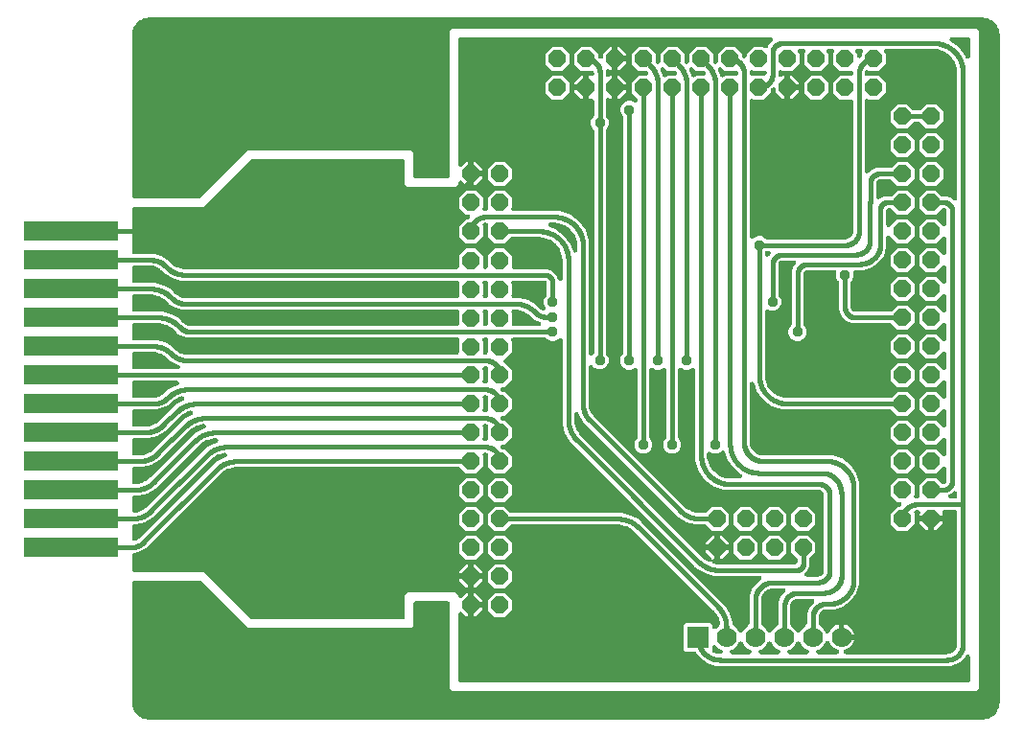
<source format=gbr>
G04 EAGLE Gerber RS-274X export*
G75*
%MOMM*%
%FSLAX34Y34*%
%LPD*%
%INBottom Copper*%
%IPPOS*%
%AMOC8*
5,1,8,0,0,1.08239X$1,22.5*%
G01*
%ADD10P,1.649562X8X202.500000*%
%ADD11R,8.255000X1.778000*%
%ADD12P,1.649562X8X112.500000*%
%ADD13P,1.649562X8X292.500000*%
%ADD14P,1.649562X8X22.500000*%
%ADD15R,1.930400X1.930400*%
%ADD16C,1.778000*%
%ADD17C,0.406400*%
%ADD18C,0.955600*%

G36*
X858592Y-50284D02*
X858592Y-50284D01*
X858697Y-50284D01*
X860902Y-50091D01*
X860914Y-50089D01*
X860925Y-50089D01*
X861251Y-50029D01*
X863389Y-49456D01*
X863400Y-49452D01*
X863411Y-49450D01*
X863722Y-49335D01*
X865728Y-48399D01*
X865738Y-48394D01*
X865749Y-48390D01*
X866035Y-48222D01*
X867849Y-46953D01*
X867857Y-46945D01*
X867867Y-46940D01*
X868120Y-46725D01*
X869685Y-45160D01*
X869692Y-45151D01*
X869701Y-45144D01*
X869913Y-44889D01*
X871182Y-43075D01*
X871188Y-43065D01*
X871195Y-43057D01*
X871359Y-42768D01*
X872295Y-40762D01*
X872299Y-40751D01*
X872304Y-40742D01*
X872416Y-40429D01*
X872989Y-38291D01*
X872991Y-38280D01*
X872995Y-38269D01*
X873051Y-37942D01*
X873244Y-35737D01*
X873243Y-35665D01*
X873251Y-35560D01*
X873251Y554990D01*
X873247Y555037D01*
X873248Y555057D01*
X873244Y555093D01*
X873244Y555167D01*
X873051Y557372D01*
X873049Y557384D01*
X873049Y557395D01*
X872989Y557721D01*
X872416Y559859D01*
X872412Y559870D01*
X872410Y559881D01*
X872295Y560192D01*
X871359Y562198D01*
X871354Y562208D01*
X871350Y562219D01*
X871182Y562505D01*
X869913Y564319D01*
X869905Y564327D01*
X869900Y564337D01*
X869685Y564590D01*
X868120Y566155D01*
X868111Y566162D01*
X868104Y566171D01*
X867849Y566383D01*
X866035Y567652D01*
X866025Y567658D01*
X866017Y567665D01*
X865728Y567829D01*
X863722Y568765D01*
X863711Y568769D01*
X863702Y568774D01*
X863389Y568886D01*
X861251Y569459D01*
X861240Y569461D01*
X861229Y569465D01*
X860902Y569521D01*
X858697Y569714D01*
X858625Y569713D01*
X858520Y569721D01*
X121920Y569721D01*
X121848Y569714D01*
X121743Y569714D01*
X119538Y569521D01*
X119526Y569519D01*
X119515Y569519D01*
X119189Y569459D01*
X117051Y568886D01*
X117040Y568882D01*
X117029Y568880D01*
X116718Y568765D01*
X114712Y567829D01*
X114702Y567824D01*
X114691Y567820D01*
X114405Y567652D01*
X112592Y566383D01*
X112583Y566375D01*
X112573Y566370D01*
X112320Y566155D01*
X110755Y564590D01*
X110748Y564581D01*
X110739Y564574D01*
X110527Y564319D01*
X109258Y562505D01*
X109252Y562495D01*
X109245Y562487D01*
X109081Y562198D01*
X108145Y560192D01*
X108141Y560181D01*
X108136Y560172D01*
X108024Y559859D01*
X107451Y557721D01*
X107449Y557710D01*
X107445Y557699D01*
X107389Y557372D01*
X107196Y555167D01*
X107197Y555095D01*
X107189Y554990D01*
X107189Y412242D01*
X107191Y412224D01*
X107189Y412206D01*
X107210Y412024D01*
X107229Y411841D01*
X107234Y411824D01*
X107236Y411807D01*
X107293Y411632D01*
X107347Y411456D01*
X107355Y411441D01*
X107361Y411424D01*
X107451Y411264D01*
X107539Y411102D01*
X107550Y411089D01*
X107559Y411073D01*
X107679Y410934D01*
X107796Y410793D01*
X107810Y410782D01*
X107822Y410768D01*
X107967Y410656D01*
X108110Y410541D01*
X108126Y410533D01*
X108140Y410522D01*
X108305Y410440D01*
X108467Y410355D01*
X108484Y410350D01*
X108501Y410342D01*
X108679Y410295D01*
X108854Y410244D01*
X108872Y410242D01*
X108889Y410238D01*
X109220Y410211D01*
X166490Y410211D01*
X166517Y410213D01*
X166543Y410211D01*
X166717Y410233D01*
X166891Y410251D01*
X166916Y410258D01*
X166943Y410262D01*
X167109Y410317D01*
X167276Y410369D01*
X167299Y410382D01*
X167325Y410390D01*
X167476Y410477D01*
X167630Y410561D01*
X167650Y410578D01*
X167673Y410591D01*
X167926Y410806D01*
X209242Y452121D01*
X353368Y452121D01*
X355601Y449888D01*
X355601Y430022D01*
X355603Y430004D01*
X355601Y429986D01*
X355622Y429804D01*
X355641Y429621D01*
X355646Y429604D01*
X355648Y429587D01*
X355705Y429412D01*
X355759Y429236D01*
X355767Y429221D01*
X355773Y429204D01*
X355863Y429044D01*
X355951Y428882D01*
X355962Y428869D01*
X355971Y428853D01*
X356091Y428714D01*
X356208Y428573D01*
X356222Y428562D01*
X356234Y428548D01*
X356379Y428436D01*
X356522Y428321D01*
X356538Y428313D01*
X356552Y428302D01*
X356717Y428220D01*
X356879Y428135D01*
X356896Y428130D01*
X356912Y428122D01*
X357091Y428075D01*
X357266Y428024D01*
X357284Y428022D01*
X357301Y428018D01*
X357632Y427991D01*
X385572Y427991D01*
X385590Y427993D01*
X385608Y427991D01*
X385790Y428012D01*
X385973Y428031D01*
X385990Y428036D01*
X386007Y428038D01*
X386182Y428095D01*
X386358Y428149D01*
X386373Y428157D01*
X386390Y428163D01*
X386550Y428253D01*
X386712Y428341D01*
X386725Y428352D01*
X386741Y428361D01*
X386880Y428481D01*
X387021Y428598D01*
X387032Y428612D01*
X387046Y428624D01*
X387158Y428769D01*
X387273Y428912D01*
X387281Y428928D01*
X387292Y428942D01*
X387374Y429107D01*
X387459Y429269D01*
X387464Y429286D01*
X387472Y429302D01*
X387519Y429481D01*
X387570Y429656D01*
X387572Y429674D01*
X387576Y429691D01*
X387603Y430022D01*
X387603Y557838D01*
X389836Y560071D01*
X852478Y560071D01*
X854711Y557838D01*
X854711Y-23088D01*
X852478Y-25321D01*
X389836Y-25321D01*
X387603Y-23088D01*
X387603Y52070D01*
X387601Y52088D01*
X387603Y52106D01*
X387582Y52288D01*
X387563Y52471D01*
X387558Y52488D01*
X387556Y52505D01*
X387499Y52680D01*
X387445Y52856D01*
X387437Y52871D01*
X387431Y52888D01*
X387341Y53048D01*
X387253Y53210D01*
X387242Y53223D01*
X387233Y53239D01*
X387113Y53378D01*
X386996Y53519D01*
X386982Y53530D01*
X386970Y53544D01*
X386825Y53656D01*
X386682Y53771D01*
X386666Y53779D01*
X386652Y53790D01*
X386487Y53872D01*
X386325Y53957D01*
X386308Y53962D01*
X386292Y53970D01*
X386113Y54017D01*
X385938Y54068D01*
X385920Y54070D01*
X385903Y54074D01*
X385572Y54101D01*
X357632Y54101D01*
X357614Y54099D01*
X357596Y54101D01*
X357414Y54080D01*
X357231Y54061D01*
X357214Y54056D01*
X357197Y54054D01*
X357022Y53997D01*
X356846Y53943D01*
X356831Y53935D01*
X356814Y53929D01*
X356654Y53839D01*
X356492Y53751D01*
X356479Y53740D01*
X356463Y53731D01*
X356324Y53611D01*
X356183Y53494D01*
X356172Y53480D01*
X356158Y53468D01*
X356046Y53323D01*
X355931Y53180D01*
X355923Y53164D01*
X355912Y53150D01*
X355830Y52985D01*
X355745Y52823D01*
X355740Y52806D01*
X355732Y52790D01*
X355685Y52611D01*
X355634Y52436D01*
X355632Y52418D01*
X355628Y52401D01*
X355601Y52070D01*
X355601Y32712D01*
X353368Y30479D01*
X209242Y30479D01*
X167927Y71794D01*
X167906Y71811D01*
X167888Y71832D01*
X167750Y71939D01*
X167615Y72049D01*
X167591Y72062D01*
X167570Y72078D01*
X167413Y72156D01*
X167259Y72238D01*
X167234Y72246D01*
X167210Y72258D01*
X167040Y72303D01*
X166873Y72353D01*
X166847Y72355D01*
X166821Y72362D01*
X166490Y72389D01*
X109220Y72389D01*
X109202Y72387D01*
X109184Y72389D01*
X109002Y72368D01*
X108819Y72349D01*
X108802Y72344D01*
X108785Y72342D01*
X108610Y72285D01*
X108434Y72231D01*
X108419Y72223D01*
X108402Y72217D01*
X108242Y72127D01*
X108080Y72039D01*
X108067Y72028D01*
X108051Y72019D01*
X107912Y71899D01*
X107771Y71782D01*
X107760Y71768D01*
X107747Y71756D01*
X107634Y71611D01*
X107519Y71468D01*
X107511Y71452D01*
X107500Y71438D01*
X107418Y71273D01*
X107333Y71111D01*
X107328Y71094D01*
X107320Y71078D01*
X107273Y70899D01*
X107222Y70724D01*
X107220Y70706D01*
X107216Y70689D01*
X107189Y70358D01*
X107189Y-35560D01*
X107196Y-35632D01*
X107196Y-35737D01*
X107389Y-37942D01*
X107392Y-37954D01*
X107392Y-37965D01*
X107451Y-38291D01*
X108024Y-40429D01*
X108028Y-40440D01*
X108030Y-40451D01*
X108145Y-40762D01*
X109081Y-42768D01*
X109086Y-42778D01*
X109090Y-42789D01*
X109258Y-43075D01*
X110527Y-44889D01*
X110535Y-44897D01*
X110540Y-44907D01*
X110755Y-45160D01*
X112320Y-46725D01*
X112329Y-46732D01*
X112336Y-46741D01*
X112592Y-46953D01*
X114405Y-48222D01*
X114415Y-48228D01*
X114423Y-48235D01*
X114712Y-48399D01*
X116718Y-49335D01*
X116729Y-49339D01*
X116738Y-49344D01*
X117051Y-49456D01*
X119189Y-50029D01*
X119200Y-50031D01*
X119211Y-50035D01*
X119538Y-50091D01*
X121743Y-50284D01*
X121815Y-50283D01*
X121920Y-50291D01*
X858520Y-50291D01*
X858592Y-50284D01*
G37*
G36*
X845076Y-17697D02*
X845076Y-17697D01*
X845094Y-17699D01*
X845276Y-17678D01*
X845459Y-17659D01*
X845476Y-17654D01*
X845493Y-17652D01*
X845668Y-17595D01*
X845844Y-17541D01*
X845859Y-17533D01*
X845876Y-17527D01*
X846036Y-17437D01*
X846198Y-17349D01*
X846211Y-17338D01*
X846227Y-17329D01*
X846366Y-17209D01*
X846507Y-17092D01*
X846518Y-17078D01*
X846532Y-17066D01*
X846644Y-16921D01*
X846759Y-16778D01*
X846767Y-16762D01*
X846778Y-16748D01*
X846860Y-16583D01*
X846945Y-16421D01*
X846950Y-16404D01*
X846958Y-16388D01*
X847005Y-16209D01*
X847056Y-16034D01*
X847058Y-16016D01*
X847062Y-15999D01*
X847089Y-15668D01*
X847089Y5136D01*
X847089Y5140D01*
X847089Y5145D01*
X847069Y5339D01*
X847049Y5536D01*
X847048Y5541D01*
X847048Y5545D01*
X846989Y5733D01*
X846931Y5921D01*
X846929Y5925D01*
X846928Y5929D01*
X846834Y6101D01*
X846739Y6275D01*
X846737Y6279D01*
X846734Y6283D01*
X846608Y6433D01*
X846482Y6584D01*
X846478Y6587D01*
X846475Y6591D01*
X846320Y6714D01*
X846168Y6837D01*
X846164Y6839D01*
X846160Y6842D01*
X845983Y6933D01*
X845811Y7022D01*
X845806Y7024D01*
X845802Y7026D01*
X845610Y7080D01*
X845424Y7134D01*
X845419Y7134D01*
X845415Y7135D01*
X845219Y7150D01*
X845022Y7167D01*
X845018Y7166D01*
X845014Y7166D01*
X844819Y7143D01*
X844623Y7120D01*
X844618Y7118D01*
X844614Y7118D01*
X844428Y7056D01*
X844240Y6995D01*
X844236Y6993D01*
X844232Y6991D01*
X844062Y6895D01*
X843889Y6797D01*
X843886Y6794D01*
X843882Y6792D01*
X843733Y6662D01*
X843585Y6534D01*
X843582Y6530D01*
X843578Y6527D01*
X843457Y6370D01*
X843338Y6216D01*
X843336Y6212D01*
X843333Y6208D01*
X843181Y5913D01*
X843021Y5526D01*
X837668Y173D01*
X830673Y-2724D01*
X622564Y-2724D01*
X614995Y-265D01*
X608557Y4413D01*
X605324Y8862D01*
X605201Y9000D01*
X605079Y9142D01*
X605067Y9151D01*
X605056Y9163D01*
X604908Y9275D01*
X604761Y9388D01*
X604747Y9395D01*
X604735Y9405D01*
X604566Y9485D01*
X604400Y9568D01*
X604385Y9572D01*
X604371Y9578D01*
X604192Y9624D01*
X604012Y9672D01*
X603994Y9674D01*
X603981Y9677D01*
X603912Y9680D01*
X603681Y9699D01*
X595585Y9699D01*
X593799Y11485D01*
X593799Y33315D01*
X595585Y35101D01*
X617415Y35101D01*
X619201Y33315D01*
X619201Y31488D01*
X619202Y31480D01*
X619201Y31471D01*
X619222Y31279D01*
X619241Y31088D01*
X619243Y31079D01*
X619244Y31070D01*
X619302Y30888D01*
X619359Y30703D01*
X619363Y30695D01*
X619366Y30687D01*
X619459Y30518D01*
X619551Y30349D01*
X619556Y30342D01*
X619561Y30334D01*
X619685Y30187D01*
X619808Y30040D01*
X619815Y30034D01*
X619821Y30027D01*
X619972Y29908D01*
X620122Y29787D01*
X620130Y29783D01*
X620137Y29778D01*
X620310Y29690D01*
X620479Y29602D01*
X620488Y29599D01*
X620496Y29595D01*
X620682Y29543D01*
X620866Y29490D01*
X620875Y29490D01*
X620884Y29487D01*
X621077Y29473D01*
X621268Y29458D01*
X621276Y29459D01*
X621285Y29458D01*
X621478Y29482D01*
X621667Y29504D01*
X621676Y29507D01*
X621685Y29508D01*
X621868Y29570D01*
X622050Y29629D01*
X622058Y29634D01*
X622066Y29637D01*
X622232Y29732D01*
X622401Y29827D01*
X622408Y29833D01*
X622415Y29838D01*
X622668Y30052D01*
X625137Y32521D01*
X625199Y32547D01*
X625275Y32588D01*
X625356Y32620D01*
X625452Y32682D01*
X625554Y32737D01*
X625620Y32792D01*
X625693Y32839D01*
X625775Y32920D01*
X625864Y32993D01*
X625919Y33060D01*
X625981Y33121D01*
X626045Y33216D01*
X626118Y33306D01*
X626158Y33383D01*
X626207Y33454D01*
X626251Y33560D01*
X626305Y33662D01*
X626329Y33745D01*
X626363Y33825D01*
X626386Y33938D01*
X626418Y34049D01*
X626425Y34135D01*
X626443Y34220D01*
X626443Y34335D01*
X626453Y34450D01*
X626443Y34536D01*
X626443Y34623D01*
X626417Y34765D01*
X626407Y34850D01*
X626394Y34892D01*
X626384Y34949D01*
X625358Y38777D01*
X625323Y38870D01*
X625297Y38967D01*
X625244Y39079D01*
X625216Y39153D01*
X625187Y39200D01*
X625155Y39267D01*
X622768Y43401D01*
X622748Y43428D01*
X622734Y43458D01*
X622536Y43725D01*
X620959Y45523D01*
X620918Y45562D01*
X620868Y45620D01*
X550520Y115968D01*
X550477Y116004D01*
X550423Y116059D01*
X548625Y117636D01*
X548597Y117656D01*
X548574Y117679D01*
X548301Y117868D01*
X544167Y120255D01*
X544076Y120296D01*
X543989Y120346D01*
X543872Y120388D01*
X543800Y120421D01*
X543746Y120433D01*
X543677Y120458D01*
X539065Y121694D01*
X539032Y121699D01*
X539001Y121710D01*
X538672Y121758D01*
X536285Y121915D01*
X536229Y121913D01*
X536152Y121919D01*
X442648Y121919D01*
X442622Y121917D01*
X442595Y121919D01*
X442421Y121897D01*
X442248Y121879D01*
X442222Y121872D01*
X442196Y121868D01*
X442030Y121813D01*
X441863Y121761D01*
X441839Y121748D01*
X441814Y121740D01*
X441662Y121653D01*
X441509Y121569D01*
X441488Y121552D01*
X441465Y121539D01*
X441212Y121324D01*
X436219Y116331D01*
X427381Y116331D01*
X421131Y122581D01*
X421131Y131419D01*
X427381Y137669D01*
X436219Y137669D01*
X441212Y132676D01*
X441233Y132659D01*
X441250Y132638D01*
X441388Y132531D01*
X441524Y132421D01*
X441547Y132408D01*
X441568Y132392D01*
X441725Y132314D01*
X441879Y132232D01*
X441905Y132224D01*
X441929Y132212D01*
X442098Y132167D01*
X442265Y132117D01*
X442292Y132115D01*
X442318Y132108D01*
X442648Y132081D01*
X540165Y132081D01*
X547918Y130004D01*
X554868Y125991D01*
X556705Y124153D01*
X629053Y51805D01*
X630891Y49968D01*
X634904Y43018D01*
X636981Y35265D01*
X636981Y34575D01*
X636983Y34553D01*
X636981Y34531D01*
X637003Y34353D01*
X637021Y34174D01*
X637027Y34153D01*
X637030Y34131D01*
X637086Y33961D01*
X637139Y33790D01*
X637149Y33770D01*
X637156Y33749D01*
X637245Y33593D01*
X637331Y33436D01*
X637345Y33418D01*
X637356Y33399D01*
X637474Y33264D01*
X637588Y33126D01*
X637606Y33112D01*
X637620Y33095D01*
X637763Y32986D01*
X637902Y32874D01*
X637922Y32864D01*
X637940Y32850D01*
X638235Y32698D01*
X638663Y32521D01*
X642021Y29163D01*
X642723Y27467D01*
X642728Y27460D01*
X642730Y27451D01*
X642822Y27283D01*
X642914Y27113D01*
X642919Y27106D01*
X642924Y27098D01*
X643047Y26951D01*
X643170Y26802D01*
X643177Y26797D01*
X643183Y26790D01*
X643333Y26670D01*
X643483Y26548D01*
X643491Y26544D01*
X643497Y26539D01*
X643668Y26451D01*
X643839Y26361D01*
X643848Y26359D01*
X643856Y26355D01*
X644039Y26303D01*
X644225Y26248D01*
X644235Y26248D01*
X644243Y26245D01*
X644434Y26230D01*
X644627Y26214D01*
X644636Y26215D01*
X644644Y26214D01*
X644835Y26237D01*
X645027Y26259D01*
X645035Y26262D01*
X645044Y26263D01*
X645227Y26323D01*
X645410Y26382D01*
X645418Y26386D01*
X645426Y26389D01*
X645594Y26485D01*
X645761Y26578D01*
X645768Y26584D01*
X645776Y26589D01*
X645921Y26715D01*
X646067Y26840D01*
X646073Y26847D01*
X646080Y26853D01*
X646197Y27006D01*
X646316Y27157D01*
X646320Y27165D01*
X646325Y27172D01*
X646477Y27467D01*
X647179Y29163D01*
X650537Y32521D01*
X650965Y32698D01*
X650985Y32709D01*
X651006Y32716D01*
X651162Y32804D01*
X651320Y32889D01*
X651337Y32903D01*
X651357Y32914D01*
X651492Y33031D01*
X651631Y33145D01*
X651645Y33162D01*
X651662Y33177D01*
X651771Y33318D01*
X651884Y33458D01*
X651895Y33477D01*
X651908Y33495D01*
X651988Y33656D01*
X652071Y33814D01*
X652078Y33836D01*
X652088Y33856D01*
X652134Y34029D01*
X652184Y34201D01*
X652186Y34223D01*
X652192Y34244D01*
X652219Y34575D01*
X652219Y58301D01*
X654271Y64615D01*
X658174Y69987D01*
X662315Y72996D01*
X662441Y73108D01*
X662570Y73216D01*
X662591Y73241D01*
X662616Y73264D01*
X662717Y73398D01*
X662823Y73529D01*
X662838Y73559D01*
X662858Y73585D01*
X662931Y73738D01*
X663008Y73887D01*
X663017Y73919D01*
X663032Y73949D01*
X663073Y74112D01*
X663120Y74274D01*
X663122Y74307D01*
X663130Y74339D01*
X663139Y74507D01*
X663152Y74675D01*
X663149Y74708D01*
X663150Y74741D01*
X663125Y74907D01*
X663105Y75075D01*
X663095Y75106D01*
X663090Y75139D01*
X663033Y75296D01*
X662981Y75457D01*
X662964Y75486D01*
X662953Y75518D01*
X662865Y75662D01*
X662783Y75808D01*
X662761Y75833D01*
X662744Y75862D01*
X662629Y75985D01*
X662520Y76113D01*
X662493Y76133D01*
X662471Y76158D01*
X662334Y76256D01*
X662201Y76360D01*
X662172Y76374D01*
X662145Y76394D01*
X661992Y76464D01*
X661841Y76539D01*
X661809Y76547D01*
X661778Y76561D01*
X661615Y76600D01*
X661452Y76643D01*
X661415Y76646D01*
X661386Y76653D01*
X661300Y76656D01*
X661121Y76670D01*
X621002Y76670D01*
X613367Y78716D01*
X606522Y82668D01*
X604728Y84463D01*
X495353Y193838D01*
X493515Y195675D01*
X489502Y202626D01*
X487425Y210378D01*
X487425Y223877D01*
X487422Y223908D01*
X487424Y223939D01*
X487402Y224107D01*
X487385Y224277D01*
X487376Y224307D01*
X487372Y224338D01*
X487271Y224654D01*
X487258Y224685D01*
X487258Y284781D01*
X487257Y284789D01*
X487258Y284798D01*
X487237Y284990D01*
X487218Y285181D01*
X487215Y285190D01*
X487214Y285199D01*
X487157Y285380D01*
X487100Y285566D01*
X487095Y285574D01*
X487093Y285582D01*
X487000Y285751D01*
X486908Y285920D01*
X486902Y285927D01*
X486898Y285935D01*
X486773Y286082D01*
X486650Y286229D01*
X486643Y286235D01*
X486637Y286242D01*
X486486Y286361D01*
X486336Y286482D01*
X486328Y286486D01*
X486321Y286491D01*
X486150Y286578D01*
X485979Y286667D01*
X485970Y286670D01*
X485962Y286674D01*
X485777Y286725D01*
X485592Y286779D01*
X485583Y286779D01*
X485575Y286782D01*
X485382Y286796D01*
X485191Y286811D01*
X485182Y286810D01*
X485173Y286811D01*
X484982Y286787D01*
X484791Y286765D01*
X484782Y286762D01*
X484774Y286761D01*
X484593Y286700D01*
X484408Y286640D01*
X484400Y286635D01*
X484392Y286632D01*
X484226Y286537D01*
X484058Y286442D01*
X484051Y286436D01*
X484043Y286432D01*
X483790Y286217D01*
X482969Y285396D01*
X480093Y284205D01*
X476979Y284205D01*
X474103Y285396D01*
X473143Y286356D01*
X473122Y286373D01*
X473105Y286393D01*
X472967Y286500D01*
X472831Y286611D01*
X472808Y286623D01*
X472787Y286640D01*
X472630Y286718D01*
X472476Y286799D01*
X472450Y286807D01*
X472426Y286819D01*
X472257Y286865D01*
X472090Y286914D01*
X472063Y286917D01*
X472037Y286924D01*
X471707Y286951D01*
X443733Y286951D01*
X443724Y286950D01*
X443715Y286951D01*
X443523Y286930D01*
X443332Y286911D01*
X443324Y286908D01*
X443315Y286907D01*
X443132Y286849D01*
X442947Y286793D01*
X442940Y286788D01*
X442931Y286786D01*
X442763Y286693D01*
X442593Y286601D01*
X442587Y286595D01*
X442579Y286591D01*
X442432Y286466D01*
X442284Y286343D01*
X442279Y286336D01*
X442272Y286330D01*
X442152Y286178D01*
X442032Y286029D01*
X442028Y286022D01*
X442022Y286014D01*
X441934Y285842D01*
X441846Y285672D01*
X441844Y285664D01*
X441840Y285656D01*
X441788Y285470D01*
X441735Y285285D01*
X441734Y285276D01*
X441732Y285268D01*
X441718Y285075D01*
X441702Y284884D01*
X441703Y284875D01*
X441702Y284866D01*
X441727Y284675D01*
X441749Y284484D01*
X441752Y284475D01*
X441753Y284467D01*
X441814Y284285D01*
X441874Y284101D01*
X441878Y284093D01*
X441881Y284085D01*
X441977Y283918D01*
X442072Y283751D01*
X442078Y283744D01*
X442082Y283736D01*
X442297Y283483D01*
X442469Y283311D01*
X442469Y274473D01*
X435878Y267882D01*
X435867Y267868D01*
X435853Y267857D01*
X435740Y267713D01*
X435623Y267571D01*
X435615Y267555D01*
X435604Y267541D01*
X435520Y267377D01*
X435434Y267215D01*
X435429Y267198D01*
X435421Y267182D01*
X435372Y267005D01*
X435320Y266829D01*
X435318Y266811D01*
X435313Y266794D01*
X435300Y266611D01*
X435283Y266428D01*
X435285Y266410D01*
X435284Y266393D01*
X435307Y266211D01*
X435327Y266028D01*
X435332Y266011D01*
X435334Y265993D01*
X435393Y265819D01*
X435448Y265644D01*
X435457Y265628D01*
X435463Y265612D01*
X435554Y265452D01*
X435643Y265292D01*
X435654Y265278D01*
X435663Y265263D01*
X435878Y265010D01*
X442469Y258419D01*
X442469Y249581D01*
X436219Y243331D01*
X434418Y243331D01*
X434410Y243330D01*
X434401Y243331D01*
X434207Y243310D01*
X434018Y243291D01*
X434009Y243289D01*
X434000Y243288D01*
X433816Y243229D01*
X433633Y243173D01*
X433625Y243169D01*
X433616Y243166D01*
X433448Y243073D01*
X433279Y242981D01*
X433272Y242976D01*
X433264Y242971D01*
X433117Y242847D01*
X432970Y242724D01*
X432964Y242717D01*
X432957Y242711D01*
X432837Y242559D01*
X432717Y242410D01*
X432713Y242402D01*
X432708Y242395D01*
X432620Y242222D01*
X432532Y242053D01*
X432529Y242044D01*
X432525Y242036D01*
X432473Y241850D01*
X432420Y241666D01*
X432420Y241657D01*
X432417Y241648D01*
X432403Y241455D01*
X432387Y241264D01*
X432388Y241256D01*
X432388Y241247D01*
X432412Y241054D01*
X432434Y240865D01*
X432437Y240856D01*
X432438Y240847D01*
X432499Y240665D01*
X432559Y240482D01*
X432564Y240474D01*
X432566Y240466D01*
X432663Y240299D01*
X432757Y240131D01*
X432763Y240124D01*
X432767Y240117D01*
X432982Y239864D01*
X433003Y239847D01*
X433020Y239827D01*
X433158Y239719D01*
X433294Y239609D01*
X433317Y239596D01*
X433338Y239580D01*
X433495Y239502D01*
X433649Y239420D01*
X433675Y239412D01*
X433699Y239400D01*
X433868Y239355D01*
X434035Y239305D01*
X434062Y239303D01*
X434088Y239296D01*
X434418Y239269D01*
X436219Y239269D01*
X442469Y233019D01*
X442469Y224181D01*
X436219Y217931D01*
X434418Y217931D01*
X434285Y217918D01*
X434151Y217914D01*
X434085Y217898D01*
X434018Y217891D01*
X433890Y217852D01*
X433759Y217821D01*
X433698Y217793D01*
X433633Y217773D01*
X433515Y217709D01*
X433393Y217654D01*
X433338Y217614D01*
X433279Y217581D01*
X433176Y217496D01*
X433067Y217417D01*
X433022Y217367D01*
X432970Y217324D01*
X432886Y217219D01*
X432795Y217121D01*
X432760Y217063D01*
X432717Y217010D01*
X432656Y216891D01*
X432586Y216776D01*
X432563Y216713D01*
X432532Y216653D01*
X432495Y216524D01*
X432449Y216398D01*
X432439Y216331D01*
X432420Y216266D01*
X432409Y216132D01*
X432390Y216000D01*
X432393Y215932D01*
X432387Y215864D01*
X432403Y215731D01*
X432410Y215598D01*
X432426Y215532D01*
X432434Y215465D01*
X432476Y215337D01*
X432509Y215207D01*
X432538Y215146D01*
X432559Y215082D01*
X432625Y214965D01*
X432683Y214844D01*
X432724Y214790D01*
X432757Y214731D01*
X432845Y214630D01*
X432925Y214523D01*
X432976Y214478D01*
X433020Y214427D01*
X433126Y214344D01*
X433226Y214255D01*
X433293Y214215D01*
X433338Y214180D01*
X433408Y214145D01*
X433510Y214083D01*
X433606Y214046D01*
X433699Y214000D01*
X433794Y213975D01*
X433886Y213940D01*
X433988Y213923D01*
X434088Y213896D01*
X434206Y213886D01*
X434283Y213873D01*
X434341Y213875D01*
X434418Y213869D01*
X436219Y213869D01*
X442469Y207619D01*
X442469Y198781D01*
X436219Y192531D01*
X434418Y192531D01*
X434410Y192530D01*
X434401Y192531D01*
X434207Y192510D01*
X434018Y192491D01*
X434009Y192489D01*
X434000Y192488D01*
X433816Y192429D01*
X433633Y192373D01*
X433625Y192369D01*
X433616Y192366D01*
X433448Y192273D01*
X433279Y192181D01*
X433272Y192176D01*
X433264Y192171D01*
X433117Y192047D01*
X432970Y191924D01*
X432964Y191917D01*
X432957Y191911D01*
X432837Y191759D01*
X432717Y191610D01*
X432713Y191602D01*
X432708Y191595D01*
X432620Y191422D01*
X432532Y191253D01*
X432529Y191244D01*
X432525Y191236D01*
X432473Y191050D01*
X432420Y190866D01*
X432420Y190857D01*
X432417Y190848D01*
X432403Y190655D01*
X432387Y190464D01*
X432388Y190456D01*
X432388Y190447D01*
X432412Y190254D01*
X432434Y190065D01*
X432437Y190056D01*
X432438Y190047D01*
X432499Y189865D01*
X432559Y189682D01*
X432564Y189674D01*
X432566Y189666D01*
X432663Y189499D01*
X432757Y189331D01*
X432763Y189324D01*
X432767Y189317D01*
X432982Y189064D01*
X433003Y189047D01*
X433020Y189027D01*
X433086Y188976D01*
X433158Y188919D01*
X433294Y188809D01*
X433317Y188796D01*
X433338Y188780D01*
X433495Y188702D01*
X433649Y188620D01*
X433675Y188612D01*
X433699Y188600D01*
X433868Y188555D01*
X434035Y188505D01*
X434062Y188503D01*
X434088Y188496D01*
X434418Y188469D01*
X436219Y188469D01*
X442469Y182219D01*
X442469Y173381D01*
X436219Y167131D01*
X427381Y167131D01*
X421131Y173381D01*
X421131Y182312D01*
X421142Y182332D01*
X421202Y182425D01*
X421236Y182509D01*
X421278Y182589D01*
X421310Y182696D01*
X421351Y182799D01*
X421367Y182888D01*
X421393Y182975D01*
X421403Y183086D01*
X421423Y183195D01*
X421421Y183286D01*
X421429Y183376D01*
X421417Y183487D01*
X421415Y183597D01*
X421396Y183686D01*
X421386Y183777D01*
X421353Y183882D01*
X421329Y183991D01*
X421292Y184074D01*
X421265Y184160D01*
X421211Y184257D01*
X421166Y184359D01*
X421114Y184433D01*
X421070Y184513D01*
X420998Y184597D01*
X420934Y184688D01*
X420868Y184750D01*
X420809Y184820D01*
X420722Y184889D01*
X420642Y184965D01*
X420565Y185013D01*
X420493Y185069D01*
X420394Y185120D01*
X420300Y185179D01*
X420215Y185211D01*
X420134Y185252D01*
X420027Y185282D01*
X419924Y185321D01*
X419817Y185340D01*
X419747Y185360D01*
X419684Y185364D01*
X419597Y185380D01*
X419299Y185409D01*
X419220Y185409D01*
X419100Y185419D01*
X418772Y185419D01*
X418763Y185418D01*
X418755Y185419D01*
X418564Y185398D01*
X418372Y185379D01*
X418363Y185377D01*
X418354Y185376D01*
X418172Y185318D01*
X417987Y185261D01*
X417979Y185257D01*
X417970Y185254D01*
X417803Y185162D01*
X417633Y185069D01*
X417626Y185064D01*
X417618Y185059D01*
X417472Y184935D01*
X417324Y184812D01*
X417318Y184805D01*
X417311Y184799D01*
X417192Y184648D01*
X417071Y184498D01*
X417067Y184490D01*
X417062Y184483D01*
X416974Y184310D01*
X416886Y184141D01*
X416883Y184132D01*
X416879Y184124D01*
X416828Y183939D01*
X416774Y183754D01*
X416774Y183745D01*
X416771Y183736D01*
X416757Y183544D01*
X416741Y183352D01*
X416743Y183344D01*
X416742Y183335D01*
X416766Y183143D01*
X416788Y182953D01*
X416791Y182944D01*
X416792Y182935D01*
X416853Y182754D01*
X416913Y182570D01*
X416918Y182562D01*
X416921Y182554D01*
X417016Y182388D01*
X417069Y182294D01*
X417069Y173381D01*
X410819Y167131D01*
X401981Y167131D01*
X396988Y172124D01*
X396967Y172141D01*
X396950Y172162D01*
X396812Y172269D01*
X396676Y172379D01*
X396653Y172392D01*
X396632Y172408D01*
X396475Y172486D01*
X396321Y172568D01*
X396295Y172576D01*
X396271Y172588D01*
X396102Y172633D01*
X395935Y172683D01*
X395908Y172685D01*
X395882Y172692D01*
X395552Y172719D01*
X199497Y172719D01*
X199441Y172714D01*
X199364Y172715D01*
X196977Y172558D01*
X196944Y172553D01*
X196911Y172553D01*
X196584Y172494D01*
X191973Y171258D01*
X191879Y171223D01*
X191783Y171197D01*
X191671Y171144D01*
X191596Y171116D01*
X191550Y171087D01*
X191483Y171055D01*
X187348Y168668D01*
X187321Y168648D01*
X187291Y168634D01*
X187025Y168436D01*
X185226Y166859D01*
X185188Y166818D01*
X185129Y166768D01*
X121481Y103120D01*
X121449Y103088D01*
X121449Y103087D01*
X121430Y103069D01*
X120448Y102087D01*
X119361Y101000D01*
X114248Y98048D01*
X108694Y96560D01*
X108549Y96505D01*
X108402Y96457D01*
X108361Y96434D01*
X108318Y96417D01*
X108186Y96335D01*
X108051Y96259D01*
X108016Y96228D01*
X107976Y96204D01*
X107864Y96097D01*
X107747Y95996D01*
X107718Y95959D01*
X107684Y95927D01*
X107595Y95800D01*
X107500Y95678D01*
X107479Y95636D01*
X107452Y95598D01*
X107390Y95456D01*
X107320Y95317D01*
X107308Y95272D01*
X107290Y95229D01*
X107256Y95078D01*
X107216Y94928D01*
X107212Y94876D01*
X107203Y94836D01*
X107201Y94750D01*
X107189Y94597D01*
X107189Y82042D01*
X107191Y82024D01*
X107189Y82006D01*
X107210Y81824D01*
X107229Y81641D01*
X107234Y81624D01*
X107236Y81607D01*
X107293Y81432D01*
X107347Y81256D01*
X107355Y81241D01*
X107361Y81224D01*
X107451Y81064D01*
X107539Y80902D01*
X107550Y80889D01*
X107559Y80873D01*
X107679Y80734D01*
X107796Y80593D01*
X107810Y80582D01*
X107822Y80568D01*
X107967Y80456D01*
X108110Y80341D01*
X108126Y80333D01*
X108140Y80322D01*
X108305Y80240D01*
X108467Y80155D01*
X108484Y80150D01*
X108501Y80142D01*
X108679Y80095D01*
X108854Y80044D01*
X108872Y80042D01*
X108889Y80038D01*
X109220Y80011D01*
X170488Y80011D01*
X173315Y77184D01*
X173316Y77183D01*
X211804Y38696D01*
X211824Y38679D01*
X211842Y38658D01*
X211980Y38551D01*
X212115Y38441D01*
X212139Y38428D01*
X212160Y38412D01*
X212317Y38334D01*
X212471Y38252D01*
X212496Y38244D01*
X212520Y38232D01*
X212690Y38187D01*
X212857Y38137D01*
X212883Y38135D01*
X212909Y38128D01*
X213240Y38101D01*
X345948Y38101D01*
X345966Y38103D01*
X345984Y38101D01*
X346166Y38122D01*
X346349Y38141D01*
X346366Y38146D01*
X346383Y38148D01*
X346558Y38205D01*
X346734Y38259D01*
X346749Y38267D01*
X346766Y38273D01*
X346926Y38363D01*
X347088Y38451D01*
X347101Y38462D01*
X347117Y38471D01*
X347256Y38591D01*
X347397Y38708D01*
X347408Y38722D01*
X347422Y38734D01*
X347534Y38879D01*
X347649Y39022D01*
X347657Y39038D01*
X347668Y39052D01*
X347750Y39217D01*
X347835Y39379D01*
X347840Y39396D01*
X347848Y39412D01*
X347895Y39591D01*
X347946Y39766D01*
X347948Y39784D01*
X347952Y39801D01*
X347979Y40132D01*
X347979Y59490D01*
X350212Y61723D01*
X392992Y61723D01*
X395225Y59490D01*
X395225Y58898D01*
X395226Y58889D01*
X395225Y58880D01*
X395246Y58688D01*
X395265Y58497D01*
X395267Y58489D01*
X395268Y58480D01*
X395326Y58298D01*
X395383Y58112D01*
X395387Y58105D01*
X395390Y58096D01*
X395483Y57928D01*
X395575Y57758D01*
X395580Y57752D01*
X395585Y57744D01*
X395709Y57597D01*
X395832Y57449D01*
X395839Y57444D01*
X395845Y57437D01*
X395996Y57318D01*
X396146Y57197D01*
X396154Y57193D01*
X396161Y57187D01*
X396334Y57099D01*
X396503Y57011D01*
X396512Y57009D01*
X396520Y57005D01*
X396706Y56953D01*
X396890Y56900D01*
X396899Y56899D01*
X396908Y56897D01*
X397101Y56883D01*
X397292Y56867D01*
X397300Y56868D01*
X397309Y56867D01*
X397502Y56892D01*
X397691Y56914D01*
X397700Y56917D01*
X397709Y56918D01*
X397892Y56979D01*
X398074Y57039D01*
X398082Y57043D01*
X398090Y57046D01*
X398257Y57142D01*
X398425Y57237D01*
X398432Y57243D01*
X398439Y57247D01*
X398692Y57462D01*
X402191Y60961D01*
X403861Y60961D01*
X403861Y51308D01*
X403862Y51290D01*
X403861Y51273D01*
X403882Y51090D01*
X403901Y50908D01*
X403906Y50891D01*
X403908Y50873D01*
X403933Y50795D01*
X403894Y50658D01*
X403892Y50640D01*
X403888Y50623D01*
X403861Y50292D01*
X403861Y40639D01*
X402191Y40639D01*
X398692Y44138D01*
X398685Y44144D01*
X398680Y44151D01*
X398530Y44271D01*
X398381Y44393D01*
X398373Y44398D01*
X398366Y44403D01*
X398196Y44492D01*
X398025Y44582D01*
X398016Y44585D01*
X398009Y44589D01*
X397824Y44642D01*
X397639Y44697D01*
X397630Y44698D01*
X397622Y44700D01*
X397430Y44716D01*
X397238Y44733D01*
X397229Y44732D01*
X397220Y44733D01*
X397031Y44711D01*
X396838Y44690D01*
X396829Y44687D01*
X396821Y44686D01*
X396639Y44627D01*
X396454Y44568D01*
X396446Y44564D01*
X396438Y44561D01*
X396269Y44466D01*
X396102Y44373D01*
X396095Y44368D01*
X396087Y44363D01*
X395941Y44237D01*
X395795Y44113D01*
X395789Y44106D01*
X395782Y44100D01*
X395665Y43949D01*
X395545Y43797D01*
X395541Y43789D01*
X395536Y43782D01*
X395450Y43610D01*
X395363Y43438D01*
X395360Y43430D01*
X395356Y43421D01*
X395306Y43236D01*
X395255Y43050D01*
X395254Y43041D01*
X395252Y43033D01*
X395225Y42702D01*
X395225Y-15668D01*
X395227Y-15686D01*
X395225Y-15704D01*
X395246Y-15886D01*
X395265Y-16069D01*
X395270Y-16086D01*
X395272Y-16103D01*
X395329Y-16278D01*
X395383Y-16454D01*
X395391Y-16469D01*
X395397Y-16486D01*
X395487Y-16646D01*
X395575Y-16808D01*
X395586Y-16821D01*
X395595Y-16837D01*
X395715Y-16976D01*
X395832Y-17117D01*
X395846Y-17128D01*
X395858Y-17142D01*
X396003Y-17254D01*
X396146Y-17369D01*
X396162Y-17377D01*
X396176Y-17388D01*
X396341Y-17470D01*
X396503Y-17555D01*
X396520Y-17560D01*
X396536Y-17568D01*
X396715Y-17615D01*
X396890Y-17666D01*
X396908Y-17668D01*
X396925Y-17672D01*
X397256Y-17699D01*
X845058Y-17699D01*
X845076Y-17697D01*
G37*
G36*
X712797Y75949D02*
X712797Y75949D01*
X712918Y75951D01*
X713579Y76016D01*
X713709Y76042D01*
X713841Y76059D01*
X713916Y76084D01*
X713974Y76095D01*
X714045Y76125D01*
X714157Y76161D01*
X715379Y76667D01*
X715406Y76682D01*
X715436Y76692D01*
X715584Y76777D01*
X715734Y76857D01*
X715758Y76877D01*
X715785Y76893D01*
X716038Y77107D01*
X716973Y78043D01*
X716993Y78067D01*
X717016Y78087D01*
X717120Y78222D01*
X717228Y78354D01*
X717243Y78382D01*
X717262Y78406D01*
X717413Y78702D01*
X717920Y79923D01*
X717958Y80051D01*
X718005Y80175D01*
X718019Y80253D01*
X718036Y80309D01*
X718043Y80386D01*
X718064Y80502D01*
X718129Y81163D01*
X718129Y81242D01*
X718139Y81362D01*
X718139Y148140D01*
X718131Y148218D01*
X718129Y148339D01*
X718084Y148805D01*
X718057Y148936D01*
X718040Y149067D01*
X718016Y149143D01*
X718005Y149200D01*
X717975Y149271D01*
X717939Y149383D01*
X717582Y150244D01*
X717567Y150272D01*
X717558Y150301D01*
X717473Y150448D01*
X717392Y150599D01*
X717372Y150623D01*
X717357Y150650D01*
X717142Y150903D01*
X716483Y151562D01*
X716459Y151582D01*
X716438Y151605D01*
X716304Y151709D01*
X716172Y151817D01*
X716144Y151832D01*
X716119Y151851D01*
X715824Y152002D01*
X714963Y152359D01*
X714836Y152397D01*
X714711Y152444D01*
X714633Y152458D01*
X714578Y152475D01*
X714501Y152483D01*
X714385Y152504D01*
X713919Y152549D01*
X713840Y152549D01*
X713720Y152559D01*
X630172Y152559D01*
X620989Y155543D01*
X613178Y161218D01*
X607503Y169029D01*
X604519Y178212D01*
X604519Y258347D01*
X604518Y258360D01*
X604519Y258373D01*
X604498Y258561D01*
X604479Y258747D01*
X604476Y258760D01*
X604474Y258773D01*
X604416Y258953D01*
X604361Y259132D01*
X604355Y259144D01*
X604351Y259156D01*
X604259Y259321D01*
X604169Y259486D01*
X604161Y259496D01*
X604155Y259508D01*
X604032Y259652D01*
X603912Y259796D01*
X603902Y259804D01*
X603893Y259814D01*
X603744Y259930D01*
X603598Y260048D01*
X603586Y260054D01*
X603576Y260062D01*
X603408Y260147D01*
X603241Y260233D01*
X603228Y260237D01*
X603217Y260243D01*
X603035Y260293D01*
X602854Y260345D01*
X602841Y260346D01*
X602828Y260349D01*
X602640Y260362D01*
X602452Y260378D01*
X602440Y260376D01*
X602427Y260377D01*
X602240Y260353D01*
X602053Y260331D01*
X602040Y260327D01*
X602027Y260325D01*
X601890Y260278D01*
X601707Y260219D01*
X601690Y260213D01*
X601670Y260206D01*
X601658Y260199D01*
X601646Y260195D01*
X601640Y260192D01*
X598457Y258873D01*
X595343Y258873D01*
X592108Y260213D01*
X592089Y260224D01*
X592076Y260227D01*
X592065Y260233D01*
X591884Y260285D01*
X591703Y260340D01*
X591690Y260341D01*
X591678Y260345D01*
X591490Y260360D01*
X591302Y260378D01*
X591289Y260377D01*
X591276Y260378D01*
X591089Y260356D01*
X590902Y260336D01*
X590889Y260332D01*
X590877Y260331D01*
X590697Y260272D01*
X590518Y260216D01*
X590506Y260210D01*
X590494Y260206D01*
X590329Y260113D01*
X590164Y260023D01*
X590154Y260014D01*
X590143Y260008D01*
X590001Y259885D01*
X589856Y259764D01*
X589848Y259753D01*
X589838Y259745D01*
X589724Y259597D01*
X589606Y259449D01*
X589600Y259437D01*
X589592Y259427D01*
X589508Y259259D01*
X589422Y259090D01*
X589418Y259078D01*
X589412Y259066D01*
X589363Y258884D01*
X589312Y258703D01*
X589311Y258690D01*
X589308Y258677D01*
X589281Y258347D01*
X589281Y199361D01*
X589283Y199335D01*
X589281Y199308D01*
X589303Y199134D01*
X589321Y198961D01*
X589328Y198935D01*
X589332Y198909D01*
X589387Y198743D01*
X589439Y198576D01*
X589452Y198552D01*
X589460Y198527D01*
X589547Y198375D01*
X589631Y198222D01*
X589648Y198201D01*
X589661Y198178D01*
X589876Y197925D01*
X590835Y196965D01*
X592027Y194089D01*
X592027Y190975D01*
X590835Y188099D01*
X588633Y185897D01*
X586893Y185176D01*
X585757Y184705D01*
X582643Y184705D01*
X579767Y185897D01*
X577565Y188099D01*
X576373Y190975D01*
X576373Y194089D01*
X577565Y196965D01*
X578524Y197925D01*
X578541Y197946D01*
X578562Y197963D01*
X578669Y198101D01*
X578779Y198237D01*
X578792Y198260D01*
X578808Y198281D01*
X578886Y198438D01*
X578968Y198592D01*
X578976Y198618D01*
X578988Y198642D01*
X579033Y198811D01*
X579083Y198978D01*
X579085Y199005D01*
X579092Y199031D01*
X579119Y199361D01*
X579119Y258347D01*
X579118Y258360D01*
X579119Y258373D01*
X579098Y258561D01*
X579079Y258747D01*
X579076Y258760D01*
X579074Y258773D01*
X579016Y258953D01*
X578961Y259132D01*
X578955Y259144D01*
X578951Y259156D01*
X578859Y259321D01*
X578769Y259486D01*
X578761Y259496D01*
X578755Y259508D01*
X578632Y259652D01*
X578512Y259796D01*
X578502Y259804D01*
X578493Y259814D01*
X578344Y259930D01*
X578198Y260048D01*
X578186Y260054D01*
X578176Y260062D01*
X578008Y260147D01*
X577841Y260233D01*
X577828Y260237D01*
X577817Y260243D01*
X577635Y260293D01*
X577454Y260345D01*
X577441Y260346D01*
X577428Y260349D01*
X577240Y260362D01*
X577052Y260378D01*
X577040Y260376D01*
X577027Y260377D01*
X576840Y260353D01*
X576653Y260331D01*
X576640Y260327D01*
X576627Y260325D01*
X576490Y260278D01*
X576307Y260219D01*
X576290Y260213D01*
X576270Y260206D01*
X576258Y260199D01*
X576246Y260195D01*
X576240Y260192D01*
X573057Y258873D01*
X569943Y258873D01*
X566708Y260213D01*
X566689Y260224D01*
X566676Y260227D01*
X566665Y260233D01*
X566484Y260285D01*
X566303Y260340D01*
X566290Y260341D01*
X566278Y260345D01*
X566090Y260360D01*
X565902Y260378D01*
X565889Y260377D01*
X565876Y260378D01*
X565689Y260356D01*
X565502Y260336D01*
X565489Y260332D01*
X565477Y260331D01*
X565297Y260272D01*
X565118Y260216D01*
X565106Y260210D01*
X565094Y260206D01*
X564929Y260113D01*
X564764Y260023D01*
X564754Y260014D01*
X564743Y260008D01*
X564601Y259885D01*
X564456Y259764D01*
X564448Y259753D01*
X564438Y259745D01*
X564324Y259597D01*
X564206Y259449D01*
X564200Y259437D01*
X564192Y259427D01*
X564108Y259259D01*
X564022Y259090D01*
X564018Y259078D01*
X564012Y259066D01*
X563963Y258884D01*
X563912Y258703D01*
X563911Y258690D01*
X563908Y258677D01*
X563881Y258347D01*
X563881Y199361D01*
X563883Y199335D01*
X563881Y199308D01*
X563903Y199134D01*
X563921Y198961D01*
X563928Y198935D01*
X563932Y198909D01*
X563987Y198743D01*
X564039Y198576D01*
X564052Y198552D01*
X564060Y198527D01*
X564147Y198375D01*
X564231Y198222D01*
X564248Y198201D01*
X564261Y198178D01*
X564476Y197925D01*
X565435Y196965D01*
X566627Y194089D01*
X566627Y190975D01*
X565435Y188099D01*
X563233Y185897D01*
X561493Y185176D01*
X560357Y184705D01*
X557243Y184705D01*
X554367Y185897D01*
X552165Y188099D01*
X550973Y190975D01*
X550973Y194089D01*
X552165Y196965D01*
X553124Y197925D01*
X553141Y197946D01*
X553162Y197963D01*
X553269Y198101D01*
X553379Y198237D01*
X553392Y198260D01*
X553408Y198281D01*
X553486Y198438D01*
X553568Y198592D01*
X553576Y198618D01*
X553588Y198642D01*
X553633Y198811D01*
X553683Y198978D01*
X553685Y199005D01*
X553692Y199031D01*
X553719Y199361D01*
X553719Y258347D01*
X553718Y258360D01*
X553719Y258373D01*
X553698Y258561D01*
X553679Y258747D01*
X553676Y258760D01*
X553674Y258773D01*
X553616Y258953D01*
X553561Y259132D01*
X553555Y259144D01*
X553551Y259156D01*
X553459Y259321D01*
X553369Y259486D01*
X553361Y259496D01*
X553355Y259508D01*
X553232Y259652D01*
X553112Y259796D01*
X553102Y259804D01*
X553093Y259814D01*
X552944Y259930D01*
X552798Y260048D01*
X552786Y260054D01*
X552776Y260062D01*
X552608Y260147D01*
X552441Y260233D01*
X552428Y260237D01*
X552417Y260243D01*
X552235Y260293D01*
X552054Y260345D01*
X552041Y260346D01*
X552028Y260349D01*
X551840Y260362D01*
X551652Y260378D01*
X551640Y260376D01*
X551627Y260377D01*
X551440Y260353D01*
X551253Y260331D01*
X551240Y260327D01*
X551227Y260325D01*
X551090Y260278D01*
X550907Y260219D01*
X550890Y260213D01*
X550870Y260206D01*
X550858Y260199D01*
X550846Y260195D01*
X550840Y260192D01*
X547657Y258873D01*
X544543Y258873D01*
X541667Y260065D01*
X539465Y262267D01*
X538273Y265143D01*
X538273Y268257D01*
X539465Y271133D01*
X540424Y272093D01*
X540441Y272114D01*
X540462Y272131D01*
X540569Y272269D01*
X540679Y272404D01*
X540692Y272428D01*
X540708Y272449D01*
X540786Y272606D01*
X540868Y272760D01*
X540876Y272786D01*
X540888Y272810D01*
X540933Y272979D01*
X540983Y273146D01*
X540985Y273173D01*
X540992Y273199D01*
X541019Y273529D01*
X541019Y481684D01*
X541017Y481711D01*
X541019Y481738D01*
X540997Y481912D01*
X540979Y482085D01*
X540972Y482111D01*
X540968Y482137D01*
X540913Y482303D01*
X540861Y482470D01*
X540848Y482494D01*
X540840Y482519D01*
X540753Y482670D01*
X540669Y482824D01*
X540652Y482844D01*
X540639Y482868D01*
X540424Y483121D01*
X539638Y483907D01*
X538447Y486783D01*
X538447Y489897D01*
X539638Y492774D01*
X541840Y494976D01*
X544717Y496167D01*
X547830Y496167D01*
X550911Y494891D01*
X550924Y494887D01*
X550935Y494881D01*
X551115Y494829D01*
X551296Y494775D01*
X551309Y494773D01*
X551322Y494770D01*
X551510Y494754D01*
X551697Y494736D01*
X551710Y494738D01*
X551724Y494737D01*
X551910Y494759D01*
X552097Y494778D01*
X552110Y494782D01*
X552123Y494784D01*
X552302Y494842D01*
X552482Y494898D01*
X552493Y494904D01*
X552506Y494909D01*
X552671Y495001D01*
X552835Y495091D01*
X552845Y495100D01*
X552857Y495106D01*
X552999Y495229D01*
X553143Y495350D01*
X553151Y495361D01*
X553162Y495370D01*
X553277Y495518D01*
X553394Y495665D01*
X553400Y495677D01*
X553408Y495688D01*
X553492Y495856D01*
X553578Y496023D01*
X553582Y496036D01*
X553588Y496048D01*
X553637Y496231D01*
X553688Y496411D01*
X553689Y496424D01*
X553692Y496437D01*
X553719Y496768D01*
X553719Y497152D01*
X553717Y497178D01*
X553719Y497205D01*
X553697Y497379D01*
X553679Y497552D01*
X553672Y497578D01*
X553668Y497604D01*
X553613Y497770D01*
X553561Y497937D01*
X553548Y497961D01*
X553540Y497986D01*
X553453Y498138D01*
X553369Y498291D01*
X553352Y498312D01*
X553339Y498335D01*
X553124Y498588D01*
X548131Y503581D01*
X548131Y512419D01*
X554381Y518669D01*
X560962Y518669D01*
X560971Y518670D01*
X560980Y518669D01*
X561173Y518690D01*
X561363Y518709D01*
X561371Y518711D01*
X561380Y518712D01*
X561565Y518771D01*
X561748Y518827D01*
X561756Y518831D01*
X561764Y518834D01*
X561932Y518927D01*
X562102Y519019D01*
X562109Y519024D01*
X562116Y519029D01*
X562264Y519153D01*
X562411Y519276D01*
X562417Y519283D01*
X562423Y519289D01*
X562543Y519441D01*
X562663Y519590D01*
X562668Y519598D01*
X562673Y519605D01*
X562761Y519778D01*
X562849Y519947D01*
X562851Y519956D01*
X562855Y519964D01*
X562907Y520150D01*
X562960Y520334D01*
X562961Y520343D01*
X562963Y520352D01*
X562978Y520545D01*
X562993Y520736D01*
X562992Y520744D01*
X562993Y520753D01*
X562969Y520945D01*
X562946Y521135D01*
X562944Y521144D01*
X562942Y521153D01*
X562882Y521334D01*
X562821Y521518D01*
X562817Y521526D01*
X562814Y521534D01*
X562719Y521699D01*
X562624Y521869D01*
X562618Y521876D01*
X562613Y521883D01*
X562399Y522136D01*
X562378Y522153D01*
X562371Y522161D01*
X562360Y522174D01*
X562222Y522281D01*
X562087Y522391D01*
X562063Y522404D01*
X562042Y522420D01*
X561885Y522498D01*
X561731Y522580D01*
X561706Y522588D01*
X561682Y522600D01*
X561512Y522645D01*
X561345Y522695D01*
X561319Y522697D01*
X561293Y522704D01*
X560962Y522731D01*
X554381Y522731D01*
X548131Y528981D01*
X548131Y537819D01*
X554381Y544069D01*
X563219Y544069D01*
X569469Y537819D01*
X569469Y530758D01*
X569479Y530655D01*
X569479Y530552D01*
X569499Y530455D01*
X569509Y530357D01*
X569539Y530259D01*
X569560Y530157D01*
X569604Y530047D01*
X569627Y529972D01*
X569654Y529922D01*
X569683Y529849D01*
X569755Y529736D01*
X569819Y529618D01*
X569862Y529566D01*
X569898Y529509D01*
X569991Y529412D01*
X570076Y529309D01*
X570129Y529267D01*
X570176Y529218D01*
X570286Y529141D01*
X570390Y529057D01*
X570450Y529026D01*
X570506Y528987D01*
X570629Y528933D01*
X570747Y528871D01*
X570812Y528852D01*
X570875Y528825D01*
X571006Y528797D01*
X571134Y528760D01*
X571202Y528754D01*
X571268Y528740D01*
X571402Y528738D01*
X571536Y528727D01*
X571603Y528735D01*
X571671Y528734D01*
X571802Y528758D01*
X571935Y528774D01*
X572000Y528795D01*
X572066Y528807D01*
X572191Y528857D01*
X572318Y528899D01*
X572377Y528932D01*
X572440Y528957D01*
X572552Y529031D01*
X572669Y529097D01*
X572720Y529141D01*
X572777Y529178D01*
X572872Y529272D01*
X572974Y529360D01*
X573015Y529413D01*
X573063Y529461D01*
X573138Y529572D01*
X573220Y529678D01*
X573250Y529738D01*
X573288Y529795D01*
X573340Y529918D01*
X573400Y530038D01*
X573417Y530104D01*
X573443Y530166D01*
X573469Y530298D01*
X573504Y530427D01*
X573511Y530505D01*
X573522Y530561D01*
X573522Y530639D01*
X573531Y530758D01*
X573531Y537819D01*
X579781Y544069D01*
X588619Y544069D01*
X594869Y537819D01*
X594869Y530758D01*
X594879Y530655D01*
X594879Y530552D01*
X594899Y530455D01*
X594909Y530357D01*
X594939Y530259D01*
X594960Y530157D01*
X595004Y530047D01*
X595027Y529972D01*
X595054Y529922D01*
X595083Y529849D01*
X595155Y529736D01*
X595219Y529618D01*
X595262Y529566D01*
X595298Y529509D01*
X595391Y529412D01*
X595476Y529309D01*
X595529Y529267D01*
X595576Y529218D01*
X595686Y529141D01*
X595790Y529057D01*
X595850Y529026D01*
X595906Y528987D01*
X596029Y528933D01*
X596147Y528871D01*
X596212Y528852D01*
X596275Y528825D01*
X596406Y528797D01*
X596534Y528760D01*
X596602Y528754D01*
X596668Y528740D01*
X596802Y528738D01*
X596936Y528727D01*
X597003Y528735D01*
X597071Y528734D01*
X597202Y528758D01*
X597335Y528774D01*
X597400Y528795D01*
X597466Y528807D01*
X597591Y528857D01*
X597718Y528899D01*
X597777Y528932D01*
X597840Y528957D01*
X597952Y529031D01*
X598069Y529097D01*
X598120Y529141D01*
X598177Y529178D01*
X598272Y529272D01*
X598374Y529360D01*
X598415Y529413D01*
X598463Y529461D01*
X598538Y529572D01*
X598620Y529678D01*
X598650Y529738D01*
X598688Y529795D01*
X598740Y529918D01*
X598800Y530038D01*
X598817Y530104D01*
X598843Y530166D01*
X598869Y530298D01*
X598904Y530427D01*
X598911Y530505D01*
X598922Y530561D01*
X598922Y530639D01*
X598931Y530758D01*
X598931Y537819D01*
X605181Y544069D01*
X614019Y544069D01*
X620269Y537819D01*
X620269Y530758D01*
X620279Y530655D01*
X620279Y530552D01*
X620299Y530455D01*
X620309Y530357D01*
X620339Y530259D01*
X620360Y530157D01*
X620404Y530047D01*
X620427Y529972D01*
X620454Y529922D01*
X620483Y529849D01*
X620555Y529736D01*
X620619Y529618D01*
X620662Y529566D01*
X620698Y529509D01*
X620791Y529412D01*
X620876Y529309D01*
X620929Y529267D01*
X620976Y529218D01*
X621086Y529141D01*
X621190Y529057D01*
X621250Y529026D01*
X621306Y528987D01*
X621429Y528933D01*
X621547Y528871D01*
X621612Y528852D01*
X621675Y528825D01*
X621806Y528797D01*
X621934Y528760D01*
X622002Y528754D01*
X622068Y528740D01*
X622202Y528738D01*
X622336Y528727D01*
X622403Y528735D01*
X622471Y528734D01*
X622602Y528758D01*
X622735Y528774D01*
X622800Y528795D01*
X622866Y528807D01*
X622991Y528857D01*
X623118Y528899D01*
X623177Y528932D01*
X623240Y528957D01*
X623352Y529031D01*
X623469Y529097D01*
X623520Y529141D01*
X623577Y529178D01*
X623672Y529272D01*
X623774Y529360D01*
X623815Y529413D01*
X623863Y529461D01*
X623938Y529572D01*
X624020Y529678D01*
X624050Y529738D01*
X624088Y529795D01*
X624140Y529918D01*
X624200Y530038D01*
X624217Y530104D01*
X624243Y530166D01*
X624269Y530298D01*
X624304Y530427D01*
X624311Y530505D01*
X624322Y530561D01*
X624322Y530639D01*
X624331Y530758D01*
X624331Y537819D01*
X630581Y544069D01*
X639419Y544069D01*
X645669Y537819D01*
X645669Y535944D01*
X645679Y535841D01*
X645679Y535738D01*
X645699Y535641D01*
X645709Y535543D01*
X645739Y535445D01*
X645760Y535343D01*
X645804Y535233D01*
X645827Y535158D01*
X645834Y535144D01*
X645854Y535108D01*
X645883Y535035D01*
X645955Y534922D01*
X646019Y534804D01*
X646062Y534752D01*
X646098Y534695D01*
X646191Y534598D01*
X646276Y534495D01*
X646329Y534453D01*
X646376Y534403D01*
X646486Y534327D01*
X646590Y534243D01*
X646650Y534211D01*
X646706Y534173D01*
X646829Y534119D01*
X646947Y534057D01*
X647012Y534038D01*
X647075Y534011D01*
X647206Y533983D01*
X647334Y533946D01*
X647402Y533940D01*
X647468Y533926D01*
X647602Y533924D01*
X647736Y533913D01*
X647803Y533921D01*
X647871Y533920D01*
X648002Y533944D01*
X648135Y533960D01*
X648200Y533981D01*
X648266Y533993D01*
X648391Y534043D01*
X648518Y534085D01*
X648577Y534118D01*
X648640Y534143D01*
X648752Y534217D01*
X648869Y534283D01*
X648920Y534327D01*
X648977Y534364D01*
X649072Y534458D01*
X649174Y534546D01*
X649215Y534599D01*
X649263Y534647D01*
X649338Y534758D01*
X649420Y534864D01*
X649450Y534924D01*
X649488Y534981D01*
X649540Y535104D01*
X649600Y535224D01*
X649617Y535290D01*
X649643Y535352D01*
X649669Y535484D01*
X649704Y535613D01*
X649711Y535691D01*
X649722Y535747D01*
X649722Y535825D01*
X649731Y535944D01*
X649731Y537819D01*
X655981Y544069D01*
X664819Y544069D01*
X665509Y543378D01*
X665520Y543370D01*
X665528Y543360D01*
X665676Y543242D01*
X665821Y543123D01*
X665833Y543117D01*
X665843Y543109D01*
X666010Y543023D01*
X666177Y542935D01*
X666190Y542931D01*
X666201Y542925D01*
X666381Y542874D01*
X666563Y542820D01*
X666576Y542819D01*
X666589Y542815D01*
X666774Y542801D01*
X666963Y542784D01*
X666977Y542785D01*
X666990Y542784D01*
X667175Y542806D01*
X667364Y542827D01*
X667377Y542831D01*
X667390Y542833D01*
X667566Y542891D01*
X667748Y542948D01*
X667759Y542955D01*
X667772Y542959D01*
X667934Y543052D01*
X668100Y543143D01*
X668110Y543152D01*
X668122Y543159D01*
X668263Y543282D01*
X668407Y543404D01*
X668415Y543414D01*
X668425Y543423D01*
X668539Y543571D01*
X668657Y543720D01*
X668663Y543732D01*
X668671Y543742D01*
X668822Y544037D01*
X669737Y546246D01*
X672473Y548982D01*
X672479Y548989D01*
X672485Y548994D01*
X672606Y549144D01*
X672728Y549293D01*
X672732Y549301D01*
X672738Y549308D01*
X672826Y549478D01*
X672917Y549649D01*
X672919Y549658D01*
X672923Y549665D01*
X672976Y549849D01*
X673031Y550035D01*
X673032Y550044D01*
X673035Y550052D01*
X673050Y550243D01*
X673068Y550436D01*
X673067Y550445D01*
X673067Y550454D01*
X673045Y550643D01*
X673024Y550836D01*
X673022Y550845D01*
X673021Y550853D01*
X672961Y551035D01*
X672903Y551220D01*
X672898Y551228D01*
X672896Y551236D01*
X672801Y551405D01*
X672708Y551572D01*
X672702Y551579D01*
X672698Y551587D01*
X672572Y551733D01*
X672447Y551879D01*
X672440Y551885D01*
X672435Y551892D01*
X672283Y552009D01*
X672132Y552129D01*
X672124Y552133D01*
X672117Y552138D01*
X671944Y552224D01*
X671773Y552311D01*
X671764Y552314D01*
X671756Y552318D01*
X671570Y552368D01*
X671385Y552419D01*
X671376Y552420D01*
X671367Y552422D01*
X671037Y552449D01*
X397256Y552449D01*
X397238Y552447D01*
X397220Y552449D01*
X397038Y552428D01*
X396855Y552409D01*
X396838Y552404D01*
X396821Y552402D01*
X396646Y552345D01*
X396470Y552291D01*
X396455Y552283D01*
X396438Y552277D01*
X396278Y552187D01*
X396116Y552099D01*
X396103Y552088D01*
X396087Y552079D01*
X395948Y551959D01*
X395807Y551842D01*
X395796Y551828D01*
X395782Y551816D01*
X395670Y551671D01*
X395555Y551528D01*
X395547Y551512D01*
X395536Y551498D01*
X395454Y551333D01*
X395369Y551171D01*
X395364Y551154D01*
X395356Y551138D01*
X395308Y550959D01*
X395258Y550784D01*
X395256Y550766D01*
X395252Y550749D01*
X395225Y550418D01*
X395225Y439898D01*
X395226Y439889D01*
X395225Y439880D01*
X395246Y439688D01*
X395265Y439497D01*
X395267Y439489D01*
X395268Y439480D01*
X395326Y439298D01*
X395383Y439112D01*
X395387Y439105D01*
X395390Y439096D01*
X395483Y438928D01*
X395575Y438758D01*
X395580Y438752D01*
X395585Y438744D01*
X395709Y438597D01*
X395832Y438449D01*
X395839Y438444D01*
X395845Y438437D01*
X395996Y438318D01*
X396146Y438197D01*
X396154Y438193D01*
X396161Y438187D01*
X396334Y438099D01*
X396503Y438011D01*
X396512Y438009D01*
X396520Y438005D01*
X396706Y437953D01*
X396890Y437900D01*
X396899Y437899D01*
X396908Y437897D01*
X397101Y437883D01*
X397292Y437867D01*
X397300Y437868D01*
X397309Y437867D01*
X397502Y437892D01*
X397691Y437914D01*
X397700Y437917D01*
X397709Y437918D01*
X397892Y437979D01*
X398074Y438039D01*
X398082Y438043D01*
X398090Y438046D01*
X398257Y438142D01*
X398425Y438237D01*
X398432Y438243D01*
X398439Y438247D01*
X398692Y438462D01*
X402191Y441961D01*
X403861Y441961D01*
X403861Y432308D01*
X403862Y432290D01*
X403861Y432273D01*
X403882Y432090D01*
X403901Y431908D01*
X403906Y431891D01*
X403908Y431873D01*
X403933Y431795D01*
X403894Y431658D01*
X403892Y431640D01*
X403888Y431623D01*
X403861Y431292D01*
X403861Y421639D01*
X402191Y421639D01*
X398692Y425138D01*
X398685Y425144D01*
X398680Y425151D01*
X398530Y425271D01*
X398381Y425393D01*
X398373Y425398D01*
X398366Y425403D01*
X398196Y425492D01*
X398025Y425582D01*
X398016Y425585D01*
X398009Y425589D01*
X397824Y425642D01*
X397639Y425697D01*
X397630Y425698D01*
X397622Y425700D01*
X397430Y425716D01*
X397238Y425733D01*
X397229Y425732D01*
X397220Y425733D01*
X397031Y425711D01*
X396838Y425690D01*
X396829Y425687D01*
X396821Y425686D01*
X396639Y425627D01*
X396454Y425568D01*
X396446Y425564D01*
X396438Y425561D01*
X396269Y425466D01*
X396102Y425373D01*
X396095Y425368D01*
X396087Y425363D01*
X395941Y425237D01*
X395795Y425113D01*
X395789Y425106D01*
X395782Y425100D01*
X395665Y424949D01*
X395545Y424797D01*
X395541Y424789D01*
X395536Y424782D01*
X395450Y424610D01*
X395363Y424438D01*
X395360Y424430D01*
X395356Y424421D01*
X395306Y424235D01*
X395255Y424050D01*
X395254Y424041D01*
X395252Y424033D01*
X395225Y423702D01*
X395225Y422602D01*
X392992Y420369D01*
X350212Y420369D01*
X347979Y422602D01*
X347979Y442468D01*
X347977Y442486D01*
X347979Y442504D01*
X347958Y442686D01*
X347939Y442869D01*
X347934Y442886D01*
X347932Y442903D01*
X347875Y443078D01*
X347821Y443254D01*
X347813Y443269D01*
X347807Y443286D01*
X347717Y443446D01*
X347629Y443608D01*
X347618Y443621D01*
X347609Y443637D01*
X347489Y443776D01*
X347372Y443917D01*
X347358Y443928D01*
X347346Y443942D01*
X347201Y444054D01*
X347058Y444169D01*
X347042Y444177D01*
X347028Y444188D01*
X346863Y444270D01*
X346701Y444355D01*
X346684Y444360D01*
X346668Y444368D01*
X346489Y444415D01*
X346314Y444466D01*
X346296Y444468D01*
X346279Y444472D01*
X345948Y444499D01*
X213240Y444499D01*
X213213Y444497D01*
X213187Y444499D01*
X213013Y444477D01*
X212839Y444459D01*
X212814Y444452D01*
X212787Y444448D01*
X212621Y444393D01*
X212454Y444341D01*
X212431Y444328D01*
X212405Y444320D01*
X212254Y444233D01*
X212100Y444149D01*
X212080Y444132D01*
X212057Y444119D01*
X211804Y443904D01*
X170488Y402589D01*
X109220Y402589D01*
X109202Y402587D01*
X109184Y402589D01*
X109002Y402568D01*
X108819Y402549D01*
X108802Y402544D01*
X108785Y402542D01*
X108610Y402485D01*
X108434Y402431D01*
X108419Y402423D01*
X108402Y402417D01*
X108242Y402327D01*
X108080Y402239D01*
X108067Y402228D01*
X108051Y402219D01*
X107912Y402099D01*
X107771Y401982D01*
X107760Y401968D01*
X107747Y401956D01*
X107634Y401811D01*
X107519Y401668D01*
X107511Y401652D01*
X107500Y401638D01*
X107418Y401473D01*
X107333Y401311D01*
X107328Y401294D01*
X107320Y401278D01*
X107273Y401099D01*
X107222Y400924D01*
X107220Y400906D01*
X107216Y400889D01*
X107189Y400558D01*
X107189Y362712D01*
X107191Y362694D01*
X107189Y362676D01*
X107210Y362494D01*
X107229Y362311D01*
X107234Y362294D01*
X107236Y362277D01*
X107293Y362102D01*
X107347Y361926D01*
X107355Y361911D01*
X107361Y361894D01*
X107451Y361734D01*
X107539Y361572D01*
X107550Y361559D01*
X107559Y361543D01*
X107679Y361404D01*
X107796Y361263D01*
X107810Y361252D01*
X107822Y361238D01*
X107967Y361126D01*
X108110Y361011D01*
X108126Y361003D01*
X108140Y360992D01*
X108305Y360910D01*
X108467Y360825D01*
X108484Y360820D01*
X108501Y360812D01*
X108679Y360765D01*
X108854Y360714D01*
X108872Y360712D01*
X108889Y360708D01*
X109220Y360681D01*
X126741Y360681D01*
X132694Y359086D01*
X138032Y356004D01*
X139211Y354825D01*
X141337Y352699D01*
X141381Y352663D01*
X141434Y352608D01*
X142930Y351296D01*
X142957Y351277D01*
X142980Y351253D01*
X143094Y351175D01*
X143159Y351122D01*
X143201Y351100D01*
X143253Y351064D01*
X146691Y349080D01*
X146782Y349038D01*
X146869Y348988D01*
X146985Y348947D01*
X147058Y348914D01*
X147112Y348902D01*
X147181Y348877D01*
X151016Y347849D01*
X151049Y347844D01*
X151080Y347833D01*
X151408Y347784D01*
X153393Y347654D01*
X153450Y347656D01*
X153526Y347650D01*
X393850Y347650D01*
X393860Y347651D01*
X393868Y347650D01*
X394059Y347671D01*
X394251Y347690D01*
X394260Y347692D01*
X394269Y347693D01*
X394452Y347751D01*
X394636Y347808D01*
X394644Y347812D01*
X394653Y347815D01*
X394821Y347908D01*
X394990Y348000D01*
X394997Y348005D01*
X395005Y348010D01*
X395152Y348135D01*
X395299Y348257D01*
X395305Y348264D01*
X395312Y348270D01*
X395432Y348422D01*
X395552Y348571D01*
X395556Y348579D01*
X395561Y348586D01*
X395649Y348759D01*
X395737Y348928D01*
X395740Y348937D01*
X395744Y348945D01*
X395795Y349131D01*
X395849Y349315D01*
X395849Y349324D01*
X395852Y349333D01*
X395866Y349523D01*
X395881Y349717D01*
X395880Y349726D01*
X395881Y349735D01*
X395857Y349925D01*
X395834Y350117D01*
X395832Y350125D01*
X395831Y350134D01*
X395769Y350317D01*
X395731Y350433D01*
X395731Y359511D01*
X401981Y365761D01*
X410819Y365761D01*
X417069Y359511D01*
X417069Y350447D01*
X417067Y350442D01*
X417063Y350434D01*
X417010Y350251D01*
X416955Y350065D01*
X416954Y350055D01*
X416951Y350047D01*
X416936Y349854D01*
X416918Y349664D01*
X416919Y349654D01*
X416919Y349646D01*
X416941Y349456D01*
X416962Y349263D01*
X416964Y349255D01*
X416966Y349246D01*
X417025Y349062D01*
X417083Y348879D01*
X417088Y348872D01*
X417090Y348863D01*
X417185Y348695D01*
X417278Y348527D01*
X417284Y348520D01*
X417288Y348512D01*
X417414Y348367D01*
X417538Y348220D01*
X417546Y348214D01*
X417551Y348208D01*
X417703Y348090D01*
X417854Y347970D01*
X417862Y347966D01*
X417870Y347961D01*
X418043Y347875D01*
X418213Y347788D01*
X418222Y347786D01*
X418230Y347782D01*
X418417Y347731D01*
X418601Y347680D01*
X418610Y347679D01*
X418619Y347677D01*
X418950Y347650D01*
X419250Y347650D01*
X419260Y347651D01*
X419268Y347650D01*
X419459Y347671D01*
X419651Y347690D01*
X419660Y347692D01*
X419669Y347693D01*
X419852Y347751D01*
X420036Y347808D01*
X420044Y347812D01*
X420053Y347815D01*
X420221Y347908D01*
X420390Y348000D01*
X420397Y348005D01*
X420405Y348010D01*
X420552Y348135D01*
X420699Y348257D01*
X420705Y348264D01*
X420712Y348270D01*
X420832Y348422D01*
X420952Y348571D01*
X420956Y348579D01*
X420961Y348586D01*
X421049Y348759D01*
X421137Y348928D01*
X421140Y348937D01*
X421144Y348945D01*
X421195Y349131D01*
X421249Y349315D01*
X421249Y349324D01*
X421252Y349333D01*
X421266Y349523D01*
X421281Y349717D01*
X421280Y349726D01*
X421281Y349735D01*
X421257Y349925D01*
X421234Y350117D01*
X421232Y350125D01*
X421231Y350134D01*
X421169Y350317D01*
X421131Y350433D01*
X421131Y359511D01*
X427381Y365761D01*
X436219Y365761D01*
X442469Y359511D01*
X442469Y350447D01*
X442467Y350442D01*
X442463Y350434D01*
X442410Y350251D01*
X442355Y350065D01*
X442354Y350055D01*
X442351Y350047D01*
X442336Y349854D01*
X442318Y349664D01*
X442319Y349654D01*
X442319Y349646D01*
X442341Y349456D01*
X442362Y349263D01*
X442364Y349255D01*
X442366Y349246D01*
X442425Y349062D01*
X442483Y348879D01*
X442488Y348872D01*
X442490Y348863D01*
X442585Y348695D01*
X442678Y348527D01*
X442684Y348520D01*
X442688Y348512D01*
X442814Y348367D01*
X442938Y348220D01*
X442946Y348214D01*
X442951Y348208D01*
X443103Y348090D01*
X443254Y347970D01*
X443262Y347966D01*
X443270Y347961D01*
X443443Y347875D01*
X443613Y347788D01*
X443622Y347786D01*
X443630Y347782D01*
X443817Y347731D01*
X444001Y347680D01*
X444010Y347679D01*
X444019Y347677D01*
X444350Y347650D01*
X473707Y347650D01*
X478254Y345767D01*
X481734Y342287D01*
X483350Y338385D01*
X483352Y338381D01*
X483353Y338377D01*
X483448Y338201D01*
X483540Y338030D01*
X483543Y338027D01*
X483545Y338023D01*
X483671Y337872D01*
X483796Y337720D01*
X483800Y337717D01*
X483803Y337714D01*
X483955Y337591D01*
X484109Y337466D01*
X484113Y337464D01*
X484116Y337461D01*
X484291Y337370D01*
X484466Y337279D01*
X484470Y337278D01*
X484474Y337276D01*
X484663Y337221D01*
X484852Y337166D01*
X484856Y337166D01*
X484861Y337164D01*
X485059Y337148D01*
X485253Y337131D01*
X485257Y337132D01*
X485262Y337131D01*
X485460Y337155D01*
X485653Y337176D01*
X485657Y337178D01*
X485662Y337178D01*
X485851Y337240D01*
X486036Y337300D01*
X486040Y337302D01*
X486045Y337303D01*
X486217Y337401D01*
X486388Y337496D01*
X486391Y337499D01*
X486395Y337501D01*
X486544Y337630D01*
X486694Y337758D01*
X486697Y337761D01*
X486700Y337764D01*
X486820Y337918D01*
X486942Y338075D01*
X486944Y338079D01*
X486947Y338082D01*
X487034Y338259D01*
X487123Y338435D01*
X487124Y338439D01*
X487126Y338443D01*
X487178Y338636D01*
X487229Y338823D01*
X487229Y338827D01*
X487231Y338832D01*
X487258Y339162D01*
X487258Y355600D01*
X487251Y355666D01*
X487251Y355759D01*
X487026Y358620D01*
X487013Y358693D01*
X487009Y358766D01*
X486970Y358931D01*
X486955Y359017D01*
X486943Y359047D01*
X486933Y359089D01*
X485165Y364530D01*
X485104Y364670D01*
X485049Y364813D01*
X485020Y364860D01*
X485003Y364899D01*
X484954Y364969D01*
X484876Y365097D01*
X481513Y369726D01*
X481412Y369840D01*
X481316Y369959D01*
X481274Y369995D01*
X481246Y370026D01*
X481177Y370078D01*
X481064Y370175D01*
X476435Y373538D01*
X476303Y373615D01*
X476175Y373699D01*
X476124Y373720D01*
X476087Y373741D01*
X476006Y373769D01*
X475869Y373827D01*
X470427Y375595D01*
X470355Y375610D01*
X470286Y375635D01*
X470119Y375662D01*
X470034Y375681D01*
X470000Y375681D01*
X469959Y375688D01*
X467098Y375913D01*
X467031Y375912D01*
X466938Y375919D01*
X442648Y375919D01*
X442622Y375917D01*
X442595Y375919D01*
X442421Y375897D01*
X442248Y375879D01*
X442222Y375872D01*
X442196Y375868D01*
X442030Y375812D01*
X441863Y375761D01*
X441839Y375748D01*
X441814Y375740D01*
X441662Y375653D01*
X441509Y375569D01*
X441488Y375552D01*
X441465Y375539D01*
X441212Y375324D01*
X436219Y370331D01*
X427381Y370331D01*
X421131Y376581D01*
X421131Y385483D01*
X421217Y385648D01*
X421308Y385819D01*
X421310Y385827D01*
X421314Y385835D01*
X421368Y386021D01*
X421422Y386205D01*
X421423Y386214D01*
X421426Y386222D01*
X421441Y386414D01*
X421459Y386606D01*
X421458Y386615D01*
X421459Y386624D01*
X421436Y386814D01*
X421415Y387006D01*
X421413Y387014D01*
X421412Y387023D01*
X421353Y387204D01*
X421294Y387390D01*
X421290Y387398D01*
X421287Y387406D01*
X421193Y387572D01*
X421099Y387742D01*
X421093Y387749D01*
X421089Y387757D01*
X420963Y387902D01*
X420839Y388049D01*
X420832Y388055D01*
X420826Y388062D01*
X420674Y388179D01*
X420523Y388299D01*
X420515Y388303D01*
X420508Y388308D01*
X420336Y388394D01*
X420164Y388481D01*
X420155Y388484D01*
X420147Y388488D01*
X419960Y388538D01*
X419776Y388589D01*
X419767Y388590D01*
X419758Y388592D01*
X419428Y388619D01*
X419100Y388619D01*
X419022Y388611D01*
X418901Y388609D01*
X418603Y388580D01*
X418494Y388558D01*
X418384Y388546D01*
X418297Y388519D01*
X418208Y388501D01*
X418105Y388458D01*
X418000Y388425D01*
X417920Y388381D01*
X417836Y388346D01*
X417744Y388284D01*
X417647Y388230D01*
X417578Y388171D01*
X417503Y388120D01*
X417425Y388041D01*
X417340Y387970D01*
X417284Y387898D01*
X417220Y387833D01*
X417160Y387741D01*
X417091Y387654D01*
X417050Y387573D01*
X417000Y387496D01*
X416959Y387393D01*
X416909Y387295D01*
X416884Y387207D01*
X416850Y387123D01*
X416830Y387013D01*
X416801Y386907D01*
X416794Y386816D01*
X416778Y386727D01*
X416779Y386616D01*
X416771Y386505D01*
X416783Y386415D01*
X416784Y386324D01*
X416808Y386216D01*
X416822Y386106D01*
X416851Y386020D01*
X416870Y385931D01*
X416915Y385829D01*
X416950Y385724D01*
X416995Y385645D01*
X417032Y385562D01*
X417069Y385509D01*
X417069Y376581D01*
X410819Y370331D01*
X401981Y370331D01*
X395731Y376581D01*
X395731Y385419D01*
X401981Y391669D01*
X403782Y391669D01*
X403884Y391679D01*
X403988Y391679D01*
X404084Y391699D01*
X404182Y391709D01*
X404281Y391739D01*
X404382Y391760D01*
X404493Y391804D01*
X404567Y391827D01*
X404618Y391854D01*
X404690Y391883D01*
X404803Y391955D01*
X404921Y392019D01*
X404973Y392062D01*
X405031Y392098D01*
X405128Y392191D01*
X405230Y392276D01*
X405273Y392329D01*
X405322Y392376D01*
X405399Y392486D01*
X405483Y392590D01*
X405514Y392650D01*
X405553Y392706D01*
X405607Y392829D01*
X405668Y392947D01*
X405687Y393012D01*
X405714Y393075D01*
X405743Y393206D01*
X405780Y393334D01*
X405785Y393402D01*
X405800Y393468D01*
X405802Y393602D01*
X405813Y393736D01*
X405805Y393803D01*
X405806Y393871D01*
X405781Y394002D01*
X405766Y394135D01*
X405745Y394200D01*
X405732Y394266D01*
X405682Y394391D01*
X405641Y394518D01*
X405607Y394577D01*
X405582Y394640D01*
X405509Y394752D01*
X405443Y394869D01*
X405399Y394920D01*
X405361Y394977D01*
X405267Y395072D01*
X405180Y395174D01*
X405126Y395215D01*
X405079Y395263D01*
X404967Y395338D01*
X404862Y395420D01*
X404801Y395450D01*
X404745Y395488D01*
X404621Y395540D01*
X404501Y395600D01*
X404436Y395617D01*
X404373Y395643D01*
X404242Y395669D01*
X404112Y395704D01*
X404035Y395711D01*
X403978Y395722D01*
X403900Y395722D01*
X403782Y395731D01*
X401981Y395731D01*
X395731Y401981D01*
X395731Y410819D01*
X401981Y417069D01*
X410819Y417069D01*
X417069Y410819D01*
X417069Y401917D01*
X416983Y401752D01*
X416892Y401581D01*
X416890Y401573D01*
X416886Y401565D01*
X416832Y401379D01*
X416778Y401195D01*
X416777Y401186D01*
X416774Y401178D01*
X416759Y400986D01*
X416741Y400794D01*
X416742Y400785D01*
X416741Y400776D01*
X416764Y400586D01*
X416785Y400394D01*
X416787Y400386D01*
X416788Y400377D01*
X416848Y400192D01*
X416906Y400010D01*
X416910Y400002D01*
X416913Y399994D01*
X417008Y399827D01*
X417101Y399658D01*
X417107Y399651D01*
X417111Y399643D01*
X417237Y399498D01*
X417361Y399351D01*
X417368Y399345D01*
X417374Y399338D01*
X417526Y399221D01*
X417677Y399101D01*
X417685Y399097D01*
X417692Y399092D01*
X417864Y399006D01*
X418036Y398919D01*
X418045Y398916D01*
X418053Y398912D01*
X418240Y398862D01*
X418424Y398811D01*
X418433Y398810D01*
X418442Y398808D01*
X418772Y398781D01*
X419428Y398781D01*
X419437Y398782D01*
X419445Y398781D01*
X419636Y398802D01*
X419828Y398821D01*
X419837Y398823D01*
X419846Y398824D01*
X420028Y398882D01*
X420213Y398939D01*
X420221Y398943D01*
X420230Y398946D01*
X420397Y399038D01*
X420567Y399131D01*
X420574Y399136D01*
X420582Y399141D01*
X420728Y399265D01*
X420876Y399388D01*
X420882Y399395D01*
X420889Y399401D01*
X421008Y399552D01*
X421129Y399702D01*
X421133Y399710D01*
X421138Y399717D01*
X421226Y399890D01*
X421314Y400059D01*
X421317Y400068D01*
X421321Y400076D01*
X421372Y400261D01*
X421426Y400446D01*
X421426Y400455D01*
X421429Y400464D01*
X421443Y400656D01*
X421459Y400848D01*
X421457Y400856D01*
X421458Y400865D01*
X421434Y401057D01*
X421412Y401247D01*
X421409Y401256D01*
X421408Y401265D01*
X421347Y401446D01*
X421287Y401630D01*
X421282Y401638D01*
X421279Y401646D01*
X421184Y401812D01*
X421131Y401906D01*
X421131Y410819D01*
X427381Y417069D01*
X436219Y417069D01*
X442469Y410819D01*
X442469Y401917D01*
X442383Y401752D01*
X442292Y401581D01*
X442290Y401573D01*
X442286Y401565D01*
X442232Y401379D01*
X442178Y401195D01*
X442177Y401186D01*
X442174Y401178D01*
X442159Y400986D01*
X442141Y400794D01*
X442142Y400785D01*
X442141Y400776D01*
X442164Y400586D01*
X442185Y400394D01*
X442187Y400386D01*
X442188Y400377D01*
X442248Y400192D01*
X442306Y400010D01*
X442310Y400002D01*
X442313Y399994D01*
X442408Y399827D01*
X442501Y399658D01*
X442507Y399651D01*
X442511Y399643D01*
X442637Y399498D01*
X442761Y399351D01*
X442768Y399345D01*
X442774Y399338D01*
X442926Y399221D01*
X443077Y399101D01*
X443085Y399097D01*
X443092Y399092D01*
X443264Y399006D01*
X443436Y398919D01*
X443445Y398916D01*
X443453Y398912D01*
X443640Y398862D01*
X443824Y398811D01*
X443833Y398810D01*
X443842Y398808D01*
X444172Y398781D01*
X484888Y398781D01*
X494071Y395797D01*
X501882Y390122D01*
X507557Y382311D01*
X510541Y373128D01*
X510541Y273275D01*
X510542Y273266D01*
X510541Y273257D01*
X510561Y273067D01*
X510581Y272875D01*
X510583Y272866D01*
X510584Y272857D01*
X510642Y272674D01*
X510699Y272490D01*
X510703Y272482D01*
X510706Y272473D01*
X510799Y272305D01*
X510891Y272136D01*
X510896Y272129D01*
X510901Y272121D01*
X511026Y271974D01*
X511148Y271826D01*
X511155Y271821D01*
X511161Y271814D01*
X511312Y271694D01*
X511462Y271574D01*
X511470Y271570D01*
X511477Y271564D01*
X511650Y271477D01*
X511819Y271389D01*
X511828Y271386D01*
X511836Y271382D01*
X512022Y271330D01*
X512206Y271277D01*
X512215Y271276D01*
X512224Y271274D01*
X512416Y271260D01*
X512608Y271244D01*
X512616Y271245D01*
X512625Y271245D01*
X512817Y271269D01*
X513007Y271291D01*
X513016Y271294D01*
X513025Y271295D01*
X513207Y271356D01*
X513390Y271416D01*
X513398Y271420D01*
X513406Y271423D01*
X513574Y271520D01*
X513741Y271614D01*
X513748Y271620D01*
X513755Y271624D01*
X514008Y271839D01*
X514516Y272347D01*
X514533Y272368D01*
X514554Y272385D01*
X514661Y272523D01*
X514771Y272659D01*
X514784Y272682D01*
X514800Y272703D01*
X514878Y272860D01*
X514960Y273014D01*
X514968Y273040D01*
X514980Y273064D01*
X515025Y273233D01*
X515075Y273400D01*
X515077Y273427D01*
X515084Y273453D01*
X515111Y273783D01*
X515111Y469811D01*
X515109Y469837D01*
X515111Y469864D01*
X515089Y470038D01*
X515071Y470211D01*
X515064Y470237D01*
X515060Y470263D01*
X515005Y470429D01*
X514953Y470596D01*
X514940Y470620D01*
X514932Y470645D01*
X514845Y470797D01*
X514761Y470950D01*
X514744Y470971D01*
X514731Y470994D01*
X514516Y471247D01*
X513557Y472207D01*
X512365Y475083D01*
X512365Y478197D01*
X513557Y481073D01*
X514516Y482033D01*
X514533Y482054D01*
X514554Y482071D01*
X514661Y482209D01*
X514771Y482345D01*
X514784Y482368D01*
X514800Y482389D01*
X514878Y482546D01*
X514960Y482700D01*
X514968Y482726D01*
X514980Y482750D01*
X515025Y482919D01*
X515075Y483086D01*
X515077Y483113D01*
X515084Y483139D01*
X515111Y483469D01*
X515111Y495838D01*
X515110Y495847D01*
X515111Y495857D01*
X515090Y496048D01*
X515071Y496239D01*
X515069Y496248D01*
X515068Y496257D01*
X515009Y496441D01*
X514953Y496624D01*
X514949Y496632D01*
X514946Y496641D01*
X514853Y496809D01*
X514761Y496978D01*
X514755Y496985D01*
X514751Y496993D01*
X514626Y497140D01*
X514504Y497287D01*
X514496Y497293D01*
X514490Y497300D01*
X514339Y497419D01*
X514190Y497539D01*
X514182Y497543D01*
X514174Y497549D01*
X514002Y497636D01*
X513833Y497725D01*
X513824Y497727D01*
X513815Y497732D01*
X513629Y497783D01*
X513446Y497836D01*
X513436Y497837D01*
X513427Y497839D01*
X513235Y497853D01*
X513044Y497869D01*
X513035Y497868D01*
X513026Y497869D01*
X512834Y497844D01*
X512792Y497839D01*
X510539Y497839D01*
X510539Y507492D01*
X510537Y507510D01*
X510539Y507527D01*
X510518Y507708D01*
X510499Y507892D01*
X510494Y507909D01*
X510492Y507927D01*
X510467Y508005D01*
X510506Y508142D01*
X510508Y508160D01*
X510512Y508177D01*
X510539Y508508D01*
X510539Y518161D01*
X512754Y518161D01*
X512906Y518148D01*
X513097Y518131D01*
X513106Y518132D01*
X513116Y518131D01*
X513305Y518153D01*
X513497Y518174D01*
X513506Y518177D01*
X513515Y518178D01*
X513697Y518237D01*
X513881Y518295D01*
X513889Y518300D01*
X513898Y518303D01*
X514067Y518398D01*
X514233Y518490D01*
X514240Y518496D01*
X514249Y518501D01*
X514394Y518627D01*
X514541Y518750D01*
X514546Y518758D01*
X514554Y518764D01*
X514670Y518914D01*
X514790Y519066D01*
X514795Y519075D01*
X514800Y519082D01*
X514885Y519252D01*
X514973Y519425D01*
X514975Y519434D01*
X514980Y519443D01*
X515029Y519628D01*
X515081Y519813D01*
X515082Y519822D01*
X515084Y519831D01*
X515111Y520162D01*
X515111Y520700D01*
X515109Y520718D01*
X515111Y520736D01*
X515090Y520918D01*
X515071Y521101D01*
X515066Y521118D01*
X515064Y521135D01*
X515007Y521310D01*
X514953Y521486D01*
X514945Y521501D01*
X514939Y521518D01*
X514849Y521678D01*
X514761Y521840D01*
X514750Y521853D01*
X514741Y521869D01*
X514621Y522008D01*
X514504Y522149D01*
X514490Y522160D01*
X514478Y522174D01*
X514333Y522286D01*
X514190Y522401D01*
X514174Y522409D01*
X514160Y522420D01*
X513995Y522502D01*
X513833Y522587D01*
X513816Y522592D01*
X513800Y522600D01*
X513621Y522647D01*
X513446Y522698D01*
X513428Y522700D01*
X513411Y522704D01*
X513080Y522731D01*
X503581Y522731D01*
X497331Y528981D01*
X497331Y537819D01*
X503581Y544069D01*
X512419Y544069D01*
X518669Y537819D01*
X518669Y535808D01*
X518671Y535781D01*
X518669Y535755D01*
X518691Y535581D01*
X518709Y535407D01*
X518716Y535382D01*
X518720Y535355D01*
X518775Y535190D01*
X518827Y535022D01*
X518840Y534999D01*
X518848Y534974D01*
X518935Y534822D01*
X519019Y534668D01*
X519036Y534648D01*
X519049Y534625D01*
X519264Y534372D01*
X519772Y533864D01*
X519779Y533858D01*
X519784Y533851D01*
X519934Y533730D01*
X520083Y533609D01*
X520091Y533604D01*
X520098Y533599D01*
X520268Y533510D01*
X520439Y533420D01*
X520448Y533417D01*
X520455Y533413D01*
X520639Y533361D01*
X520825Y533305D01*
X520834Y533304D01*
X520842Y533302D01*
X521033Y533286D01*
X521226Y533269D01*
X521235Y533270D01*
X521244Y533269D01*
X521433Y533291D01*
X521626Y533312D01*
X521635Y533315D01*
X521643Y533316D01*
X521827Y533376D01*
X522010Y533434D01*
X522018Y533438D01*
X522026Y533441D01*
X522195Y533536D01*
X522362Y533628D01*
X522369Y533634D01*
X522377Y533639D01*
X522522Y533764D01*
X522669Y533889D01*
X522675Y533896D01*
X522682Y533902D01*
X522799Y534053D01*
X522919Y534205D01*
X522923Y534213D01*
X522928Y534220D01*
X523014Y534392D01*
X523101Y534564D01*
X523104Y534572D01*
X523108Y534580D01*
X523158Y534768D01*
X523209Y534952D01*
X523210Y534960D01*
X523212Y534969D01*
X523239Y535300D01*
X523239Y537609D01*
X529191Y543561D01*
X530861Y543561D01*
X530861Y533908D01*
X530862Y533890D01*
X530861Y533873D01*
X530882Y533690D01*
X530901Y533508D01*
X530906Y533491D01*
X530908Y533473D01*
X530933Y533395D01*
X530894Y533258D01*
X530892Y533240D01*
X530888Y533223D01*
X530861Y532892D01*
X530861Y523239D01*
X529191Y523239D01*
X528740Y523690D01*
X528733Y523696D01*
X528728Y523703D01*
X528579Y523823D01*
X528429Y523945D01*
X528421Y523950D01*
X528414Y523955D01*
X528244Y524043D01*
X528073Y524134D01*
X528064Y524137D01*
X528057Y524141D01*
X527872Y524194D01*
X527687Y524249D01*
X527678Y524250D01*
X527670Y524252D01*
X527479Y524268D01*
X527286Y524285D01*
X527277Y524284D01*
X527268Y524285D01*
X527079Y524263D01*
X526886Y524242D01*
X526877Y524239D01*
X526869Y524238D01*
X526686Y524178D01*
X526502Y524120D01*
X526494Y524116D01*
X526486Y524113D01*
X526319Y524019D01*
X526150Y523925D01*
X526143Y523920D01*
X526135Y523915D01*
X525990Y523790D01*
X525843Y523665D01*
X525837Y523658D01*
X525830Y523652D01*
X525713Y523500D01*
X525593Y523349D01*
X525589Y523341D01*
X525584Y523334D01*
X525498Y523162D01*
X525411Y522990D01*
X525408Y522981D01*
X525404Y522973D01*
X525355Y522788D01*
X525303Y522602D01*
X525302Y522593D01*
X525300Y522585D01*
X525273Y522254D01*
X525273Y519146D01*
X525274Y519137D01*
X525273Y519128D01*
X525294Y518936D01*
X525313Y518745D01*
X525315Y518737D01*
X525316Y518728D01*
X525374Y518546D01*
X525431Y518360D01*
X525435Y518353D01*
X525438Y518344D01*
X525532Y518174D01*
X525623Y518006D01*
X525628Y518000D01*
X525633Y517992D01*
X525758Y517844D01*
X525880Y517697D01*
X525887Y517692D01*
X525893Y517685D01*
X526044Y517566D01*
X526194Y517445D01*
X526202Y517441D01*
X526209Y517435D01*
X526380Y517348D01*
X526551Y517259D01*
X526560Y517257D01*
X526568Y517253D01*
X526753Y517201D01*
X526938Y517148D01*
X526947Y517147D01*
X526956Y517145D01*
X527148Y517131D01*
X527340Y517115D01*
X527348Y517116D01*
X527357Y517115D01*
X527548Y517140D01*
X527739Y517162D01*
X527748Y517165D01*
X527757Y517166D01*
X527938Y517227D01*
X528122Y517287D01*
X528130Y517291D01*
X528138Y517294D01*
X528305Y517390D01*
X528473Y517485D01*
X528480Y517491D01*
X528487Y517495D01*
X528740Y517710D01*
X529191Y518161D01*
X530861Y518161D01*
X530861Y508508D01*
X530862Y508490D01*
X530861Y508473D01*
X530882Y508290D01*
X530901Y508108D01*
X530906Y508091D01*
X530908Y508073D01*
X530933Y507995D01*
X530894Y507858D01*
X530892Y507840D01*
X530888Y507823D01*
X530861Y507492D01*
X530861Y497839D01*
X529191Y497839D01*
X528740Y498290D01*
X528733Y498296D01*
X528728Y498303D01*
X528579Y498423D01*
X528429Y498545D01*
X528421Y498550D01*
X528414Y498555D01*
X528244Y498643D01*
X528073Y498734D01*
X528064Y498737D01*
X528057Y498741D01*
X527872Y498794D01*
X527687Y498849D01*
X527678Y498850D01*
X527670Y498852D01*
X527479Y498868D01*
X527286Y498885D01*
X527277Y498884D01*
X527268Y498885D01*
X527079Y498863D01*
X526886Y498842D01*
X526877Y498839D01*
X526869Y498838D01*
X526686Y498778D01*
X526502Y498720D01*
X526494Y498716D01*
X526486Y498713D01*
X526319Y498619D01*
X526150Y498525D01*
X526143Y498520D01*
X526135Y498515D01*
X525990Y498390D01*
X525843Y498265D01*
X525837Y498258D01*
X525830Y498252D01*
X525713Y498100D01*
X525593Y497949D01*
X525589Y497941D01*
X525584Y497934D01*
X525498Y497762D01*
X525411Y497590D01*
X525408Y497581D01*
X525404Y497573D01*
X525355Y497388D01*
X525303Y497202D01*
X525302Y497193D01*
X525300Y497185D01*
X525273Y496854D01*
X525273Y483469D01*
X525275Y483443D01*
X525273Y483416D01*
X525295Y483242D01*
X525313Y483069D01*
X525320Y483043D01*
X525324Y483017D01*
X525379Y482851D01*
X525431Y482684D01*
X525444Y482660D01*
X525452Y482635D01*
X525539Y482483D01*
X525623Y482330D01*
X525640Y482309D01*
X525653Y482286D01*
X525868Y482033D01*
X526827Y481073D01*
X528019Y478197D01*
X528019Y475083D01*
X526827Y472207D01*
X525868Y471247D01*
X525851Y471226D01*
X525830Y471209D01*
X525723Y471071D01*
X525613Y470935D01*
X525600Y470912D01*
X525584Y470891D01*
X525506Y470734D01*
X525424Y470580D01*
X525416Y470554D01*
X525404Y470530D01*
X525359Y470361D01*
X525309Y470194D01*
X525307Y470167D01*
X525300Y470141D01*
X525273Y469811D01*
X525273Y273783D01*
X525275Y273757D01*
X525273Y273730D01*
X525295Y273556D01*
X525313Y273383D01*
X525320Y273357D01*
X525324Y273331D01*
X525379Y273165D01*
X525431Y272998D01*
X525444Y272974D01*
X525452Y272949D01*
X525539Y272797D01*
X525623Y272644D01*
X525640Y272623D01*
X525653Y272600D01*
X525868Y272347D01*
X526827Y271387D01*
X528019Y268511D01*
X528019Y265397D01*
X526827Y262521D01*
X524625Y260319D01*
X521749Y259127D01*
X518635Y259127D01*
X515759Y260319D01*
X514008Y262069D01*
X514001Y262075D01*
X513996Y262082D01*
X513846Y262202D01*
X513697Y262324D01*
X513689Y262328D01*
X513682Y262334D01*
X513512Y262422D01*
X513341Y262513D01*
X513332Y262515D01*
X513325Y262519D01*
X513140Y262572D01*
X512955Y262628D01*
X512946Y262628D01*
X512938Y262631D01*
X512747Y262646D01*
X512554Y262664D01*
X512545Y262663D01*
X512536Y262664D01*
X512347Y262641D01*
X512154Y262621D01*
X512145Y262618D01*
X512137Y262617D01*
X511955Y262557D01*
X511770Y262499D01*
X511762Y262495D01*
X511754Y262492D01*
X511587Y262398D01*
X511418Y262304D01*
X511411Y262298D01*
X511403Y262294D01*
X511258Y262169D01*
X511111Y262044D01*
X511105Y262037D01*
X511098Y262031D01*
X510982Y261880D01*
X510861Y261728D01*
X510857Y261720D01*
X510852Y261713D01*
X510766Y261541D01*
X510679Y261369D01*
X510676Y261360D01*
X510672Y261352D01*
X510622Y261166D01*
X510571Y260981D01*
X510570Y260972D01*
X510568Y260963D01*
X510541Y260633D01*
X510541Y227330D01*
X510546Y227274D01*
X510545Y227197D01*
X510642Y225724D01*
X510647Y225691D01*
X510647Y225658D01*
X510706Y225331D01*
X511469Y222486D01*
X511504Y222393D01*
X511530Y222296D01*
X511583Y222184D01*
X511611Y222109D01*
X511640Y222063D01*
X511672Y221996D01*
X513145Y219445D01*
X513164Y219418D01*
X513179Y219388D01*
X513377Y219121D01*
X513380Y219118D01*
X514350Y218012D01*
X514391Y217973D01*
X514440Y217915D01*
X594323Y138032D01*
X594367Y137996D01*
X594420Y137941D01*
X596219Y136364D01*
X596246Y136344D01*
X596270Y136321D01*
X596542Y136132D01*
X600677Y133745D01*
X600768Y133704D01*
X600854Y133654D01*
X600971Y133612D01*
X601044Y133579D01*
X601097Y133567D01*
X601167Y133542D01*
X605778Y132306D01*
X605811Y132301D01*
X605843Y132290D01*
X606171Y132242D01*
X608558Y132085D01*
X608615Y132087D01*
X608691Y132081D01*
X612722Y132081D01*
X612748Y132083D01*
X612775Y132081D01*
X612949Y132103D01*
X613122Y132121D01*
X613148Y132128D01*
X613174Y132132D01*
X613340Y132187D01*
X613507Y132239D01*
X613531Y132252D01*
X613556Y132260D01*
X613708Y132347D01*
X613861Y132431D01*
X613882Y132448D01*
X613905Y132461D01*
X614158Y132676D01*
X619151Y137669D01*
X627989Y137669D01*
X634239Y131419D01*
X634239Y122581D01*
X627989Y116331D01*
X619151Y116331D01*
X614158Y121324D01*
X614137Y121341D01*
X614120Y121362D01*
X613982Y121469D01*
X613846Y121579D01*
X613823Y121592D01*
X613802Y121608D01*
X613645Y121686D01*
X613491Y121768D01*
X613465Y121776D01*
X613441Y121788D01*
X613272Y121833D01*
X613105Y121883D01*
X613078Y121885D01*
X613052Y121892D01*
X612722Y121919D01*
X604678Y121919D01*
X596926Y123996D01*
X589975Y128009D01*
X588138Y129847D01*
X506256Y211729D01*
X506255Y211730D01*
X505070Y212915D01*
X501979Y218268D01*
X501580Y219758D01*
X501532Y219886D01*
X501491Y220018D01*
X501461Y220074D01*
X501438Y220135D01*
X501365Y220251D01*
X501299Y220372D01*
X501258Y220421D01*
X501224Y220476D01*
X501130Y220576D01*
X501042Y220681D01*
X500991Y220721D01*
X500947Y220768D01*
X500835Y220847D01*
X500728Y220933D01*
X500671Y220963D01*
X500618Y221000D01*
X500492Y221056D01*
X500371Y221119D01*
X500309Y221137D01*
X500250Y221163D01*
X500116Y221192D01*
X499984Y221230D01*
X499920Y221236D01*
X499857Y221249D01*
X499719Y221252D01*
X499582Y221263D01*
X499519Y221256D01*
X499454Y221257D01*
X499319Y221232D01*
X499183Y221216D01*
X499121Y221196D01*
X499058Y221185D01*
X498930Y221134D01*
X498800Y221091D01*
X498744Y221060D01*
X498684Y221036D01*
X498569Y220961D01*
X498449Y220894D01*
X498400Y220851D01*
X498346Y220816D01*
X498248Y220720D01*
X498144Y220630D01*
X498105Y220580D01*
X498059Y220534D01*
X497982Y220421D01*
X497898Y220312D01*
X497869Y220255D01*
X497833Y220201D01*
X497780Y220075D01*
X497718Y219952D01*
X497702Y219889D01*
X497677Y219830D01*
X497650Y219696D01*
X497614Y219563D01*
X497608Y219489D01*
X497597Y219436D01*
X497597Y219356D01*
X497587Y219232D01*
X497587Y214391D01*
X497592Y214335D01*
X497591Y214258D01*
X497748Y211871D01*
X497753Y211838D01*
X497753Y211804D01*
X497812Y211478D01*
X499048Y206867D01*
X499083Y206773D01*
X499109Y206677D01*
X499162Y206564D01*
X499190Y206490D01*
X499219Y206443D01*
X499251Y206377D01*
X501638Y202242D01*
X501658Y202215D01*
X501672Y202185D01*
X501870Y201918D01*
X503447Y200120D01*
X503488Y200081D01*
X503538Y200023D01*
X610913Y92648D01*
X610957Y92612D01*
X611010Y92557D01*
X612763Y91020D01*
X612790Y91000D01*
X612814Y90977D01*
X613087Y90788D01*
X616112Y89041D01*
X616237Y88985D01*
X616359Y88920D01*
X616420Y88902D01*
X616479Y88875D01*
X616613Y88845D01*
X616744Y88806D01*
X616809Y88800D01*
X616871Y88785D01*
X617008Y88782D01*
X617145Y88769D01*
X617209Y88776D01*
X617274Y88774D01*
X617409Y88798D01*
X617546Y88813D01*
X617607Y88832D01*
X617670Y88843D01*
X617799Y88893D01*
X617929Y88934D01*
X617986Y88965D01*
X618046Y88988D01*
X618162Y89062D01*
X618282Y89129D01*
X618331Y89171D01*
X618385Y89205D01*
X618484Y89300D01*
X618589Y89389D01*
X618629Y89440D01*
X618675Y89485D01*
X618753Y89597D01*
X618838Y89705D01*
X618868Y89763D01*
X618904Y89816D01*
X618959Y89942D01*
X619021Y90064D01*
X619038Y90126D01*
X619064Y90185D01*
X619092Y90320D01*
X619129Y90452D01*
X619133Y90516D01*
X619147Y90579D01*
X619148Y90716D01*
X619158Y90854D01*
X619150Y90918D01*
X619151Y90982D01*
X619125Y91117D01*
X619108Y91253D01*
X619087Y91314D01*
X619075Y91377D01*
X619023Y91505D01*
X618980Y91635D01*
X618947Y91690D01*
X618923Y91750D01*
X618847Y91865D01*
X618779Y91984D01*
X618731Y92040D01*
X618700Y92086D01*
X618644Y92142D01*
X618564Y92237D01*
X613409Y97391D01*
X613409Y99061D01*
X621031Y99061D01*
X621031Y91426D01*
X621027Y91426D01*
X620890Y91421D01*
X620827Y91406D01*
X620763Y91399D01*
X620632Y91359D01*
X620498Y91327D01*
X620440Y91300D01*
X620378Y91281D01*
X620257Y91216D01*
X620133Y91158D01*
X620081Y91120D01*
X620024Y91090D01*
X619918Y91001D01*
X619808Y90920D01*
X619764Y90873D01*
X619715Y90832D01*
X619628Y90724D01*
X619536Y90623D01*
X619503Y90568D01*
X619462Y90518D01*
X619399Y90396D01*
X619328Y90278D01*
X619307Y90218D01*
X619277Y90161D01*
X619239Y90029D01*
X619193Y89899D01*
X619183Y89836D01*
X619165Y89774D01*
X619154Y89637D01*
X619134Y89501D01*
X619138Y89437D01*
X619133Y89373D01*
X619149Y89236D01*
X619156Y89099D01*
X619172Y89036D01*
X619179Y88973D01*
X619222Y88842D01*
X619256Y88709D01*
X619284Y88651D01*
X619304Y88590D01*
X619372Y88470D01*
X619432Y88347D01*
X619471Y88295D01*
X619502Y88239D01*
X619592Y88135D01*
X619675Y88026D01*
X619723Y87983D01*
X619765Y87935D01*
X619874Y87850D01*
X619977Y87759D01*
X620033Y87727D01*
X620083Y87688D01*
X620207Y87626D01*
X620325Y87558D01*
X620395Y87533D01*
X620444Y87508D01*
X620521Y87488D01*
X620638Y87446D01*
X622102Y87054D01*
X622135Y87048D01*
X622167Y87037D01*
X622495Y86989D01*
X624822Y86836D01*
X624878Y86838D01*
X624954Y86832D01*
X692658Y86832D01*
X692676Y86834D01*
X692694Y86832D01*
X692876Y86854D01*
X693059Y86872D01*
X693076Y86877D01*
X693093Y86879D01*
X693268Y86936D01*
X693444Y86990D01*
X693459Y86998D01*
X693476Y87004D01*
X693636Y87094D01*
X693798Y87182D01*
X693811Y87193D01*
X693827Y87202D01*
X693966Y87322D01*
X694107Y87440D01*
X694118Y87453D01*
X694132Y87465D01*
X694244Y87610D01*
X694359Y87753D01*
X694367Y87769D01*
X694378Y87783D01*
X694460Y87948D01*
X694545Y88111D01*
X694550Y88128D01*
X694558Y88144D01*
X694605Y88321D01*
X694656Y88497D01*
X694658Y88515D01*
X694662Y88532D01*
X694689Y88863D01*
X694689Y90752D01*
X694687Y90778D01*
X694689Y90805D01*
X694667Y90979D01*
X694649Y91152D01*
X694642Y91178D01*
X694638Y91204D01*
X694583Y91370D01*
X694531Y91537D01*
X694518Y91561D01*
X694510Y91586D01*
X694423Y91738D01*
X694339Y91891D01*
X694322Y91912D01*
X694309Y91935D01*
X694094Y92188D01*
X689101Y97181D01*
X689101Y106019D01*
X695351Y112269D01*
X704189Y112269D01*
X710439Y106019D01*
X710439Y97181D01*
X705446Y92188D01*
X705429Y92167D01*
X705408Y92150D01*
X705301Y92012D01*
X705191Y91876D01*
X705178Y91853D01*
X705162Y91832D01*
X705084Y91675D01*
X705002Y91521D01*
X704994Y91495D01*
X704982Y91471D01*
X704937Y91302D01*
X704887Y91135D01*
X704885Y91108D01*
X704878Y91082D01*
X704851Y90752D01*
X704851Y84864D01*
X703294Y81105D01*
X701598Y79409D01*
X701592Y79402D01*
X701585Y79396D01*
X701465Y79246D01*
X701342Y79097D01*
X701338Y79089D01*
X701333Y79082D01*
X701243Y78910D01*
X701154Y78741D01*
X701151Y78733D01*
X701147Y78725D01*
X701094Y78540D01*
X701039Y78356D01*
X701038Y78347D01*
X701036Y78338D01*
X701020Y78147D01*
X701003Y77955D01*
X701004Y77946D01*
X701003Y77937D01*
X701025Y77748D01*
X701046Y77554D01*
X701049Y77546D01*
X701050Y77537D01*
X701110Y77353D01*
X701168Y77170D01*
X701172Y77163D01*
X701175Y77154D01*
X701270Y76986D01*
X701362Y76818D01*
X701368Y76811D01*
X701373Y76804D01*
X701499Y76658D01*
X701623Y76511D01*
X701630Y76506D01*
X701636Y76499D01*
X701787Y76381D01*
X701939Y76262D01*
X701947Y76257D01*
X701954Y76252D01*
X702126Y76166D01*
X702298Y76079D01*
X702306Y76077D01*
X702314Y76073D01*
X702501Y76023D01*
X702686Y75971D01*
X702695Y75971D01*
X702703Y75968D01*
X703034Y75941D01*
X712718Y75941D01*
X712797Y75949D01*
G37*
G36*
X826966Y7445D02*
X826966Y7445D01*
X827087Y7447D01*
X828421Y7578D01*
X828551Y7604D01*
X828683Y7622D01*
X828759Y7646D01*
X828816Y7657D01*
X828887Y7687D01*
X828999Y7723D01*
X831464Y8744D01*
X831492Y8759D01*
X831521Y8769D01*
X831669Y8854D01*
X831819Y8934D01*
X831843Y8954D01*
X831870Y8970D01*
X832123Y9184D01*
X834010Y11071D01*
X834029Y11095D01*
X834053Y11116D01*
X834157Y11251D01*
X834265Y11382D01*
X834279Y11410D01*
X834298Y11435D01*
X834450Y11730D01*
X835471Y14195D01*
X835509Y14322D01*
X835556Y14447D01*
X835571Y14524D01*
X835587Y14580D01*
X835595Y14657D01*
X835616Y14773D01*
X835747Y16107D01*
X835747Y16186D01*
X835757Y16306D01*
X835757Y45225D01*
X835741Y45388D01*
X835730Y45552D01*
X835721Y45588D01*
X835717Y45626D01*
X835669Y45783D01*
X835639Y45894D01*
X835639Y132588D01*
X835637Y132606D01*
X835639Y132624D01*
X835618Y132806D01*
X835599Y132989D01*
X835594Y133006D01*
X835592Y133023D01*
X835535Y133198D01*
X835481Y133374D01*
X835473Y133389D01*
X835467Y133406D01*
X835377Y133566D01*
X835289Y133728D01*
X835278Y133741D01*
X835269Y133757D01*
X835149Y133896D01*
X835032Y134037D01*
X835018Y134048D01*
X835006Y134062D01*
X834861Y134174D01*
X834718Y134289D01*
X834702Y134297D01*
X834688Y134308D01*
X834523Y134390D01*
X834361Y134475D01*
X834344Y134480D01*
X834328Y134488D01*
X834149Y134535D01*
X833974Y134586D01*
X833956Y134588D01*
X833939Y134592D01*
X833608Y134619D01*
X824454Y134619D01*
X824445Y134618D01*
X824436Y134619D01*
X824246Y134599D01*
X824053Y134579D01*
X824045Y134577D01*
X824036Y134576D01*
X823853Y134518D01*
X823668Y134461D01*
X823661Y134457D01*
X823652Y134454D01*
X823484Y134361D01*
X823314Y134269D01*
X823308Y134264D01*
X823300Y134259D01*
X823152Y134134D01*
X823005Y134012D01*
X823000Y134005D01*
X822993Y133999D01*
X822872Y133847D01*
X822753Y133698D01*
X822749Y133690D01*
X822743Y133683D01*
X822655Y133510D01*
X822567Y133341D01*
X822565Y133332D01*
X822561Y133324D01*
X822509Y133138D01*
X822456Y132954D01*
X822455Y132945D01*
X822453Y132936D01*
X822439Y132744D01*
X822423Y132552D01*
X822424Y132544D01*
X822423Y132535D01*
X822448Y132343D01*
X822470Y132153D01*
X822473Y132144D01*
X822474Y132135D01*
X822535Y131953D01*
X822595Y131770D01*
X822599Y131762D01*
X822602Y131754D01*
X822698Y131586D01*
X822793Y131419D01*
X822799Y131412D01*
X822803Y131405D01*
X822961Y131219D01*
X822961Y129539D01*
X813308Y129539D01*
X813290Y129537D01*
X813273Y129539D01*
X813090Y129518D01*
X812908Y129499D01*
X812891Y129494D01*
X812873Y129492D01*
X812795Y129467D01*
X812658Y129506D01*
X812640Y129508D01*
X812623Y129512D01*
X812292Y129539D01*
X802639Y129539D01*
X802639Y131220D01*
X802715Y131314D01*
X802837Y131463D01*
X802841Y131471D01*
X802847Y131478D01*
X802936Y131648D01*
X803026Y131819D01*
X803029Y131828D01*
X803033Y131835D01*
X803085Y132019D01*
X803141Y132205D01*
X803142Y132214D01*
X803144Y132222D01*
X803160Y132413D01*
X803177Y132606D01*
X803176Y132615D01*
X803177Y132624D01*
X803155Y132813D01*
X803134Y133006D01*
X803131Y133015D01*
X803130Y133023D01*
X803070Y133206D01*
X803012Y133390D01*
X803008Y133398D01*
X803005Y133406D01*
X802911Y133574D01*
X802817Y133742D01*
X802812Y133749D01*
X802807Y133757D01*
X802682Y133902D01*
X802557Y134049D01*
X802550Y134055D01*
X802544Y134062D01*
X802393Y134179D01*
X802241Y134299D01*
X802233Y134303D01*
X802226Y134308D01*
X802054Y134394D01*
X801882Y134481D01*
X801874Y134484D01*
X801865Y134488D01*
X801678Y134538D01*
X801494Y134589D01*
X801485Y134590D01*
X801477Y134592D01*
X801146Y134619D01*
X800100Y134619D01*
X800022Y134611D01*
X799901Y134609D01*
X799603Y134580D01*
X799494Y134558D01*
X799384Y134546D01*
X799297Y134519D01*
X799208Y134501D01*
X799105Y134458D01*
X799000Y134425D01*
X798920Y134381D01*
X798836Y134346D01*
X798744Y134284D01*
X798647Y134230D01*
X798578Y134171D01*
X798503Y134120D01*
X798425Y134041D01*
X798340Y133970D01*
X798284Y133898D01*
X798220Y133833D01*
X798160Y133741D01*
X798091Y133654D01*
X798050Y133573D01*
X798000Y133496D01*
X797959Y133393D01*
X797909Y133295D01*
X797884Y133207D01*
X797850Y133123D01*
X797830Y133013D01*
X797801Y132907D01*
X797794Y132816D01*
X797778Y132727D01*
X797779Y132616D01*
X797771Y132505D01*
X797783Y132415D01*
X797784Y132324D01*
X797808Y132216D01*
X797822Y132106D01*
X797851Y132020D01*
X797870Y131931D01*
X797915Y131829D01*
X797950Y131724D01*
X797995Y131645D01*
X798032Y131562D01*
X798069Y131509D01*
X798069Y122581D01*
X791819Y116331D01*
X782981Y116331D01*
X776731Y122581D01*
X776731Y131419D01*
X782981Y137669D01*
X784782Y137669D01*
X784884Y137679D01*
X784988Y137679D01*
X785084Y137699D01*
X785182Y137709D01*
X785281Y137739D01*
X785382Y137760D01*
X785493Y137804D01*
X785567Y137827D01*
X785618Y137854D01*
X785690Y137883D01*
X785803Y137955D01*
X785921Y138019D01*
X785973Y138062D01*
X786031Y138098D01*
X786128Y138191D01*
X786230Y138276D01*
X786273Y138329D01*
X786322Y138376D01*
X786399Y138486D01*
X786483Y138590D01*
X786514Y138650D01*
X786553Y138706D01*
X786607Y138829D01*
X786668Y138947D01*
X786687Y139012D01*
X786714Y139075D01*
X786743Y139206D01*
X786780Y139334D01*
X786785Y139402D01*
X786800Y139468D01*
X786802Y139602D01*
X786813Y139736D01*
X786805Y139803D01*
X786806Y139871D01*
X786781Y140002D01*
X786766Y140135D01*
X786745Y140200D01*
X786732Y140266D01*
X786682Y140391D01*
X786641Y140518D01*
X786607Y140577D01*
X786582Y140640D01*
X786509Y140752D01*
X786443Y140869D01*
X786399Y140920D01*
X786361Y140977D01*
X786267Y141072D01*
X786180Y141174D01*
X786126Y141215D01*
X786079Y141263D01*
X785967Y141338D01*
X785862Y141420D01*
X785801Y141450D01*
X785745Y141488D01*
X785621Y141540D01*
X785501Y141600D01*
X785436Y141617D01*
X785373Y141643D01*
X785242Y141669D01*
X785112Y141704D01*
X785035Y141711D01*
X784978Y141722D01*
X784900Y141722D01*
X784782Y141731D01*
X782981Y141731D01*
X776731Y147981D01*
X776731Y156819D01*
X782981Y163069D01*
X791819Y163069D01*
X798069Y156819D01*
X798069Y147917D01*
X797983Y147752D01*
X797892Y147581D01*
X797890Y147573D01*
X797886Y147565D01*
X797832Y147379D01*
X797778Y147195D01*
X797777Y147186D01*
X797774Y147178D01*
X797759Y146986D01*
X797741Y146794D01*
X797742Y146785D01*
X797741Y146776D01*
X797764Y146586D01*
X797785Y146394D01*
X797787Y146386D01*
X797788Y146377D01*
X797848Y146193D01*
X797906Y146010D01*
X797910Y146002D01*
X797913Y145994D01*
X798008Y145827D01*
X798101Y145658D01*
X798107Y145651D01*
X798111Y145643D01*
X798237Y145498D01*
X798361Y145351D01*
X798368Y145345D01*
X798374Y145338D01*
X798526Y145221D01*
X798677Y145101D01*
X798685Y145097D01*
X798692Y145092D01*
X798864Y145006D01*
X799036Y144919D01*
X799045Y144916D01*
X799053Y144912D01*
X799240Y144862D01*
X799424Y144811D01*
X799433Y144810D01*
X799442Y144808D01*
X799772Y144781D01*
X800428Y144781D01*
X800437Y144782D01*
X800445Y144781D01*
X800636Y144802D01*
X800828Y144821D01*
X800837Y144823D01*
X800846Y144824D01*
X801028Y144882D01*
X801213Y144939D01*
X801221Y144943D01*
X801230Y144946D01*
X801397Y145038D01*
X801567Y145131D01*
X801574Y145136D01*
X801582Y145141D01*
X801728Y145265D01*
X801876Y145388D01*
X801882Y145395D01*
X801889Y145401D01*
X802008Y145552D01*
X802129Y145702D01*
X802133Y145710D01*
X802138Y145717D01*
X802226Y145890D01*
X802314Y146059D01*
X802317Y146068D01*
X802321Y146076D01*
X802372Y146261D01*
X802426Y146446D01*
X802426Y146455D01*
X802429Y146464D01*
X802443Y146656D01*
X802459Y146848D01*
X802457Y146856D01*
X802458Y146865D01*
X802434Y147057D01*
X802412Y147247D01*
X802409Y147256D01*
X802408Y147265D01*
X802347Y147446D01*
X802287Y147630D01*
X802282Y147638D01*
X802279Y147646D01*
X802184Y147812D01*
X802131Y147906D01*
X802131Y156819D01*
X808381Y163069D01*
X817219Y163069D01*
X822112Y158176D01*
X822129Y158162D01*
X822144Y158145D01*
X822285Y158035D01*
X822423Y157921D01*
X822443Y157911D01*
X822461Y157897D01*
X822621Y157816D01*
X822779Y157732D01*
X822800Y157726D01*
X822820Y157716D01*
X822993Y157669D01*
X823165Y157618D01*
X823187Y157616D01*
X823209Y157610D01*
X823387Y157598D01*
X823566Y157581D01*
X823588Y157584D01*
X823611Y157582D01*
X823787Y157605D01*
X823966Y157625D01*
X823987Y157632D01*
X824010Y157634D01*
X824326Y157736D01*
X824519Y157816D01*
X824546Y157831D01*
X824576Y157841D01*
X824723Y157926D01*
X824874Y158006D01*
X824898Y158026D01*
X824925Y158042D01*
X825178Y158256D01*
X825473Y158552D01*
X825493Y158576D01*
X825517Y158597D01*
X825620Y158732D01*
X825728Y158863D01*
X825743Y158891D01*
X825762Y158916D01*
X825914Y159211D01*
X826074Y159597D01*
X826112Y159725D01*
X826159Y159849D01*
X826173Y159927D01*
X826190Y159983D01*
X826197Y160060D01*
X826218Y160175D01*
X826239Y160385D01*
X826239Y160463D01*
X826249Y160584D01*
X826249Y169482D01*
X826246Y169513D01*
X826248Y169545D01*
X826239Y169611D01*
X826239Y171248D01*
X826238Y171256D01*
X826239Y171265D01*
X826218Y171457D01*
X826199Y171648D01*
X826197Y171657D01*
X826196Y171666D01*
X826138Y171848D01*
X826081Y172033D01*
X826077Y172041D01*
X826074Y172049D01*
X825981Y172218D01*
X825889Y172387D01*
X825884Y172394D01*
X825879Y172402D01*
X825755Y172549D01*
X825632Y172696D01*
X825625Y172702D01*
X825619Y172709D01*
X825468Y172828D01*
X825318Y172949D01*
X825310Y172953D01*
X825303Y172958D01*
X825130Y173046D01*
X824961Y173134D01*
X824952Y173137D01*
X824944Y173141D01*
X824758Y173193D01*
X824574Y173246D01*
X824565Y173246D01*
X824556Y173249D01*
X824363Y173263D01*
X824172Y173279D01*
X824164Y173277D01*
X824155Y173278D01*
X823962Y173254D01*
X823773Y173232D01*
X823764Y173229D01*
X823755Y173228D01*
X823572Y173166D01*
X823390Y173107D01*
X823382Y173102D01*
X823374Y173100D01*
X823207Y173003D01*
X823039Y172909D01*
X823032Y172903D01*
X823025Y172899D01*
X822772Y172684D01*
X817219Y167131D01*
X808381Y167131D01*
X802131Y173381D01*
X802131Y182219D01*
X808381Y188469D01*
X817219Y188469D01*
X822772Y182916D01*
X822779Y182910D01*
X822784Y182904D01*
X822934Y182783D01*
X823083Y182661D01*
X823091Y182657D01*
X823098Y182651D01*
X823268Y182563D01*
X823439Y182472D01*
X823448Y182470D01*
X823455Y182466D01*
X823640Y182413D01*
X823825Y182358D01*
X823834Y182357D01*
X823842Y182354D01*
X824034Y182339D01*
X824226Y182321D01*
X824235Y182322D01*
X824244Y182321D01*
X824433Y182344D01*
X824626Y182365D01*
X824635Y182367D01*
X824643Y182368D01*
X824825Y182428D01*
X825010Y182486D01*
X825018Y182490D01*
X825026Y182493D01*
X825195Y182588D01*
X825362Y182681D01*
X825369Y182687D01*
X825377Y182691D01*
X825523Y182817D01*
X825669Y182941D01*
X825675Y182948D01*
X825682Y182954D01*
X825799Y183106D01*
X825919Y183257D01*
X825923Y183265D01*
X825928Y183272D01*
X826013Y183444D01*
X826101Y183616D01*
X826104Y183625D01*
X826108Y183633D01*
X826158Y183819D01*
X826209Y184004D01*
X826210Y184013D01*
X826212Y184022D01*
X826239Y184352D01*
X826239Y196648D01*
X826238Y196656D01*
X826239Y196665D01*
X826218Y196857D01*
X826199Y197048D01*
X826197Y197057D01*
X826196Y197066D01*
X826139Y197246D01*
X826081Y197433D01*
X826077Y197441D01*
X826074Y197449D01*
X825981Y197618D01*
X825889Y197787D01*
X825884Y197794D01*
X825879Y197802D01*
X825755Y197949D01*
X825632Y198096D01*
X825625Y198102D01*
X825619Y198109D01*
X825468Y198228D01*
X825318Y198349D01*
X825310Y198353D01*
X825303Y198358D01*
X825130Y198446D01*
X824961Y198534D01*
X824952Y198537D01*
X824944Y198541D01*
X824758Y198593D01*
X824574Y198646D01*
X824565Y198646D01*
X824556Y198649D01*
X824363Y198663D01*
X824172Y198679D01*
X824164Y198677D01*
X824155Y198678D01*
X823962Y198654D01*
X823773Y198632D01*
X823764Y198629D01*
X823755Y198628D01*
X823572Y198566D01*
X823390Y198507D01*
X823382Y198502D01*
X823374Y198500D01*
X823207Y198403D01*
X823039Y198309D01*
X823032Y198303D01*
X823025Y198299D01*
X822772Y198084D01*
X817219Y192531D01*
X808381Y192531D01*
X802131Y198781D01*
X802131Y207619D01*
X808381Y213869D01*
X817219Y213869D01*
X822772Y208316D01*
X822779Y208310D01*
X822784Y208304D01*
X822934Y208183D01*
X823083Y208061D01*
X823091Y208057D01*
X823098Y208051D01*
X823268Y207963D01*
X823439Y207872D01*
X823448Y207870D01*
X823455Y207866D01*
X823640Y207813D01*
X823825Y207758D01*
X823834Y207757D01*
X823842Y207754D01*
X824034Y207739D01*
X824226Y207721D01*
X824235Y207722D01*
X824244Y207721D01*
X824433Y207744D01*
X824626Y207765D01*
X824635Y207767D01*
X824643Y207768D01*
X824825Y207828D01*
X825010Y207886D01*
X825018Y207890D01*
X825026Y207893D01*
X825195Y207988D01*
X825362Y208081D01*
X825369Y208087D01*
X825377Y208091D01*
X825523Y208217D01*
X825669Y208341D01*
X825675Y208348D01*
X825682Y208354D01*
X825799Y208506D01*
X825919Y208657D01*
X825923Y208665D01*
X825928Y208672D01*
X826013Y208844D01*
X826101Y209016D01*
X826104Y209025D01*
X826108Y209033D01*
X826158Y209219D01*
X826209Y209404D01*
X826210Y209413D01*
X826212Y209422D01*
X826239Y209752D01*
X826239Y222048D01*
X826238Y222056D01*
X826239Y222065D01*
X826218Y222257D01*
X826199Y222448D01*
X826197Y222457D01*
X826196Y222466D01*
X826139Y222646D01*
X826081Y222833D01*
X826077Y222841D01*
X826074Y222849D01*
X825981Y223018D01*
X825889Y223187D01*
X825884Y223194D01*
X825879Y223202D01*
X825755Y223349D01*
X825632Y223496D01*
X825625Y223502D01*
X825619Y223509D01*
X825468Y223628D01*
X825318Y223749D01*
X825310Y223753D01*
X825303Y223758D01*
X825130Y223846D01*
X824961Y223934D01*
X824952Y223937D01*
X824944Y223941D01*
X824758Y223993D01*
X824574Y224046D01*
X824565Y224046D01*
X824556Y224049D01*
X824363Y224063D01*
X824172Y224079D01*
X824164Y224077D01*
X824155Y224078D01*
X823962Y224054D01*
X823773Y224032D01*
X823764Y224029D01*
X823755Y224028D01*
X823572Y223966D01*
X823390Y223907D01*
X823382Y223902D01*
X823374Y223900D01*
X823207Y223803D01*
X823039Y223709D01*
X823032Y223703D01*
X823025Y223699D01*
X822772Y223484D01*
X817219Y217931D01*
X808381Y217931D01*
X802131Y224181D01*
X802131Y233019D01*
X808381Y239269D01*
X817219Y239269D01*
X822772Y233716D01*
X822779Y233710D01*
X822784Y233704D01*
X822934Y233583D01*
X823083Y233461D01*
X823091Y233457D01*
X823098Y233451D01*
X823268Y233363D01*
X823439Y233272D01*
X823448Y233270D01*
X823455Y233266D01*
X823640Y233213D01*
X823825Y233158D01*
X823834Y233157D01*
X823842Y233154D01*
X824034Y233139D01*
X824226Y233121D01*
X824235Y233122D01*
X824244Y233121D01*
X824433Y233144D01*
X824626Y233165D01*
X824635Y233167D01*
X824643Y233168D01*
X824825Y233228D01*
X825010Y233286D01*
X825018Y233290D01*
X825026Y233293D01*
X825194Y233388D01*
X825362Y233481D01*
X825369Y233487D01*
X825377Y233491D01*
X825523Y233617D01*
X825669Y233741D01*
X825675Y233748D01*
X825682Y233754D01*
X825799Y233906D01*
X825919Y234057D01*
X825923Y234065D01*
X825928Y234072D01*
X826013Y234244D01*
X826101Y234416D01*
X826104Y234425D01*
X826108Y234433D01*
X826158Y234619D01*
X826209Y234804D01*
X826210Y234813D01*
X826212Y234822D01*
X826239Y235152D01*
X826239Y247448D01*
X826238Y247456D01*
X826239Y247465D01*
X826218Y247657D01*
X826199Y247848D01*
X826197Y247857D01*
X826196Y247866D01*
X826139Y248046D01*
X826081Y248233D01*
X826077Y248241D01*
X826074Y248249D01*
X825981Y248418D01*
X825889Y248587D01*
X825884Y248594D01*
X825879Y248602D01*
X825755Y248749D01*
X825632Y248896D01*
X825625Y248902D01*
X825619Y248909D01*
X825468Y249028D01*
X825318Y249149D01*
X825310Y249153D01*
X825303Y249158D01*
X825130Y249246D01*
X824961Y249334D01*
X824952Y249337D01*
X824944Y249341D01*
X824758Y249393D01*
X824574Y249446D01*
X824565Y249446D01*
X824556Y249449D01*
X824363Y249463D01*
X824172Y249479D01*
X824164Y249477D01*
X824155Y249478D01*
X823962Y249454D01*
X823773Y249432D01*
X823764Y249429D01*
X823755Y249428D01*
X823572Y249366D01*
X823390Y249307D01*
X823382Y249302D01*
X823374Y249300D01*
X823207Y249203D01*
X823039Y249109D01*
X823032Y249103D01*
X823025Y249099D01*
X822772Y248884D01*
X817219Y243331D01*
X808381Y243331D01*
X802131Y249581D01*
X802131Y258419D01*
X808381Y264669D01*
X817219Y264669D01*
X822772Y259116D01*
X822779Y259110D01*
X822784Y259104D01*
X822934Y258983D01*
X823083Y258861D01*
X823091Y258857D01*
X823098Y258851D01*
X823268Y258763D01*
X823439Y258672D01*
X823448Y258670D01*
X823455Y258666D01*
X823640Y258613D01*
X823825Y258558D01*
X823834Y258557D01*
X823842Y258554D01*
X824034Y258539D01*
X824226Y258521D01*
X824235Y258522D01*
X824244Y258521D01*
X824433Y258544D01*
X824626Y258565D01*
X824635Y258567D01*
X824643Y258568D01*
X824825Y258628D01*
X825010Y258686D01*
X825018Y258690D01*
X825026Y258693D01*
X825195Y258788D01*
X825362Y258881D01*
X825369Y258887D01*
X825377Y258891D01*
X825522Y259017D01*
X825669Y259141D01*
X825675Y259148D01*
X825682Y259154D01*
X825799Y259306D01*
X825919Y259457D01*
X825923Y259465D01*
X825928Y259472D01*
X826014Y259645D01*
X826101Y259816D01*
X826104Y259825D01*
X826108Y259833D01*
X826158Y260019D01*
X826209Y260204D01*
X826210Y260213D01*
X826212Y260222D01*
X826239Y260552D01*
X826239Y272848D01*
X826238Y272856D01*
X826239Y272865D01*
X826218Y273057D01*
X826199Y273248D01*
X826197Y273257D01*
X826196Y273266D01*
X826138Y273448D01*
X826081Y273633D01*
X826077Y273641D01*
X826074Y273649D01*
X825981Y273818D01*
X825889Y273987D01*
X825884Y273994D01*
X825879Y274002D01*
X825755Y274149D01*
X825632Y274296D01*
X825625Y274302D01*
X825619Y274309D01*
X825468Y274428D01*
X825318Y274549D01*
X825310Y274553D01*
X825303Y274558D01*
X825130Y274646D01*
X824961Y274734D01*
X824952Y274737D01*
X824944Y274741D01*
X824758Y274793D01*
X824574Y274846D01*
X824565Y274846D01*
X824556Y274849D01*
X824363Y274863D01*
X824172Y274879D01*
X824164Y274877D01*
X824155Y274878D01*
X823962Y274854D01*
X823773Y274832D01*
X823764Y274829D01*
X823755Y274828D01*
X823572Y274766D01*
X823390Y274707D01*
X823382Y274702D01*
X823374Y274700D01*
X823207Y274603D01*
X823039Y274509D01*
X823032Y274503D01*
X823025Y274499D01*
X822772Y274284D01*
X817219Y268731D01*
X808381Y268731D01*
X802131Y274981D01*
X802131Y283819D01*
X808381Y290069D01*
X817219Y290069D01*
X822772Y284516D01*
X822779Y284510D01*
X822784Y284504D01*
X822934Y284383D01*
X823083Y284261D01*
X823091Y284257D01*
X823098Y284251D01*
X823268Y284163D01*
X823439Y284072D01*
X823448Y284070D01*
X823455Y284066D01*
X823640Y284013D01*
X823825Y283958D01*
X823834Y283957D01*
X823842Y283954D01*
X824034Y283939D01*
X824226Y283921D01*
X824235Y283922D01*
X824244Y283921D01*
X824433Y283944D01*
X824626Y283965D01*
X824635Y283967D01*
X824643Y283968D01*
X824825Y284028D01*
X825010Y284086D01*
X825018Y284090D01*
X825026Y284093D01*
X825195Y284188D01*
X825362Y284281D01*
X825369Y284287D01*
X825377Y284291D01*
X825522Y284417D01*
X825669Y284541D01*
X825675Y284548D01*
X825682Y284554D01*
X825799Y284706D01*
X825919Y284857D01*
X825923Y284865D01*
X825928Y284872D01*
X826013Y285044D01*
X826101Y285216D01*
X826104Y285225D01*
X826108Y285233D01*
X826158Y285419D01*
X826209Y285604D01*
X826210Y285613D01*
X826212Y285622D01*
X826239Y285952D01*
X826239Y298248D01*
X826238Y298256D01*
X826239Y298265D01*
X826218Y298457D01*
X826199Y298648D01*
X826197Y298657D01*
X826196Y298666D01*
X826138Y298848D01*
X826081Y299033D01*
X826077Y299041D01*
X826074Y299049D01*
X825981Y299218D01*
X825889Y299387D01*
X825884Y299394D01*
X825879Y299402D01*
X825755Y299549D01*
X825632Y299696D01*
X825625Y299702D01*
X825619Y299709D01*
X825468Y299828D01*
X825318Y299949D01*
X825310Y299953D01*
X825303Y299958D01*
X825130Y300046D01*
X824961Y300134D01*
X824952Y300137D01*
X824944Y300141D01*
X824758Y300193D01*
X824574Y300246D01*
X824565Y300246D01*
X824556Y300249D01*
X824363Y300263D01*
X824172Y300279D01*
X824164Y300277D01*
X824155Y300278D01*
X823962Y300254D01*
X823773Y300232D01*
X823764Y300229D01*
X823755Y300228D01*
X823572Y300166D01*
X823390Y300107D01*
X823382Y300102D01*
X823374Y300100D01*
X823207Y300003D01*
X823039Y299909D01*
X823032Y299903D01*
X823025Y299899D01*
X822772Y299684D01*
X817219Y294131D01*
X808381Y294131D01*
X802131Y300381D01*
X802131Y309219D01*
X808381Y315469D01*
X817219Y315469D01*
X822772Y309916D01*
X822779Y309910D01*
X822784Y309904D01*
X822934Y309783D01*
X823083Y309661D01*
X823091Y309657D01*
X823098Y309651D01*
X823269Y309563D01*
X823439Y309472D01*
X823448Y309470D01*
X823455Y309466D01*
X823640Y309413D01*
X823825Y309358D01*
X823834Y309357D01*
X823842Y309354D01*
X824034Y309339D01*
X824226Y309321D01*
X824235Y309322D01*
X824244Y309321D01*
X824433Y309344D01*
X824626Y309365D01*
X824635Y309367D01*
X824643Y309368D01*
X824825Y309428D01*
X825010Y309486D01*
X825018Y309490D01*
X825026Y309493D01*
X825194Y309588D01*
X825362Y309681D01*
X825369Y309687D01*
X825377Y309691D01*
X825523Y309817D01*
X825669Y309941D01*
X825675Y309948D01*
X825682Y309954D01*
X825799Y310106D01*
X825919Y310257D01*
X825923Y310265D01*
X825928Y310272D01*
X826013Y310444D01*
X826101Y310616D01*
X826104Y310625D01*
X826108Y310633D01*
X826158Y310819D01*
X826209Y311004D01*
X826210Y311013D01*
X826212Y311022D01*
X826239Y311352D01*
X826239Y323648D01*
X826238Y323656D01*
X826239Y323665D01*
X826218Y323857D01*
X826199Y324048D01*
X826197Y324057D01*
X826196Y324066D01*
X826138Y324248D01*
X826081Y324433D01*
X826077Y324441D01*
X826074Y324449D01*
X825981Y324618D01*
X825889Y324787D01*
X825884Y324794D01*
X825879Y324802D01*
X825755Y324949D01*
X825632Y325096D01*
X825625Y325102D01*
X825619Y325109D01*
X825468Y325228D01*
X825318Y325349D01*
X825310Y325353D01*
X825303Y325358D01*
X825130Y325446D01*
X824961Y325534D01*
X824952Y325537D01*
X824944Y325541D01*
X824758Y325593D01*
X824574Y325646D01*
X824565Y325646D01*
X824556Y325649D01*
X824363Y325663D01*
X824172Y325679D01*
X824164Y325677D01*
X824155Y325678D01*
X823962Y325654D01*
X823773Y325632D01*
X823764Y325629D01*
X823755Y325628D01*
X823572Y325566D01*
X823390Y325507D01*
X823382Y325502D01*
X823374Y325500D01*
X823206Y325403D01*
X823039Y325309D01*
X823032Y325303D01*
X823025Y325299D01*
X822772Y325084D01*
X817219Y319531D01*
X808381Y319531D01*
X802131Y325781D01*
X802131Y334619D01*
X808381Y340869D01*
X817219Y340869D01*
X822772Y335316D01*
X822779Y335310D01*
X822784Y335304D01*
X822934Y335183D01*
X823083Y335061D01*
X823091Y335057D01*
X823098Y335051D01*
X823268Y334963D01*
X823439Y334872D01*
X823448Y334870D01*
X823455Y334866D01*
X823640Y334813D01*
X823825Y334758D01*
X823834Y334757D01*
X823842Y334754D01*
X824034Y334739D01*
X824226Y334721D01*
X824235Y334722D01*
X824244Y334721D01*
X824433Y334744D01*
X824626Y334765D01*
X824635Y334767D01*
X824643Y334768D01*
X824825Y334828D01*
X825010Y334886D01*
X825018Y334890D01*
X825026Y334893D01*
X825195Y334988D01*
X825362Y335081D01*
X825369Y335087D01*
X825377Y335091D01*
X825523Y335217D01*
X825669Y335341D01*
X825675Y335348D01*
X825682Y335354D01*
X825799Y335505D01*
X825919Y335657D01*
X825923Y335665D01*
X825928Y335672D01*
X826013Y335844D01*
X826101Y336016D01*
X826104Y336025D01*
X826108Y336033D01*
X826158Y336219D01*
X826209Y336404D01*
X826210Y336413D01*
X826212Y336422D01*
X826239Y336752D01*
X826239Y349048D01*
X826238Y349056D01*
X826239Y349065D01*
X826218Y349257D01*
X826199Y349448D01*
X826197Y349457D01*
X826196Y349466D01*
X826139Y349646D01*
X826081Y349833D01*
X826077Y349841D01*
X826074Y349849D01*
X825981Y350018D01*
X825889Y350187D01*
X825884Y350194D01*
X825879Y350202D01*
X825755Y350349D01*
X825632Y350496D01*
X825625Y350502D01*
X825619Y350509D01*
X825468Y350628D01*
X825318Y350749D01*
X825310Y350753D01*
X825303Y350758D01*
X825130Y350846D01*
X824961Y350934D01*
X824952Y350937D01*
X824944Y350941D01*
X824758Y350993D01*
X824574Y351046D01*
X824565Y351046D01*
X824556Y351049D01*
X824363Y351063D01*
X824172Y351079D01*
X824164Y351077D01*
X824155Y351078D01*
X823962Y351054D01*
X823773Y351032D01*
X823764Y351029D01*
X823755Y351028D01*
X823572Y350966D01*
X823390Y350907D01*
X823382Y350902D01*
X823374Y350900D01*
X823207Y350803D01*
X823039Y350709D01*
X823032Y350703D01*
X823025Y350699D01*
X822772Y350484D01*
X817219Y344931D01*
X808381Y344931D01*
X802131Y351181D01*
X802131Y360019D01*
X808381Y366269D01*
X817219Y366269D01*
X822772Y360716D01*
X822779Y360710D01*
X822784Y360704D01*
X822934Y360583D01*
X823083Y360461D01*
X823091Y360457D01*
X823098Y360451D01*
X823268Y360363D01*
X823439Y360272D01*
X823448Y360270D01*
X823455Y360266D01*
X823640Y360213D01*
X823825Y360158D01*
X823834Y360157D01*
X823842Y360154D01*
X824034Y360139D01*
X824226Y360121D01*
X824235Y360122D01*
X824244Y360121D01*
X824433Y360144D01*
X824626Y360165D01*
X824635Y360167D01*
X824643Y360168D01*
X824825Y360228D01*
X825010Y360286D01*
X825018Y360290D01*
X825026Y360293D01*
X825195Y360388D01*
X825362Y360481D01*
X825369Y360487D01*
X825377Y360491D01*
X825523Y360617D01*
X825669Y360741D01*
X825675Y360748D01*
X825682Y360754D01*
X825799Y360906D01*
X825919Y361057D01*
X825923Y361065D01*
X825928Y361072D01*
X826013Y361244D01*
X826101Y361416D01*
X826104Y361425D01*
X826108Y361433D01*
X826158Y361619D01*
X826209Y361804D01*
X826210Y361813D01*
X826212Y361822D01*
X826239Y362152D01*
X826239Y374448D01*
X826238Y374456D01*
X826239Y374465D01*
X826218Y374657D01*
X826199Y374848D01*
X826197Y374857D01*
X826196Y374866D01*
X826138Y375048D01*
X826081Y375233D01*
X826077Y375241D01*
X826074Y375249D01*
X825981Y375418D01*
X825889Y375587D01*
X825884Y375594D01*
X825879Y375602D01*
X825756Y375748D01*
X825632Y375896D01*
X825625Y375902D01*
X825619Y375909D01*
X825468Y376028D01*
X825318Y376149D01*
X825310Y376153D01*
X825303Y376158D01*
X825130Y376246D01*
X824961Y376334D01*
X824952Y376337D01*
X824944Y376341D01*
X824758Y376393D01*
X824574Y376446D01*
X824565Y376446D01*
X824556Y376449D01*
X824363Y376463D01*
X824172Y376479D01*
X824164Y376477D01*
X824155Y376478D01*
X823962Y376454D01*
X823773Y376432D01*
X823764Y376429D01*
X823755Y376428D01*
X823572Y376366D01*
X823390Y376307D01*
X823382Y376302D01*
X823374Y376300D01*
X823207Y376203D01*
X823039Y376109D01*
X823032Y376103D01*
X823025Y376099D01*
X822772Y375884D01*
X817219Y370331D01*
X808381Y370331D01*
X802131Y376581D01*
X802131Y385419D01*
X808381Y391669D01*
X817219Y391669D01*
X822772Y386116D01*
X822779Y386110D01*
X822784Y386104D01*
X822934Y385983D01*
X823083Y385861D01*
X823091Y385857D01*
X823098Y385851D01*
X823268Y385763D01*
X823439Y385672D01*
X823448Y385670D01*
X823455Y385666D01*
X823640Y385613D01*
X823825Y385558D01*
X823834Y385557D01*
X823842Y385554D01*
X824034Y385539D01*
X824226Y385521D01*
X824235Y385522D01*
X824244Y385521D01*
X824433Y385544D01*
X824626Y385565D01*
X824635Y385567D01*
X824643Y385568D01*
X824825Y385628D01*
X825010Y385686D01*
X825018Y385690D01*
X825026Y385693D01*
X825195Y385788D01*
X825362Y385881D01*
X825369Y385887D01*
X825377Y385891D01*
X825523Y386017D01*
X825669Y386141D01*
X825675Y386148D01*
X825682Y386154D01*
X825799Y386306D01*
X825919Y386457D01*
X825923Y386465D01*
X825928Y386472D01*
X826014Y386645D01*
X826101Y386816D01*
X826104Y386825D01*
X826108Y386833D01*
X826158Y387019D01*
X826209Y387204D01*
X826210Y387213D01*
X826212Y387222D01*
X826239Y387552D01*
X826239Y388904D01*
X826249Y389021D01*
X826249Y399288D01*
X826247Y399306D01*
X826249Y399324D01*
X826227Y399506D01*
X826209Y399689D01*
X826204Y399706D01*
X826202Y399723D01*
X826145Y399898D01*
X826091Y400074D01*
X826082Y400089D01*
X826077Y400106D01*
X825986Y400266D01*
X825899Y400428D01*
X825888Y400441D01*
X825879Y400457D01*
X825759Y400596D01*
X825641Y400737D01*
X825627Y400748D01*
X825616Y400762D01*
X825471Y400874D01*
X825328Y400989D01*
X825312Y400997D01*
X825298Y401008D01*
X825133Y401090D01*
X824970Y401175D01*
X824953Y401180D01*
X824937Y401188D01*
X824759Y401235D01*
X824583Y401286D01*
X824566Y401288D01*
X824548Y401292D01*
X824218Y401319D01*
X823648Y401319D01*
X823622Y401317D01*
X823595Y401319D01*
X823421Y401297D01*
X823248Y401279D01*
X823222Y401272D01*
X823196Y401268D01*
X823030Y401212D01*
X822863Y401161D01*
X822839Y401148D01*
X822814Y401140D01*
X822662Y401053D01*
X822509Y400969D01*
X822488Y400952D01*
X822465Y400939D01*
X822212Y400724D01*
X817219Y395731D01*
X808381Y395731D01*
X802131Y401981D01*
X802131Y410819D01*
X808381Y417069D01*
X817219Y417069D01*
X822212Y412076D01*
X822233Y412059D01*
X822250Y412038D01*
X822388Y411931D01*
X822524Y411821D01*
X822547Y411808D01*
X822568Y411792D01*
X822725Y411714D01*
X822879Y411632D01*
X822905Y411624D01*
X822929Y411612D01*
X823098Y411567D01*
X823265Y411517D01*
X823292Y411515D01*
X823318Y411508D01*
X823648Y411481D01*
X826708Y411481D01*
X831159Y409637D01*
X832172Y408624D01*
X832179Y408619D01*
X832184Y408612D01*
X832335Y408491D01*
X832483Y408369D01*
X832491Y408365D01*
X832498Y408360D01*
X832668Y408271D01*
X832839Y408181D01*
X832848Y408178D01*
X832855Y408174D01*
X833040Y408121D01*
X833225Y408066D01*
X833234Y408065D01*
X833242Y408063D01*
X833433Y408047D01*
X833626Y408030D01*
X833635Y408030D01*
X833644Y408030D01*
X833833Y408052D01*
X834026Y408073D01*
X834035Y408076D01*
X834043Y408077D01*
X834225Y408136D01*
X834410Y408194D01*
X834418Y408199D01*
X834426Y408202D01*
X834593Y408296D01*
X834762Y408389D01*
X834769Y408395D01*
X834777Y408399D01*
X834922Y408525D01*
X835069Y408650D01*
X835075Y408657D01*
X835082Y408663D01*
X835197Y408811D01*
X835319Y408966D01*
X835323Y408974D01*
X835328Y408981D01*
X835413Y409151D01*
X835501Y409325D01*
X835504Y409333D01*
X835508Y409341D01*
X835557Y409527D01*
X835609Y409712D01*
X835610Y409721D01*
X835612Y409730D01*
X835639Y410061D01*
X835639Y521740D01*
X835633Y521806D01*
X835633Y521899D01*
X835408Y524760D01*
X835395Y524833D01*
X835391Y524906D01*
X835352Y525071D01*
X835337Y525156D01*
X835324Y525187D01*
X835315Y525229D01*
X833547Y530670D01*
X833485Y530810D01*
X833431Y530953D01*
X833402Y531000D01*
X833385Y531039D01*
X833335Y531109D01*
X833258Y531237D01*
X829895Y535866D01*
X829793Y535980D01*
X829697Y536099D01*
X829655Y536135D01*
X829627Y536166D01*
X829558Y536218D01*
X829446Y536315D01*
X824817Y539678D01*
X824685Y539755D01*
X824556Y539839D01*
X824506Y539860D01*
X824469Y539881D01*
X824388Y539909D01*
X824250Y539967D01*
X818809Y541735D01*
X818737Y541750D01*
X818668Y541775D01*
X818500Y541802D01*
X818415Y541821D01*
X818382Y541821D01*
X818340Y541828D01*
X815479Y542053D01*
X815413Y542052D01*
X815320Y542059D01*
X773332Y542059D01*
X773324Y542058D01*
X773315Y542059D01*
X773123Y542038D01*
X772932Y542019D01*
X772923Y542017D01*
X772914Y542016D01*
X772732Y541958D01*
X772547Y541901D01*
X772539Y541897D01*
X772531Y541894D01*
X772362Y541801D01*
X772193Y541709D01*
X772186Y541704D01*
X772178Y541699D01*
X772030Y541574D01*
X771884Y541452D01*
X771878Y541445D01*
X771871Y541439D01*
X771752Y541288D01*
X771631Y541138D01*
X771627Y541130D01*
X771622Y541123D01*
X771535Y540952D01*
X771446Y540781D01*
X771443Y540772D01*
X771439Y540764D01*
X771387Y540578D01*
X771334Y540394D01*
X771334Y540385D01*
X771331Y540376D01*
X771317Y540184D01*
X771301Y539992D01*
X771303Y539984D01*
X771302Y539975D01*
X771326Y539782D01*
X771348Y539593D01*
X771351Y539584D01*
X771352Y539575D01*
X771414Y539392D01*
X771473Y539210D01*
X771478Y539202D01*
X771480Y539194D01*
X771576Y539028D01*
X771671Y538859D01*
X771677Y538852D01*
X771681Y538845D01*
X771896Y538592D01*
X772669Y537819D01*
X772669Y528981D01*
X766419Y522731D01*
X757563Y522731D01*
X757494Y522797D01*
X757428Y522839D01*
X757367Y522889D01*
X757258Y522946D01*
X757154Y523012D01*
X757081Y523040D01*
X757011Y523077D01*
X756893Y523113D01*
X756779Y523157D01*
X756701Y523170D01*
X756625Y523192D01*
X756503Y523203D01*
X756382Y523224D01*
X756303Y523221D01*
X756224Y523229D01*
X756102Y523215D01*
X755979Y523212D01*
X755902Y523194D01*
X755824Y523185D01*
X755707Y523148D01*
X755587Y523120D01*
X755515Y523087D01*
X755440Y523064D01*
X755333Y523004D01*
X755221Y522953D01*
X755157Y522907D01*
X755088Y522869D01*
X754994Y522789D01*
X754894Y522717D01*
X754841Y522659D01*
X754781Y522608D01*
X754705Y522512D01*
X754621Y522421D01*
X754580Y522354D01*
X754531Y522292D01*
X754476Y522183D01*
X754412Y522078D01*
X754385Y522004D01*
X754349Y521934D01*
X754316Y521815D01*
X754274Y521699D01*
X754259Y521609D01*
X754241Y521546D01*
X754236Y521474D01*
X754218Y521372D01*
X754134Y520397D01*
X754135Y520326D01*
X754127Y520222D01*
X754127Y520175D01*
X754128Y520164D01*
X754127Y520151D01*
X754128Y520095D01*
X754150Y519896D01*
X754171Y519701D01*
X754172Y519698D01*
X754172Y519695D01*
X754233Y519506D01*
X754292Y519317D01*
X754294Y519314D01*
X754295Y519311D01*
X754390Y519140D01*
X754487Y518965D01*
X754489Y518962D01*
X754491Y518960D01*
X754623Y518805D01*
X754748Y518658D01*
X754750Y518656D01*
X754752Y518654D01*
X754910Y518530D01*
X755064Y518408D01*
X755066Y518407D01*
X755069Y518405D01*
X755243Y518317D01*
X755423Y518226D01*
X755426Y518225D01*
X755428Y518224D01*
X755619Y518171D01*
X755810Y518118D01*
X755814Y518118D01*
X755817Y518117D01*
X756013Y518103D01*
X756212Y518089D01*
X756215Y518089D01*
X756218Y518089D01*
X756415Y518114D01*
X756611Y518139D01*
X756614Y518140D01*
X756617Y518140D01*
X756806Y518204D01*
X756993Y518267D01*
X756996Y518269D01*
X756999Y518270D01*
X757169Y518369D01*
X757342Y518468D01*
X757345Y518470D01*
X757347Y518472D01*
X757365Y518488D01*
X757578Y518669D01*
X766419Y518669D01*
X772669Y512419D01*
X772669Y503581D01*
X766419Y497331D01*
X757581Y497331D01*
X757432Y497451D01*
X757283Y497573D01*
X757275Y497577D01*
X757268Y497583D01*
X757098Y497671D01*
X756927Y497762D01*
X756918Y497764D01*
X756911Y497768D01*
X756727Y497821D01*
X756541Y497876D01*
X756532Y497877D01*
X756524Y497880D01*
X756333Y497895D01*
X756140Y497913D01*
X756131Y497912D01*
X756122Y497913D01*
X755933Y497890D01*
X755740Y497869D01*
X755731Y497867D01*
X755723Y497866D01*
X755540Y497806D01*
X755356Y497748D01*
X755348Y497744D01*
X755340Y497741D01*
X755171Y497646D01*
X755004Y497553D01*
X754997Y497547D01*
X754989Y497543D01*
X754844Y497417D01*
X754697Y497293D01*
X754691Y497286D01*
X754684Y497280D01*
X754567Y497129D01*
X754447Y496977D01*
X754443Y496969D01*
X754438Y496962D01*
X754352Y496790D01*
X754265Y496618D01*
X754262Y496609D01*
X754258Y496601D01*
X754208Y496413D01*
X754157Y496230D01*
X754156Y496221D01*
X754154Y496212D01*
X754127Y495882D01*
X754127Y434263D01*
X754128Y434254D01*
X754127Y434245D01*
X754148Y434053D01*
X754167Y433862D01*
X754169Y433853D01*
X754170Y433845D01*
X754228Y433662D01*
X754285Y433477D01*
X754289Y433469D01*
X754292Y433461D01*
X754385Y433292D01*
X754477Y433123D01*
X754482Y433116D01*
X754487Y433108D01*
X754612Y432961D01*
X754734Y432814D01*
X754741Y432808D01*
X754747Y432801D01*
X754899Y432681D01*
X755048Y432561D01*
X755056Y432557D01*
X755063Y432552D01*
X755236Y432464D01*
X755405Y432376D01*
X755414Y432374D01*
X755422Y432369D01*
X755608Y432318D01*
X755792Y432265D01*
X755801Y432264D01*
X755810Y432261D01*
X756002Y432247D01*
X756194Y432232D01*
X756202Y432233D01*
X756211Y432232D01*
X756404Y432256D01*
X756593Y432279D01*
X756602Y432281D01*
X756611Y432282D01*
X756793Y432344D01*
X756976Y432403D01*
X756984Y432408D01*
X756992Y432411D01*
X757158Y432506D01*
X757327Y432601D01*
X757334Y432607D01*
X757341Y432612D01*
X757594Y432826D01*
X759632Y434864D01*
X760770Y435336D01*
X760771Y435336D01*
X764501Y436881D01*
X776552Y436881D01*
X776578Y436883D01*
X776605Y436881D01*
X776779Y436903D01*
X776952Y436921D01*
X776978Y436928D01*
X777004Y436932D01*
X777170Y436987D01*
X777337Y437039D01*
X777361Y437052D01*
X777386Y437060D01*
X777538Y437147D01*
X777691Y437231D01*
X777712Y437248D01*
X777735Y437261D01*
X777988Y437476D01*
X782981Y442469D01*
X791819Y442469D01*
X798069Y436219D01*
X798069Y427381D01*
X791819Y421131D01*
X782981Y421131D01*
X777988Y426124D01*
X777967Y426141D01*
X777950Y426162D01*
X777812Y426269D01*
X777676Y426379D01*
X777653Y426392D01*
X777632Y426408D01*
X777475Y426486D01*
X777321Y426568D01*
X777295Y426576D01*
X777271Y426588D01*
X777102Y426633D01*
X776935Y426683D01*
X776908Y426685D01*
X776882Y426692D01*
X776552Y426719D01*
X767136Y426719D01*
X767058Y426711D01*
X766937Y426709D01*
X766731Y426689D01*
X766601Y426663D01*
X766469Y426646D01*
X766393Y426622D01*
X766336Y426610D01*
X766265Y426580D01*
X766153Y426544D01*
X765773Y426387D01*
X765745Y426372D01*
X765716Y426362D01*
X765568Y426277D01*
X765418Y426197D01*
X765394Y426177D01*
X765367Y426161D01*
X765114Y425947D01*
X764823Y425656D01*
X764803Y425631D01*
X764779Y425611D01*
X764675Y425476D01*
X764568Y425344D01*
X764553Y425317D01*
X764534Y425292D01*
X764382Y424997D01*
X764225Y424616D01*
X764186Y424489D01*
X764139Y424365D01*
X764125Y424287D01*
X764108Y424231D01*
X764101Y424154D01*
X764080Y424038D01*
X764060Y423832D01*
X764060Y423754D01*
X764050Y423633D01*
X764050Y411377D01*
X764051Y411368D01*
X764050Y411359D01*
X764071Y411168D01*
X764090Y410976D01*
X764093Y410967D01*
X764094Y410958D01*
X764152Y410775D01*
X764208Y410591D01*
X764212Y410583D01*
X764215Y410575D01*
X764308Y410406D01*
X764400Y410237D01*
X764406Y410230D01*
X764410Y410222D01*
X764536Y410074D01*
X764658Y409928D01*
X764665Y409922D01*
X764670Y409915D01*
X764822Y409795D01*
X764971Y409675D01*
X764979Y409671D01*
X764986Y409666D01*
X765158Y409578D01*
X765329Y409490D01*
X765337Y409488D01*
X765345Y409483D01*
X765530Y409432D01*
X765716Y409379D01*
X765725Y409378D01*
X765733Y409375D01*
X765923Y409362D01*
X766117Y409346D01*
X766126Y409347D01*
X766135Y409346D01*
X766326Y409370D01*
X766517Y409393D01*
X766525Y409395D01*
X766534Y409397D01*
X766717Y409458D01*
X766899Y409517D01*
X766907Y409522D01*
X766916Y409525D01*
X767082Y409620D01*
X767250Y409715D01*
X767257Y409721D01*
X767265Y409726D01*
X767459Y409890D01*
X771298Y411481D01*
X776552Y411481D01*
X776578Y411483D01*
X776605Y411481D01*
X776779Y411503D01*
X776952Y411521D01*
X776978Y411528D01*
X777004Y411532D01*
X777170Y411587D01*
X777337Y411639D01*
X777361Y411652D01*
X777386Y411660D01*
X777538Y411747D01*
X777691Y411831D01*
X777712Y411848D01*
X777735Y411861D01*
X777988Y412076D01*
X782981Y417069D01*
X791819Y417069D01*
X798069Y410819D01*
X798069Y401981D01*
X791819Y395731D01*
X782981Y395731D01*
X777988Y400724D01*
X777967Y400741D01*
X777950Y400762D01*
X777812Y400869D01*
X777676Y400979D01*
X777653Y400992D01*
X777632Y401008D01*
X777475Y401086D01*
X777321Y401168D01*
X777295Y401176D01*
X777271Y401188D01*
X777102Y401233D01*
X776935Y401283D01*
X776908Y401285D01*
X776882Y401292D01*
X776552Y401319D01*
X775156Y401319D01*
X775138Y401317D01*
X775120Y401319D01*
X774938Y401298D01*
X774755Y401279D01*
X774738Y401274D01*
X774721Y401272D01*
X774546Y401215D01*
X774370Y401161D01*
X774355Y401153D01*
X774338Y401147D01*
X774178Y401057D01*
X774016Y400969D01*
X774003Y400958D01*
X773987Y400949D01*
X773848Y400829D01*
X773707Y400712D01*
X773696Y400698D01*
X773682Y400686D01*
X773570Y400541D01*
X773455Y400398D01*
X773447Y400382D01*
X773436Y400368D01*
X773354Y400203D01*
X773269Y400041D01*
X773264Y400024D01*
X773256Y400008D01*
X773208Y399829D01*
X773158Y399654D01*
X773156Y399636D01*
X773152Y399619D01*
X773125Y399288D01*
X773125Y388518D01*
X773128Y388487D01*
X773126Y388456D01*
X773142Y388330D01*
X773142Y386734D01*
X773143Y386725D01*
X773142Y386716D01*
X773163Y386523D01*
X773182Y386333D01*
X773185Y386325D01*
X773186Y386316D01*
X773244Y386132D01*
X773300Y385948D01*
X773304Y385940D01*
X773307Y385932D01*
X773400Y385764D01*
X773492Y385594D01*
X773498Y385587D01*
X773502Y385580D01*
X773627Y385433D01*
X773750Y385285D01*
X773757Y385279D01*
X773762Y385273D01*
X773913Y385154D01*
X774063Y385033D01*
X774071Y385029D01*
X774078Y385023D01*
X774251Y384935D01*
X774421Y384847D01*
X774429Y384845D01*
X774437Y384841D01*
X774624Y384789D01*
X774808Y384736D01*
X774817Y384735D01*
X774825Y384733D01*
X775018Y384719D01*
X775209Y384703D01*
X775218Y384704D01*
X775227Y384703D01*
X775419Y384728D01*
X775609Y384750D01*
X775617Y384753D01*
X775626Y384754D01*
X775809Y384815D01*
X775992Y384875D01*
X775999Y384879D01*
X776008Y384882D01*
X776175Y384978D01*
X776342Y385073D01*
X776349Y385078D01*
X776357Y385083D01*
X776610Y385298D01*
X782981Y391669D01*
X791819Y391669D01*
X798069Y385419D01*
X798069Y376581D01*
X791819Y370331D01*
X782981Y370331D01*
X776610Y376702D01*
X776603Y376708D01*
X776597Y376715D01*
X776448Y376835D01*
X776298Y376958D01*
X776290Y376962D01*
X776283Y376967D01*
X776113Y377056D01*
X775943Y377146D01*
X775934Y377149D01*
X775926Y377153D01*
X775741Y377206D01*
X775557Y377261D01*
X775548Y377262D01*
X775539Y377264D01*
X775348Y377280D01*
X775156Y377297D01*
X775147Y377296D01*
X775138Y377297D01*
X774949Y377275D01*
X774755Y377254D01*
X774747Y377251D01*
X774738Y377250D01*
X774556Y377191D01*
X774372Y377132D01*
X774364Y377128D01*
X774355Y377125D01*
X774186Y377030D01*
X774019Y376938D01*
X774012Y376932D01*
X774005Y376927D01*
X773859Y376801D01*
X773712Y376677D01*
X773707Y376670D01*
X773700Y376664D01*
X773582Y376513D01*
X773463Y376361D01*
X773459Y376353D01*
X773453Y376346D01*
X773368Y376174D01*
X773280Y376002D01*
X773278Y375994D01*
X773274Y375986D01*
X773224Y375799D01*
X773172Y375614D01*
X773172Y375606D01*
X773169Y375597D01*
X773142Y375266D01*
X773142Y366621D01*
X770852Y359573D01*
X766496Y353577D01*
X760500Y349221D01*
X753452Y346931D01*
X746139Y346931D01*
X746126Y346930D01*
X746113Y346931D01*
X745926Y346910D01*
X745739Y346891D01*
X745726Y346887D01*
X745713Y346886D01*
X745533Y346828D01*
X745354Y346773D01*
X745342Y346766D01*
X745329Y346762D01*
X745164Y346670D01*
X745000Y346581D01*
X744990Y346573D01*
X744978Y346566D01*
X744834Y346443D01*
X744691Y346323D01*
X744682Y346313D01*
X744672Y346304D01*
X744556Y346156D01*
X744438Y346010D01*
X744432Y345998D01*
X744424Y345987D01*
X744339Y345819D01*
X744253Y345652D01*
X744249Y345639D01*
X744243Y345627D01*
X744194Y345446D01*
X744141Y345265D01*
X744140Y345252D01*
X744137Y345239D01*
X744124Y345053D01*
X744109Y344864D01*
X744110Y344851D01*
X744109Y344837D01*
X744134Y344651D01*
X744155Y344464D01*
X744160Y344451D01*
X744161Y344438D01*
X744263Y344122D01*
X744364Y343878D01*
X744364Y340765D01*
X743172Y337888D01*
X742081Y336797D01*
X742064Y336776D01*
X742044Y336759D01*
X741937Y336620D01*
X741826Y336485D01*
X741813Y336462D01*
X741797Y336440D01*
X741719Y336284D01*
X741637Y336130D01*
X741630Y336104D01*
X741618Y336080D01*
X741572Y335911D01*
X741523Y335744D01*
X741520Y335717D01*
X741513Y335691D01*
X741486Y335360D01*
X741486Y314517D01*
X741494Y314439D01*
X741496Y314318D01*
X741546Y313810D01*
X741572Y313679D01*
X741589Y313547D01*
X741614Y313472D01*
X741625Y313415D01*
X741655Y313343D01*
X741691Y313231D01*
X742080Y312292D01*
X742095Y312265D01*
X742104Y312235D01*
X742190Y312088D01*
X742270Y311938D01*
X742290Y311914D01*
X742305Y311886D01*
X742520Y311633D01*
X743239Y310915D01*
X743263Y310895D01*
X743283Y310871D01*
X743419Y310767D01*
X743550Y310660D01*
X743578Y310645D01*
X743603Y310626D01*
X743898Y310474D01*
X744837Y310085D01*
X744964Y310047D01*
X745089Y310000D01*
X745166Y309986D01*
X745222Y309969D01*
X745299Y309962D01*
X745415Y309941D01*
X745923Y309891D01*
X746002Y309891D01*
X746122Y309881D01*
X776552Y309881D01*
X776578Y309883D01*
X776605Y309881D01*
X776779Y309903D01*
X776952Y309921D01*
X776978Y309928D01*
X777004Y309932D01*
X777170Y309987D01*
X777337Y310039D01*
X777361Y310052D01*
X777386Y310060D01*
X777538Y310147D01*
X777691Y310231D01*
X777712Y310248D01*
X777735Y310261D01*
X777988Y310476D01*
X782981Y315469D01*
X791819Y315469D01*
X798069Y309219D01*
X798069Y300381D01*
X791819Y294131D01*
X782981Y294131D01*
X777988Y299124D01*
X777967Y299141D01*
X777950Y299162D01*
X777812Y299269D01*
X777676Y299379D01*
X777653Y299392D01*
X777632Y299408D01*
X777475Y299486D01*
X777321Y299568D01*
X777295Y299576D01*
X777271Y299588D01*
X777102Y299633D01*
X776935Y299683D01*
X776908Y299685D01*
X776882Y299692D01*
X776552Y299719D01*
X743179Y299719D01*
X737740Y301972D01*
X733577Y306135D01*
X731325Y311573D01*
X731325Y335624D01*
X731322Y335651D01*
X731324Y335677D01*
X731302Y335851D01*
X731285Y336025D01*
X731277Y336050D01*
X731274Y336077D01*
X731218Y336242D01*
X731167Y336410D01*
X731154Y336433D01*
X731145Y336458D01*
X731058Y336610D01*
X730975Y336764D01*
X730958Y336784D01*
X730944Y336807D01*
X730730Y337060D01*
X729902Y337888D01*
X728710Y340765D01*
X728710Y343878D01*
X728811Y344122D01*
X728815Y344135D01*
X728822Y344147D01*
X728874Y344328D01*
X728928Y344508D01*
X728929Y344521D01*
X728933Y344534D01*
X728948Y344722D01*
X728966Y344908D01*
X728965Y344922D01*
X728966Y344935D01*
X728944Y345122D01*
X728924Y345309D01*
X728920Y345322D01*
X728919Y345335D01*
X728861Y345514D01*
X728805Y345693D01*
X728798Y345705D01*
X728794Y345718D01*
X728702Y345882D01*
X728611Y346046D01*
X728603Y346057D01*
X728596Y346068D01*
X728473Y346211D01*
X728352Y346355D01*
X728342Y346363D01*
X728333Y346373D01*
X728185Y346488D01*
X728037Y346606D01*
X728025Y346612D01*
X728015Y346620D01*
X727846Y346704D01*
X727679Y346790D01*
X727667Y346793D01*
X727654Y346799D01*
X727472Y346848D01*
X727292Y346899D01*
X727279Y346900D01*
X727266Y346904D01*
X726935Y346931D01*
X703909Y346931D01*
X703830Y346923D01*
X703710Y346921D01*
X703304Y346881D01*
X703174Y346855D01*
X703042Y346838D01*
X702967Y346814D01*
X702910Y346802D01*
X702838Y346772D01*
X702726Y346736D01*
X701978Y346426D01*
X701950Y346411D01*
X701920Y346402D01*
X701773Y346317D01*
X701623Y346236D01*
X701599Y346216D01*
X701572Y346201D01*
X701319Y345986D01*
X700746Y345413D01*
X700726Y345389D01*
X700702Y345368D01*
X700598Y345233D01*
X700491Y345102D01*
X700476Y345074D01*
X700457Y345049D01*
X700305Y344754D01*
X699995Y344005D01*
X699957Y343878D01*
X699910Y343754D01*
X699896Y343676D01*
X699879Y343620D01*
X699871Y343543D01*
X699850Y343427D01*
X699811Y343022D01*
X699811Y342943D01*
X699801Y342823D01*
X699801Y298861D01*
X699803Y298834D01*
X699801Y298807D01*
X699823Y298634D01*
X699841Y298460D01*
X699848Y298435D01*
X699852Y298408D01*
X699907Y298242D01*
X699959Y298075D01*
X699972Y298052D01*
X699980Y298026D01*
X700067Y297875D01*
X700151Y297721D01*
X700168Y297701D01*
X700181Y297677D01*
X700396Y297424D01*
X701355Y296465D01*
X702547Y293588D01*
X702547Y290475D01*
X701355Y287598D01*
X699153Y285396D01*
X696277Y284205D01*
X693163Y284205D01*
X690287Y285396D01*
X688085Y287598D01*
X686893Y290475D01*
X686893Y293588D01*
X688085Y296465D01*
X689044Y297424D01*
X689061Y297445D01*
X689082Y297463D01*
X689189Y297601D01*
X689299Y297736D01*
X689312Y297760D01*
X689328Y297781D01*
X689406Y297938D01*
X689488Y298092D01*
X689496Y298117D01*
X689508Y298141D01*
X689553Y298311D01*
X689603Y298478D01*
X689605Y298504D01*
X689612Y298530D01*
X689639Y298861D01*
X689639Y345661D01*
X691812Y350906D01*
X692747Y351841D01*
X692752Y351848D01*
X692759Y351854D01*
X692880Y352003D01*
X693002Y352153D01*
X693006Y352160D01*
X693012Y352167D01*
X693100Y352338D01*
X693191Y352508D01*
X693193Y352517D01*
X693197Y352525D01*
X693250Y352707D01*
X693305Y352894D01*
X693306Y352903D01*
X693309Y352912D01*
X693324Y353103D01*
X693342Y353295D01*
X693341Y353304D01*
X693341Y353313D01*
X693319Y353502D01*
X693298Y353695D01*
X693296Y353704D01*
X693295Y353713D01*
X693235Y353895D01*
X693177Y354079D01*
X693172Y354087D01*
X693170Y354096D01*
X693075Y354263D01*
X692982Y354432D01*
X692976Y354438D01*
X692972Y354446D01*
X692848Y354590D01*
X692721Y354739D01*
X692714Y354744D01*
X692709Y354751D01*
X692558Y354868D01*
X692406Y354988D01*
X692398Y354992D01*
X692391Y354998D01*
X692221Y355082D01*
X692047Y355171D01*
X692038Y355173D01*
X692030Y355177D01*
X691844Y355227D01*
X691659Y355279D01*
X691650Y355279D01*
X691641Y355282D01*
X691311Y355309D01*
X681253Y355309D01*
X681174Y355301D01*
X681053Y355299D01*
X680770Y355271D01*
X680640Y355245D01*
X680508Y355228D01*
X680432Y355203D01*
X680375Y355192D01*
X680304Y355162D01*
X680192Y355126D01*
X679669Y354909D01*
X679641Y354895D01*
X679612Y354885D01*
X679464Y354800D01*
X679314Y354719D01*
X679290Y354699D01*
X679263Y354684D01*
X679010Y354469D01*
X678609Y354069D01*
X678589Y354044D01*
X678566Y354024D01*
X678462Y353889D01*
X678354Y353757D01*
X678340Y353730D01*
X678320Y353705D01*
X678169Y353410D01*
X677952Y352886D01*
X677914Y352759D01*
X677867Y352635D01*
X677853Y352557D01*
X677836Y352501D01*
X677828Y352424D01*
X677807Y352308D01*
X677779Y352025D01*
X677779Y351946D01*
X677770Y351826D01*
X677770Y325276D01*
X677772Y325250D01*
X677770Y325223D01*
X677792Y325049D01*
X677810Y324876D01*
X677817Y324850D01*
X677821Y324824D01*
X677876Y324658D01*
X677928Y324491D01*
X677940Y324467D01*
X677949Y324442D01*
X678036Y324290D01*
X678119Y324137D01*
X678136Y324116D01*
X678150Y324093D01*
X678365Y323840D01*
X679255Y322949D01*
X680447Y320073D01*
X680447Y316959D01*
X679255Y314083D01*
X677053Y311881D01*
X674177Y310689D01*
X671063Y310689D01*
X668709Y311664D01*
X668696Y311668D01*
X668685Y311674D01*
X668505Y311726D01*
X668324Y311781D01*
X668311Y311782D01*
X668298Y311786D01*
X668110Y311801D01*
X667923Y311819D01*
X667910Y311817D01*
X667896Y311819D01*
X667710Y311797D01*
X667523Y311777D01*
X667510Y311773D01*
X667497Y311772D01*
X667318Y311713D01*
X667138Y311657D01*
X667127Y311651D01*
X667114Y311647D01*
X666949Y311554D01*
X666785Y311464D01*
X666775Y311456D01*
X666763Y311449D01*
X666621Y311326D01*
X666477Y311205D01*
X666469Y311194D01*
X666458Y311186D01*
X666343Y311037D01*
X666226Y310890D01*
X666220Y310878D01*
X666212Y310868D01*
X666128Y310699D01*
X666042Y310532D01*
X666038Y310519D01*
X666032Y310507D01*
X665983Y310324D01*
X665932Y310145D01*
X665931Y310131D01*
X665928Y310118D01*
X665901Y309788D01*
X665901Y254000D01*
X665907Y253934D01*
X665907Y253841D01*
X666132Y250980D01*
X666145Y250907D01*
X666149Y250834D01*
X666188Y250669D01*
X666203Y250583D01*
X666216Y250553D01*
X666225Y250511D01*
X667993Y245070D01*
X668055Y244930D01*
X668109Y244787D01*
X668138Y244740D01*
X668155Y244701D01*
X668205Y244631D01*
X668282Y244503D01*
X671645Y239874D01*
X671747Y239760D01*
X671843Y239641D01*
X671885Y239605D01*
X671913Y239574D01*
X671982Y239522D01*
X672094Y239425D01*
X676723Y236062D01*
X676855Y235985D01*
X676984Y235901D01*
X677034Y235880D01*
X677071Y235859D01*
X677152Y235831D01*
X677290Y235773D01*
X682731Y234005D01*
X682803Y233990D01*
X682872Y233965D01*
X683040Y233938D01*
X683125Y233919D01*
X683158Y233919D01*
X683200Y233912D01*
X686061Y233687D01*
X686127Y233688D01*
X686220Y233681D01*
X776552Y233681D01*
X776578Y233683D01*
X776605Y233681D01*
X776779Y233703D01*
X776952Y233721D01*
X776978Y233728D01*
X777004Y233732D01*
X777170Y233787D01*
X777337Y233839D01*
X777361Y233852D01*
X777386Y233860D01*
X777538Y233947D01*
X777691Y234031D01*
X777712Y234048D01*
X777735Y234061D01*
X777988Y234276D01*
X782981Y239269D01*
X791819Y239269D01*
X798069Y233019D01*
X798069Y224181D01*
X791819Y217931D01*
X782981Y217931D01*
X777988Y222924D01*
X777967Y222941D01*
X777950Y222962D01*
X777812Y223069D01*
X777676Y223179D01*
X777653Y223192D01*
X777632Y223208D01*
X777475Y223286D01*
X777321Y223368D01*
X777295Y223376D01*
X777271Y223388D01*
X777102Y223433D01*
X776935Y223483D01*
X776908Y223485D01*
X776882Y223492D01*
X776552Y223519D01*
X681392Y223519D01*
X672209Y226503D01*
X664398Y232178D01*
X658723Y239989D01*
X656564Y246635D01*
X656530Y246712D01*
X656505Y246793D01*
X656449Y246896D01*
X656402Y247003D01*
X656354Y247072D01*
X656313Y247147D01*
X656238Y247237D01*
X656171Y247333D01*
X656110Y247391D01*
X656056Y247456D01*
X655964Y247530D01*
X655879Y247610D01*
X655808Y247655D01*
X655742Y247708D01*
X655638Y247762D01*
X655538Y247825D01*
X655459Y247855D01*
X655385Y247894D01*
X655272Y247926D01*
X655162Y247968D01*
X655079Y247982D01*
X654998Y248005D01*
X654881Y248015D01*
X654765Y248034D01*
X654680Y248031D01*
X654596Y248038D01*
X654480Y248024D01*
X654362Y248020D01*
X654280Y248001D01*
X654197Y247991D01*
X654085Y247955D01*
X653971Y247928D01*
X653894Y247892D01*
X653814Y247866D01*
X653712Y247808D01*
X653605Y247759D01*
X653537Y247710D01*
X653463Y247668D01*
X653374Y247591D01*
X653279Y247522D01*
X653222Y247460D01*
X653158Y247405D01*
X653086Y247312D01*
X653007Y247226D01*
X652963Y247154D01*
X652912Y247087D01*
X652859Y246982D01*
X652799Y246881D01*
X652770Y246802D01*
X652732Y246727D01*
X652702Y246613D01*
X652662Y246503D01*
X652650Y246419D01*
X652628Y246338D01*
X652616Y246189D01*
X652603Y246104D01*
X652605Y246062D01*
X652601Y246007D01*
X652601Y194440D01*
X652607Y194374D01*
X652607Y194281D01*
X652721Y192828D01*
X652734Y192755D01*
X652738Y192682D01*
X652777Y192517D01*
X652793Y192431D01*
X652805Y192401D01*
X652814Y192359D01*
X653712Y189596D01*
X653774Y189456D01*
X653829Y189313D01*
X653857Y189266D01*
X653874Y189227D01*
X653924Y189157D01*
X654001Y189029D01*
X655709Y186678D01*
X655811Y186564D01*
X655907Y186445D01*
X655949Y186409D01*
X655977Y186378D01*
X656045Y186326D01*
X656158Y186229D01*
X658509Y184521D01*
X658642Y184444D01*
X658769Y184360D01*
X658820Y184339D01*
X658857Y184318D01*
X658938Y184290D01*
X659076Y184232D01*
X661839Y183334D01*
X661911Y183319D01*
X661980Y183294D01*
X662148Y183267D01*
X662233Y183249D01*
X662266Y183248D01*
X662308Y183241D01*
X663761Y183127D01*
X663827Y183128D01*
X663920Y183121D01*
X725030Y183121D01*
X733798Y180272D01*
X741256Y174853D01*
X746675Y167394D01*
X749524Y158626D01*
X749524Y69301D01*
X746907Y61247D01*
X741930Y54397D01*
X735080Y49420D01*
X727026Y46803D01*
X719863Y46803D01*
X719785Y46795D01*
X719664Y46793D01*
X718756Y46704D01*
X718626Y46678D01*
X718494Y46661D01*
X718419Y46636D01*
X718362Y46625D01*
X718290Y46595D01*
X718178Y46559D01*
X716502Y45865D01*
X716474Y45850D01*
X716445Y45840D01*
X716297Y45755D01*
X716147Y45675D01*
X716123Y45655D01*
X716096Y45639D01*
X715843Y45424D01*
X714560Y44141D01*
X714540Y44117D01*
X714516Y44097D01*
X714412Y43961D01*
X714304Y43830D01*
X714290Y43802D01*
X714271Y43777D01*
X714119Y43482D01*
X713425Y41806D01*
X713421Y41793D01*
X713415Y41781D01*
X713382Y41666D01*
X713339Y41554D01*
X713325Y41476D01*
X713308Y41420D01*
X713307Y41407D01*
X713303Y41394D01*
X713298Y41325D01*
X713280Y41227D01*
X713191Y40320D01*
X713191Y40241D01*
X713181Y40121D01*
X713181Y34575D01*
X713183Y34553D01*
X713181Y34531D01*
X713203Y34353D01*
X713221Y34174D01*
X713227Y34153D01*
X713230Y34131D01*
X713286Y33961D01*
X713339Y33790D01*
X713349Y33770D01*
X713356Y33749D01*
X713445Y33593D01*
X713531Y33436D01*
X713545Y33418D01*
X713556Y33399D01*
X713674Y33264D01*
X713788Y33126D01*
X713806Y33112D01*
X713820Y33095D01*
X713963Y32986D01*
X714102Y32874D01*
X714122Y32864D01*
X714140Y32850D01*
X714435Y32698D01*
X714863Y32521D01*
X718221Y29163D01*
X719179Y26851D01*
X719240Y26736D01*
X719294Y26617D01*
X719335Y26559D01*
X719369Y26496D01*
X719452Y26395D01*
X719528Y26289D01*
X719580Y26241D01*
X719625Y26186D01*
X719727Y26104D01*
X719822Y26014D01*
X719883Y25977D01*
X719938Y25932D01*
X720053Y25872D01*
X720165Y25803D01*
X720232Y25778D01*
X720294Y25745D01*
X720420Y25708D01*
X720543Y25663D01*
X720613Y25652D01*
X720681Y25632D01*
X720811Y25621D01*
X720940Y25600D01*
X721011Y25603D01*
X721082Y25597D01*
X721212Y25612D01*
X721343Y25618D01*
X721412Y25635D01*
X721482Y25643D01*
X721606Y25682D01*
X721734Y25714D01*
X721798Y25744D01*
X721865Y25766D01*
X721979Y25829D01*
X722098Y25885D01*
X722155Y25927D01*
X722217Y25962D01*
X722316Y26047D01*
X722421Y26125D01*
X722469Y26178D01*
X722523Y26224D01*
X722603Y26327D01*
X722691Y26424D01*
X722734Y26494D01*
X722771Y26541D01*
X722805Y26609D01*
X722865Y26706D01*
X723723Y28391D01*
X724781Y29847D01*
X726053Y31119D01*
X727509Y32176D01*
X729112Y32993D01*
X730823Y33549D01*
X731001Y33577D01*
X731001Y22868D01*
X731002Y22850D01*
X731001Y22833D01*
X731022Y22650D01*
X731041Y22468D01*
X731046Y22451D01*
X731048Y22433D01*
X731105Y22258D01*
X731159Y22083D01*
X731167Y22067D01*
X731173Y22050D01*
X731263Y21890D01*
X731350Y21729D01*
X731362Y21715D01*
X731371Y21699D01*
X731491Y21560D01*
X731608Y21419D01*
X731622Y21408D01*
X731634Y21395D01*
X731779Y21282D01*
X731922Y21167D01*
X731938Y21159D01*
X731952Y21148D01*
X732117Y21066D01*
X732144Y21052D01*
X732199Y20954D01*
X732287Y20792D01*
X732298Y20779D01*
X732307Y20763D01*
X732427Y20624D01*
X732545Y20483D01*
X732558Y20472D01*
X732570Y20458D01*
X732715Y20346D01*
X732858Y20231D01*
X732874Y20223D01*
X732888Y20212D01*
X733053Y20130D01*
X733216Y20045D01*
X733233Y20040D01*
X733249Y20032D01*
X733427Y19984D01*
X733602Y19934D01*
X733620Y19932D01*
X733637Y19928D01*
X733968Y19901D01*
X744677Y19901D01*
X744649Y19723D01*
X744093Y18012D01*
X743276Y16409D01*
X742219Y14953D01*
X740947Y13681D01*
X739491Y12624D01*
X737888Y11807D01*
X736637Y11400D01*
X736560Y11366D01*
X736479Y11342D01*
X736376Y11286D01*
X736268Y11239D01*
X736199Y11190D01*
X736125Y11150D01*
X736035Y11075D01*
X735939Y11007D01*
X735881Y10946D01*
X735816Y10892D01*
X735742Y10801D01*
X735661Y10716D01*
X735616Y10644D01*
X735563Y10578D01*
X735509Y10474D01*
X735447Y10375D01*
X735417Y10296D01*
X735378Y10221D01*
X735346Y10108D01*
X735304Y9998D01*
X735290Y9915D01*
X735267Y9834D01*
X735257Y9717D01*
X735238Y9601D01*
X735241Y9517D01*
X735234Y9433D01*
X735247Y9316D01*
X735251Y9199D01*
X735271Y9117D01*
X735281Y9033D01*
X735317Y8921D01*
X735344Y8807D01*
X735379Y8731D01*
X735405Y8650D01*
X735463Y8548D01*
X735512Y8441D01*
X735562Y8373D01*
X735603Y8300D01*
X735680Y8211D01*
X735749Y8116D01*
X735811Y8059D01*
X735867Y7995D01*
X735959Y7923D01*
X736046Y7843D01*
X736118Y7800D01*
X736185Y7748D01*
X736290Y7696D01*
X736390Y7635D01*
X736470Y7606D01*
X736545Y7569D01*
X736659Y7538D01*
X736769Y7499D01*
X736852Y7486D01*
X736934Y7464D01*
X737082Y7452D01*
X737167Y7440D01*
X737210Y7442D01*
X737265Y7437D01*
X826888Y7437D01*
X826966Y7445D01*
G37*
G36*
X736899Y373897D02*
X736899Y373897D01*
X737020Y373899D01*
X738011Y373996D01*
X738141Y374022D01*
X738273Y374039D01*
X738348Y374064D01*
X738405Y374075D01*
X738477Y374105D01*
X738589Y374141D01*
X739209Y374398D01*
X739210Y374398D01*
X740419Y374899D01*
X740447Y374914D01*
X740476Y374924D01*
X740624Y375009D01*
X740774Y375089D01*
X740798Y375109D01*
X740825Y375125D01*
X741078Y375339D01*
X742479Y376740D01*
X742499Y376764D01*
X742522Y376785D01*
X742626Y376920D01*
X742734Y377052D01*
X742749Y377079D01*
X742768Y377104D01*
X742919Y377399D01*
X743677Y379229D01*
X743716Y379357D01*
X743763Y379481D01*
X743777Y379559D01*
X743794Y379615D01*
X743801Y379692D01*
X743822Y379808D01*
X743920Y380798D01*
X743920Y380877D01*
X743929Y380997D01*
X743929Y423833D01*
X743938Y423866D01*
X743942Y423908D01*
X743949Y423940D01*
X743951Y424027D01*
X743965Y424196D01*
X743965Y495374D01*
X743964Y495383D01*
X743965Y495392D01*
X743944Y495583D01*
X743925Y495774D01*
X743923Y495783D01*
X743922Y495792D01*
X743864Y495976D01*
X743807Y496159D01*
X743803Y496167D01*
X743800Y496176D01*
X743707Y496344D01*
X743615Y496513D01*
X743610Y496520D01*
X743605Y496528D01*
X743480Y496676D01*
X743358Y496822D01*
X743351Y496828D01*
X743345Y496835D01*
X743194Y496954D01*
X743044Y497075D01*
X743036Y497079D01*
X743029Y497085D01*
X742857Y497172D01*
X742687Y497260D01*
X742678Y497263D01*
X742670Y497267D01*
X742484Y497319D01*
X742300Y497372D01*
X742291Y497372D01*
X742282Y497375D01*
X742091Y497389D01*
X741898Y497405D01*
X741889Y497403D01*
X741880Y497404D01*
X741689Y497380D01*
X741499Y497358D01*
X741490Y497355D01*
X741481Y497354D01*
X741414Y497331D01*
X732181Y497331D01*
X725931Y503581D01*
X725931Y512419D01*
X732181Y518669D01*
X741441Y518669D01*
X741544Y518638D01*
X741565Y518636D01*
X741586Y518631D01*
X741766Y518618D01*
X741945Y518602D01*
X741966Y518604D01*
X741987Y518603D01*
X742166Y518626D01*
X742345Y518645D01*
X742366Y518652D01*
X742387Y518654D01*
X742557Y518712D01*
X742729Y518766D01*
X742748Y518777D01*
X742768Y518784D01*
X742924Y518874D01*
X743081Y518961D01*
X743098Y518975D01*
X743116Y518986D01*
X743251Y519105D01*
X743388Y519222D01*
X743402Y519238D01*
X743418Y519253D01*
X743526Y519396D01*
X743638Y519538D01*
X743648Y519557D01*
X743661Y519574D01*
X743739Y519736D01*
X743820Y519896D01*
X743826Y519917D01*
X743836Y519936D01*
X743880Y520111D01*
X743929Y520284D01*
X743930Y520306D01*
X743935Y520326D01*
X743959Y520657D01*
X743957Y520790D01*
X743935Y520982D01*
X743914Y521184D01*
X743913Y521187D01*
X743912Y521190D01*
X743854Y521372D01*
X743792Y521568D01*
X743790Y521570D01*
X743790Y521573D01*
X743692Y521748D01*
X743597Y521920D01*
X743595Y521922D01*
X743594Y521925D01*
X743463Y522078D01*
X743336Y522227D01*
X743334Y522229D01*
X743332Y522231D01*
X743174Y522356D01*
X743021Y522477D01*
X743018Y522478D01*
X743015Y522480D01*
X742837Y522570D01*
X742662Y522659D01*
X742659Y522660D01*
X742656Y522661D01*
X742464Y522714D01*
X742274Y522767D01*
X742271Y522767D01*
X742268Y522768D01*
X742065Y522782D01*
X741872Y522796D01*
X741869Y522796D01*
X741866Y522796D01*
X741665Y522770D01*
X741473Y522745D01*
X741470Y522745D01*
X741467Y522744D01*
X741429Y522731D01*
X732181Y522731D01*
X725931Y528981D01*
X725931Y537819D01*
X726704Y538592D01*
X726709Y538599D01*
X726716Y538604D01*
X726838Y538755D01*
X726959Y538903D01*
X726963Y538911D01*
X726969Y538918D01*
X727057Y539088D01*
X727148Y539259D01*
X727150Y539268D01*
X727154Y539275D01*
X727207Y539460D01*
X727262Y539645D01*
X727263Y539654D01*
X727266Y539662D01*
X727281Y539853D01*
X727299Y540046D01*
X727298Y540055D01*
X727299Y540064D01*
X727276Y540253D01*
X727255Y540446D01*
X727253Y540455D01*
X727252Y540463D01*
X727193Y540644D01*
X727134Y540830D01*
X727130Y540838D01*
X727127Y540846D01*
X727033Y541013D01*
X726939Y541182D01*
X726933Y541189D01*
X726929Y541197D01*
X726804Y541342D01*
X726679Y541489D01*
X726672Y541495D01*
X726666Y541502D01*
X726515Y541618D01*
X726363Y541739D01*
X726355Y541743D01*
X726348Y541748D01*
X726177Y541833D01*
X726004Y541921D01*
X725995Y541924D01*
X725987Y541928D01*
X725802Y541977D01*
X725616Y542029D01*
X725607Y542030D01*
X725598Y542032D01*
X725268Y542059D01*
X722532Y542059D01*
X722524Y542058D01*
X722515Y542059D01*
X722323Y542038D01*
X722132Y542019D01*
X722123Y542017D01*
X722114Y542016D01*
X721932Y541958D01*
X721747Y541901D01*
X721739Y541897D01*
X721731Y541894D01*
X721562Y541801D01*
X721393Y541709D01*
X721386Y541704D01*
X721378Y541699D01*
X721230Y541574D01*
X721084Y541452D01*
X721078Y541445D01*
X721071Y541439D01*
X720952Y541288D01*
X720831Y541138D01*
X720827Y541130D01*
X720822Y541123D01*
X720735Y540952D01*
X720646Y540781D01*
X720643Y540772D01*
X720639Y540764D01*
X720587Y540578D01*
X720534Y540394D01*
X720534Y540385D01*
X720531Y540376D01*
X720517Y540184D01*
X720501Y539992D01*
X720503Y539984D01*
X720502Y539975D01*
X720526Y539782D01*
X720548Y539593D01*
X720551Y539584D01*
X720552Y539575D01*
X720614Y539392D01*
X720673Y539210D01*
X720678Y539202D01*
X720680Y539194D01*
X720776Y539028D01*
X720871Y538859D01*
X720877Y538852D01*
X720881Y538845D01*
X721096Y538592D01*
X721869Y537819D01*
X721869Y528981D01*
X715619Y522731D01*
X706781Y522731D01*
X700531Y528981D01*
X700531Y537819D01*
X701304Y538592D01*
X701309Y538599D01*
X701316Y538604D01*
X701438Y538755D01*
X701559Y538903D01*
X701563Y538911D01*
X701569Y538918D01*
X701657Y539088D01*
X701748Y539259D01*
X701750Y539268D01*
X701754Y539275D01*
X701807Y539460D01*
X701862Y539645D01*
X701863Y539654D01*
X701866Y539662D01*
X701881Y539853D01*
X701899Y540046D01*
X701898Y540055D01*
X701899Y540064D01*
X701876Y540253D01*
X701855Y540446D01*
X701853Y540455D01*
X701852Y540463D01*
X701793Y540644D01*
X701734Y540830D01*
X701730Y540838D01*
X701727Y540846D01*
X701633Y541013D01*
X701539Y541182D01*
X701533Y541189D01*
X701529Y541197D01*
X701404Y541342D01*
X701279Y541489D01*
X701272Y541495D01*
X701266Y541502D01*
X701115Y541618D01*
X700963Y541739D01*
X700955Y541743D01*
X700948Y541748D01*
X700777Y541833D01*
X700604Y541921D01*
X700595Y541924D01*
X700587Y541928D01*
X700402Y541977D01*
X700216Y542029D01*
X700207Y542030D01*
X700198Y542032D01*
X699868Y542059D01*
X697132Y542059D01*
X697124Y542058D01*
X697115Y542059D01*
X696923Y542038D01*
X696732Y542019D01*
X696723Y542017D01*
X696714Y542016D01*
X696532Y541958D01*
X696347Y541901D01*
X696339Y541897D01*
X696331Y541894D01*
X696162Y541801D01*
X695993Y541709D01*
X695986Y541704D01*
X695978Y541699D01*
X695830Y541574D01*
X695684Y541452D01*
X695678Y541445D01*
X695671Y541439D01*
X695552Y541288D01*
X695431Y541138D01*
X695427Y541130D01*
X695422Y541123D01*
X695335Y540952D01*
X695246Y540781D01*
X695243Y540772D01*
X695239Y540764D01*
X695187Y540578D01*
X695134Y540394D01*
X695134Y540385D01*
X695131Y540376D01*
X695117Y540184D01*
X695101Y539992D01*
X695103Y539984D01*
X695102Y539975D01*
X695126Y539782D01*
X695148Y539593D01*
X695151Y539584D01*
X695152Y539575D01*
X695214Y539392D01*
X695273Y539210D01*
X695278Y539202D01*
X695280Y539194D01*
X695376Y539028D01*
X695471Y538859D01*
X695477Y538852D01*
X695481Y538845D01*
X695696Y538592D01*
X696469Y537819D01*
X696469Y528981D01*
X690219Y522731D01*
X681381Y522731D01*
X681268Y522844D01*
X681261Y522850D01*
X681256Y522856D01*
X681107Y522976D01*
X680957Y523099D01*
X680949Y523103D01*
X680942Y523109D01*
X680773Y523196D01*
X680601Y523288D01*
X680592Y523290D01*
X680585Y523294D01*
X680401Y523347D01*
X680215Y523402D01*
X680206Y523403D01*
X680198Y523406D01*
X680007Y523421D01*
X679814Y523439D01*
X679805Y523438D01*
X679796Y523439D01*
X679607Y523416D01*
X679414Y523395D01*
X679405Y523393D01*
X679397Y523392D01*
X679214Y523332D01*
X679030Y523274D01*
X679022Y523270D01*
X679014Y523267D01*
X678845Y523172D01*
X678678Y523079D01*
X678671Y523073D01*
X678663Y523069D01*
X678518Y522943D01*
X678371Y522819D01*
X678365Y522812D01*
X678358Y522806D01*
X678240Y522653D01*
X678121Y522503D01*
X678117Y522495D01*
X678112Y522488D01*
X678025Y522314D01*
X677939Y522144D01*
X677936Y522135D01*
X677932Y522127D01*
X677882Y521939D01*
X677831Y521756D01*
X677830Y521747D01*
X677828Y521738D01*
X677801Y521408D01*
X677801Y519274D01*
X677802Y519265D01*
X677801Y519256D01*
X677822Y519064D01*
X677841Y518873D01*
X677843Y518865D01*
X677844Y518856D01*
X677902Y518672D01*
X677959Y518488D01*
X677963Y518481D01*
X677966Y518472D01*
X678059Y518303D01*
X678151Y518134D01*
X678156Y518128D01*
X678161Y518120D01*
X678286Y517972D01*
X678408Y517825D01*
X678415Y517820D01*
X678421Y517813D01*
X678573Y517693D01*
X678722Y517573D01*
X678730Y517569D01*
X678737Y517563D01*
X678910Y517475D01*
X679079Y517387D01*
X679088Y517385D01*
X679096Y517381D01*
X679281Y517329D01*
X679466Y517276D01*
X679475Y517275D01*
X679484Y517273D01*
X679676Y517259D01*
X679868Y517243D01*
X679876Y517244D01*
X679885Y517243D01*
X680077Y517268D01*
X680267Y517290D01*
X680276Y517293D01*
X680285Y517294D01*
X680467Y517355D01*
X680650Y517415D01*
X680658Y517419D01*
X680666Y517422D01*
X680834Y517518D01*
X681001Y517613D01*
X681008Y517619D01*
X681015Y517623D01*
X681268Y517838D01*
X681591Y518161D01*
X683261Y518161D01*
X683261Y508508D01*
X683262Y508490D01*
X683261Y508473D01*
X683282Y508290D01*
X683301Y508108D01*
X683306Y508091D01*
X683308Y508073D01*
X683333Y507995D01*
X683294Y507858D01*
X683292Y507840D01*
X683288Y507823D01*
X683261Y507492D01*
X683261Y497839D01*
X681591Y497839D01*
X675639Y503791D01*
X675639Y506047D01*
X675638Y506056D01*
X675639Y506065D01*
X675619Y506255D01*
X675599Y506448D01*
X675597Y506456D01*
X675596Y506465D01*
X675538Y506648D01*
X675481Y506833D01*
X675477Y506840D01*
X675474Y506849D01*
X675381Y507018D01*
X675289Y507187D01*
X675284Y507193D01*
X675279Y507201D01*
X675154Y507349D01*
X675032Y507496D01*
X675025Y507501D01*
X675019Y507508D01*
X674868Y507628D01*
X674718Y507748D01*
X674710Y507752D01*
X674703Y507758D01*
X674530Y507846D01*
X674361Y507934D01*
X674352Y507936D01*
X674344Y507940D01*
X674158Y507992D01*
X673974Y508045D01*
X673965Y508046D01*
X673956Y508048D01*
X673764Y508062D01*
X673572Y508078D01*
X673564Y508077D01*
X673555Y508078D01*
X673363Y508053D01*
X673173Y508031D01*
X673164Y508028D01*
X673155Y508027D01*
X672973Y507966D01*
X672790Y507906D01*
X672782Y507902D01*
X672774Y507899D01*
X672606Y507803D01*
X672439Y507708D01*
X672432Y507703D01*
X672425Y507698D01*
X672172Y507483D01*
X671664Y506975D01*
X671647Y506955D01*
X671626Y506937D01*
X671519Y506799D01*
X671409Y506664D01*
X671396Y506640D01*
X671380Y506619D01*
X671302Y506462D01*
X671220Y506308D01*
X671212Y506283D01*
X671200Y506259D01*
X671155Y506089D01*
X671105Y505922D01*
X671103Y505896D01*
X671096Y505870D01*
X671069Y505539D01*
X671069Y503581D01*
X664819Y497331D01*
X655963Y497331D01*
X655906Y497377D01*
X655757Y497499D01*
X655749Y497503D01*
X655742Y497509D01*
X655572Y497597D01*
X655401Y497688D01*
X655392Y497690D01*
X655385Y497694D01*
X655201Y497747D01*
X655015Y497802D01*
X655006Y497803D01*
X654998Y497806D01*
X654807Y497821D01*
X654614Y497839D01*
X654605Y497838D01*
X654596Y497839D01*
X654407Y497816D01*
X654214Y497795D01*
X654205Y497793D01*
X654197Y497792D01*
X654013Y497732D01*
X653830Y497674D01*
X653822Y497670D01*
X653814Y497667D01*
X653645Y497572D01*
X653478Y497479D01*
X653471Y497473D01*
X653463Y497469D01*
X653318Y497343D01*
X653171Y497219D01*
X653165Y497212D01*
X653158Y497206D01*
X653041Y497055D01*
X652921Y496903D01*
X652917Y496895D01*
X652912Y496888D01*
X652826Y496716D01*
X652739Y496544D01*
X652736Y496535D01*
X652732Y496527D01*
X652682Y496339D01*
X652631Y496156D01*
X652630Y496147D01*
X652628Y496138D01*
X652601Y495808D01*
X652601Y376473D01*
X652602Y376464D01*
X652601Y376455D01*
X652621Y376265D01*
X652641Y376073D01*
X652643Y376064D01*
X652644Y376055D01*
X652702Y375872D01*
X652759Y375688D01*
X652763Y375680D01*
X652766Y375671D01*
X652859Y375503D01*
X652951Y375334D01*
X652956Y375327D01*
X652961Y375319D01*
X653086Y375171D01*
X653208Y375024D01*
X653215Y375019D01*
X653221Y375012D01*
X653373Y374892D01*
X653522Y374772D01*
X653530Y374768D01*
X653537Y374762D01*
X653710Y374675D01*
X653879Y374587D01*
X653888Y374584D01*
X653896Y374580D01*
X654081Y374528D01*
X654266Y374475D01*
X654275Y374474D01*
X654284Y374472D01*
X654476Y374458D01*
X654668Y374442D01*
X654676Y374443D01*
X654685Y374443D01*
X654877Y374467D01*
X655067Y374489D01*
X655076Y374492D01*
X655085Y374493D01*
X655267Y374554D01*
X655450Y374614D01*
X655458Y374618D01*
X655466Y374621D01*
X655634Y374718D01*
X655801Y374812D01*
X655808Y374818D01*
X655815Y374822D01*
X656068Y375037D01*
X656475Y375443D01*
X658855Y376429D01*
X659351Y376635D01*
X662465Y376635D01*
X665341Y375443D01*
X666301Y374484D01*
X666322Y374467D01*
X666339Y374446D01*
X666477Y374339D01*
X666612Y374229D01*
X666636Y374216D01*
X666657Y374200D01*
X666814Y374122D01*
X666968Y374040D01*
X666994Y374032D01*
X667018Y374020D01*
X667187Y373975D01*
X667354Y373925D01*
X667381Y373923D01*
X667407Y373916D01*
X667737Y373889D01*
X736821Y373889D01*
X736899Y373897D01*
G37*
G36*
X393718Y271851D02*
X393718Y271851D01*
X393736Y271850D01*
X393918Y271871D01*
X394101Y271889D01*
X394118Y271894D01*
X394135Y271897D01*
X394310Y271953D01*
X394486Y272007D01*
X394501Y272016D01*
X394518Y272021D01*
X394678Y272112D01*
X394840Y272199D01*
X394853Y272211D01*
X394869Y272219D01*
X395008Y272340D01*
X395149Y272457D01*
X395160Y272471D01*
X395174Y272482D01*
X395286Y272627D01*
X395401Y272771D01*
X395409Y272786D01*
X395420Y272801D01*
X395502Y272965D01*
X395587Y273128D01*
X395592Y273145D01*
X395600Y273161D01*
X395647Y273339D01*
X395698Y273515D01*
X395700Y273533D01*
X395704Y273550D01*
X395731Y273881D01*
X395731Y283311D01*
X395903Y283483D01*
X395909Y283490D01*
X395916Y283496D01*
X396036Y283645D01*
X396158Y283795D01*
X396163Y283803D01*
X396168Y283809D01*
X396256Y283978D01*
X396347Y284150D01*
X396350Y284159D01*
X396354Y284167D01*
X396406Y284350D01*
X396462Y284536D01*
X396463Y284545D01*
X396465Y284554D01*
X396481Y284744D01*
X396498Y284937D01*
X396497Y284946D01*
X396498Y284955D01*
X396476Y285142D01*
X396455Y285337D01*
X396452Y285346D01*
X396451Y285355D01*
X396391Y285538D01*
X396333Y285721D01*
X396329Y285729D01*
X396326Y285738D01*
X396231Y285906D01*
X396138Y286074D01*
X396133Y286080D01*
X396128Y286088D01*
X396003Y286234D01*
X395878Y286381D01*
X395871Y286386D01*
X395865Y286393D01*
X395713Y286511D01*
X395562Y286630D01*
X395554Y286634D01*
X395547Y286640D01*
X395374Y286726D01*
X395203Y286813D01*
X395195Y286815D01*
X395187Y286819D01*
X394998Y286870D01*
X394815Y286921D01*
X394806Y286921D01*
X394798Y286924D01*
X394467Y286951D01*
X155698Y286951D01*
X148326Y290004D01*
X146506Y291825D01*
X145563Y292767D01*
X145371Y292960D01*
X144563Y293768D01*
X144519Y293804D01*
X144466Y293859D01*
X142667Y295436D01*
X142640Y295456D01*
X142616Y295479D01*
X142344Y295668D01*
X138209Y298055D01*
X138118Y298096D01*
X138032Y298146D01*
X137915Y298188D01*
X137842Y298221D01*
X137789Y298233D01*
X137719Y298258D01*
X133108Y299494D01*
X133075Y299499D01*
X133043Y299510D01*
X132715Y299558D01*
X130328Y299715D01*
X130271Y299713D01*
X130195Y299719D01*
X109220Y299719D01*
X109202Y299717D01*
X109184Y299719D01*
X109002Y299698D01*
X108819Y299679D01*
X108802Y299674D01*
X108785Y299672D01*
X108610Y299615D01*
X108434Y299561D01*
X108419Y299553D01*
X108402Y299547D01*
X108242Y299457D01*
X108080Y299369D01*
X108067Y299358D01*
X108051Y299349D01*
X107912Y299229D01*
X107771Y299112D01*
X107760Y299098D01*
X107747Y299086D01*
X107634Y298941D01*
X107519Y298798D01*
X107511Y298782D01*
X107500Y298768D01*
X107418Y298603D01*
X107333Y298441D01*
X107328Y298424D01*
X107320Y298408D01*
X107273Y298229D01*
X107222Y298054D01*
X107220Y298036D01*
X107216Y298019D01*
X107189Y297688D01*
X107189Y286512D01*
X107191Y286494D01*
X107189Y286476D01*
X107210Y286294D01*
X107229Y286111D01*
X107234Y286094D01*
X107236Y286077D01*
X107293Y285902D01*
X107347Y285726D01*
X107355Y285711D01*
X107361Y285694D01*
X107451Y285534D01*
X107539Y285372D01*
X107550Y285359D01*
X107559Y285343D01*
X107679Y285204D01*
X107796Y285063D01*
X107810Y285052D01*
X107822Y285038D01*
X107967Y284926D01*
X108110Y284811D01*
X108126Y284803D01*
X108140Y284792D01*
X108305Y284710D01*
X108467Y284625D01*
X108484Y284620D01*
X108501Y284612D01*
X108679Y284565D01*
X108854Y284514D01*
X108872Y284512D01*
X108889Y284508D01*
X109220Y284481D01*
X129662Y284481D01*
X136248Y282716D01*
X142152Y279307D01*
X144563Y276897D01*
X144606Y276861D01*
X144660Y276806D01*
X146155Y275495D01*
X146182Y275475D01*
X146205Y275452D01*
X146478Y275263D01*
X149915Y273279D01*
X150006Y273237D01*
X150092Y273187D01*
X150209Y273146D01*
X150282Y273113D01*
X150335Y273101D01*
X150405Y273076D01*
X154238Y272049D01*
X154271Y272043D01*
X154303Y272032D01*
X154631Y271984D01*
X156615Y271854D01*
X156671Y271856D01*
X156748Y271849D01*
X393700Y271849D01*
X393718Y271851D01*
G37*
G36*
X394037Y322074D02*
X394037Y322074D01*
X394045Y322073D01*
X394236Y322094D01*
X394428Y322113D01*
X394437Y322115D01*
X394446Y322116D01*
X394628Y322174D01*
X394813Y322231D01*
X394821Y322235D01*
X394830Y322238D01*
X394997Y322330D01*
X395167Y322423D01*
X395174Y322428D01*
X395182Y322433D01*
X395328Y322557D01*
X395476Y322680D01*
X395482Y322687D01*
X395489Y322693D01*
X395608Y322844D01*
X395729Y322994D01*
X395733Y323002D01*
X395738Y323009D01*
X395826Y323182D01*
X395914Y323351D01*
X395917Y323360D01*
X395921Y323368D01*
X395972Y323553D01*
X396026Y323738D01*
X396026Y323747D01*
X396029Y323756D01*
X396043Y323947D01*
X396059Y324140D01*
X396057Y324148D01*
X396058Y324157D01*
X396034Y324349D01*
X396012Y324539D01*
X396009Y324548D01*
X396008Y324557D01*
X395947Y324737D01*
X395887Y324922D01*
X395882Y324930D01*
X395879Y324938D01*
X395784Y325104D01*
X395731Y325198D01*
X395731Y334130D01*
X395773Y334182D01*
X395896Y334332D01*
X395900Y334340D01*
X395906Y334347D01*
X395994Y334517D01*
X396085Y334688D01*
X396087Y334697D01*
X396091Y334705D01*
X396144Y334888D01*
X396199Y335074D01*
X396200Y335083D01*
X396203Y335091D01*
X396218Y335281D01*
X396236Y335475D01*
X396235Y335484D01*
X396236Y335493D01*
X396214Y335681D01*
X396192Y335875D01*
X396190Y335884D01*
X396189Y335893D01*
X396129Y336076D01*
X396071Y336259D01*
X396067Y336267D01*
X396064Y336275D01*
X395969Y336444D01*
X395876Y336611D01*
X395870Y336618D01*
X395866Y336626D01*
X395740Y336771D01*
X395616Y336918D01*
X395609Y336924D01*
X395603Y336931D01*
X395452Y337048D01*
X395300Y337168D01*
X395292Y337172D01*
X395285Y337177D01*
X395113Y337263D01*
X394941Y337350D01*
X394932Y337353D01*
X394924Y337357D01*
X394736Y337407D01*
X394553Y337458D01*
X394544Y337459D01*
X394535Y337461D01*
X394205Y337488D01*
X149919Y337488D01*
X142951Y339356D01*
X136702Y342963D01*
X135152Y344513D01*
X133152Y346514D01*
X133026Y346639D01*
X132982Y346675D01*
X132929Y346731D01*
X131826Y347698D01*
X131799Y347717D01*
X131775Y347741D01*
X131502Y347930D01*
X128967Y349393D01*
X128876Y349435D01*
X128789Y349485D01*
X128673Y349526D01*
X128600Y349559D01*
X128546Y349572D01*
X128477Y349596D01*
X125649Y350354D01*
X125616Y350360D01*
X125584Y350370D01*
X125256Y350419D01*
X123792Y350515D01*
X123736Y350513D01*
X123659Y350519D01*
X109220Y350519D01*
X109202Y350517D01*
X109184Y350519D01*
X109002Y350498D01*
X108819Y350479D01*
X108802Y350474D01*
X108785Y350472D01*
X108610Y350415D01*
X108434Y350361D01*
X108419Y350353D01*
X108402Y350347D01*
X108242Y350257D01*
X108080Y350169D01*
X108067Y350158D01*
X108051Y350149D01*
X107912Y350029D01*
X107771Y349912D01*
X107760Y349898D01*
X107747Y349886D01*
X107634Y349741D01*
X107519Y349598D01*
X107511Y349582D01*
X107500Y349568D01*
X107418Y349403D01*
X107333Y349241D01*
X107328Y349224D01*
X107320Y349208D01*
X107273Y349029D01*
X107222Y348854D01*
X107220Y348836D01*
X107216Y348819D01*
X107189Y348488D01*
X107189Y337312D01*
X107191Y337294D01*
X107189Y337276D01*
X107210Y337094D01*
X107229Y336911D01*
X107234Y336894D01*
X107236Y336877D01*
X107293Y336702D01*
X107347Y336526D01*
X107355Y336511D01*
X107361Y336494D01*
X107451Y336334D01*
X107539Y336172D01*
X107550Y336159D01*
X107559Y336143D01*
X107679Y336004D01*
X107796Y335863D01*
X107810Y335852D01*
X107822Y335838D01*
X107967Y335726D01*
X108110Y335611D01*
X108126Y335603D01*
X108140Y335592D01*
X108305Y335510D01*
X108467Y335425D01*
X108484Y335420D01*
X108501Y335412D01*
X108679Y335365D01*
X108854Y335314D01*
X108872Y335312D01*
X108889Y335308D01*
X109220Y335281D01*
X127350Y335281D01*
X135102Y333204D01*
X142053Y329191D01*
X143890Y327353D01*
X145772Y325471D01*
X145832Y325411D01*
X145876Y325375D01*
X145930Y325320D01*
X146851Y324512D01*
X146878Y324493D01*
X146901Y324469D01*
X147174Y324280D01*
X149292Y323058D01*
X149383Y323017D01*
X149469Y322967D01*
X149586Y322925D01*
X149658Y322892D01*
X149712Y322880D01*
X149781Y322855D01*
X152143Y322222D01*
X152176Y322217D01*
X152208Y322206D01*
X152536Y322157D01*
X153758Y322077D01*
X153815Y322079D01*
X153891Y322073D01*
X394028Y322073D01*
X394037Y322074D01*
G37*
G36*
X393718Y297114D02*
X393718Y297114D01*
X393736Y297112D01*
X393918Y297134D01*
X394101Y297152D01*
X394118Y297157D01*
X394135Y297159D01*
X394310Y297216D01*
X394486Y297270D01*
X394501Y297279D01*
X394518Y297284D01*
X394678Y297375D01*
X394840Y297462D01*
X394853Y297473D01*
X394869Y297482D01*
X395008Y297602D01*
X395149Y297720D01*
X395160Y297734D01*
X395174Y297745D01*
X395286Y297890D01*
X395401Y298033D01*
X395409Y298049D01*
X395420Y298063D01*
X395502Y298228D01*
X395587Y298391D01*
X395592Y298408D01*
X395600Y298424D01*
X395647Y298602D01*
X395698Y298778D01*
X395700Y298795D01*
X395704Y298813D01*
X395731Y299143D01*
X395731Y308775D01*
X395817Y308940D01*
X395908Y309111D01*
X395910Y309119D01*
X395914Y309127D01*
X395967Y309310D01*
X396022Y309497D01*
X396023Y309506D01*
X396026Y309514D01*
X396041Y309706D01*
X396059Y309898D01*
X396058Y309907D01*
X396059Y309916D01*
X396036Y310105D01*
X396015Y310298D01*
X396013Y310306D01*
X396012Y310315D01*
X395952Y310498D01*
X395894Y310682D01*
X395890Y310690D01*
X395887Y310698D01*
X395793Y310865D01*
X395699Y311034D01*
X395693Y311041D01*
X395689Y311049D01*
X395563Y311194D01*
X395439Y311341D01*
X395432Y311347D01*
X395426Y311354D01*
X395274Y311471D01*
X395123Y311591D01*
X395115Y311595D01*
X395108Y311600D01*
X394936Y311686D01*
X394764Y311773D01*
X394755Y311776D01*
X394747Y311780D01*
X394560Y311830D01*
X394376Y311881D01*
X394367Y311882D01*
X394358Y311884D01*
X394028Y311911D01*
X151053Y311911D01*
X145570Y313380D01*
X140654Y316219D01*
X139648Y317225D01*
X137705Y319168D01*
X137661Y319204D01*
X137608Y319259D01*
X135809Y320836D01*
X135782Y320855D01*
X135759Y320879D01*
X135486Y321068D01*
X131351Y323455D01*
X131260Y323496D01*
X131174Y323546D01*
X131057Y323588D01*
X130984Y323621D01*
X130931Y323633D01*
X130861Y323658D01*
X126250Y324894D01*
X126217Y324899D01*
X126185Y324910D01*
X125857Y324958D01*
X123470Y325115D01*
X123413Y325113D01*
X123337Y325119D01*
X109220Y325119D01*
X109202Y325117D01*
X109184Y325119D01*
X109002Y325098D01*
X108819Y325079D01*
X108802Y325074D01*
X108785Y325072D01*
X108610Y325015D01*
X108434Y324961D01*
X108419Y324953D01*
X108402Y324947D01*
X108241Y324857D01*
X108080Y324769D01*
X108067Y324758D01*
X108051Y324749D01*
X107912Y324629D01*
X107771Y324512D01*
X107760Y324498D01*
X107747Y324486D01*
X107634Y324341D01*
X107519Y324198D01*
X107511Y324182D01*
X107500Y324168D01*
X107418Y324003D01*
X107333Y323841D01*
X107328Y323824D01*
X107320Y323808D01*
X107273Y323629D01*
X107222Y323454D01*
X107220Y323436D01*
X107216Y323419D01*
X107189Y323088D01*
X107189Y311912D01*
X107191Y311894D01*
X107189Y311876D01*
X107210Y311694D01*
X107229Y311511D01*
X107234Y311494D01*
X107236Y311477D01*
X107293Y311302D01*
X107347Y311126D01*
X107355Y311111D01*
X107361Y311094D01*
X107451Y310934D01*
X107539Y310772D01*
X107550Y310759D01*
X107559Y310743D01*
X107679Y310604D01*
X107796Y310463D01*
X107810Y310452D01*
X107822Y310438D01*
X107967Y310326D01*
X108110Y310211D01*
X108126Y310203D01*
X108140Y310192D01*
X108305Y310110D01*
X108467Y310025D01*
X108484Y310020D01*
X108501Y310012D01*
X108679Y309965D01*
X108854Y309914D01*
X108872Y309912D01*
X108889Y309908D01*
X109220Y309881D01*
X134208Y309881D01*
X141960Y307804D01*
X148911Y303791D01*
X150748Y301953D01*
X152554Y300147D01*
X152691Y300011D01*
X152752Y299961D01*
X152838Y299877D01*
X154030Y298899D01*
X154141Y298825D01*
X154246Y298744D01*
X154317Y298708D01*
X154365Y298675D01*
X154437Y298646D01*
X154541Y298592D01*
X157376Y297418D01*
X157504Y297380D01*
X157628Y297332D01*
X157706Y297318D01*
X157762Y297301D01*
X157839Y297294D01*
X157955Y297273D01*
X159489Y297122D01*
X159568Y297122D01*
X159688Y297112D01*
X393700Y297112D01*
X393718Y297114D01*
G37*
%LPC*%
G36*
X782981Y471931D02*
X782981Y471931D01*
X776731Y478181D01*
X776731Y487019D01*
X782981Y493269D01*
X791819Y493269D01*
X796812Y488276D01*
X796833Y488259D01*
X796850Y488238D01*
X796988Y488131D01*
X797124Y488021D01*
X797147Y488008D01*
X797168Y487992D01*
X797325Y487914D01*
X797479Y487832D01*
X797505Y487824D01*
X797529Y487812D01*
X797698Y487767D01*
X797865Y487717D01*
X797892Y487715D01*
X797918Y487708D01*
X798248Y487681D01*
X801952Y487681D01*
X801978Y487683D01*
X802005Y487681D01*
X802179Y487703D01*
X802352Y487721D01*
X802378Y487728D01*
X802404Y487732D01*
X802570Y487788D01*
X802737Y487839D01*
X802761Y487852D01*
X802786Y487860D01*
X802938Y487947D01*
X803091Y488031D01*
X803112Y488048D01*
X803135Y488061D01*
X803388Y488276D01*
X808381Y493269D01*
X817219Y493269D01*
X823469Y487019D01*
X823469Y478181D01*
X817219Y471931D01*
X808381Y471931D01*
X803388Y476924D01*
X803367Y476941D01*
X803350Y476962D01*
X803212Y477069D01*
X803076Y477179D01*
X803053Y477192D01*
X803032Y477208D01*
X802875Y477286D01*
X802721Y477368D01*
X802695Y477376D01*
X802671Y477388D01*
X802502Y477433D01*
X802335Y477483D01*
X802308Y477485D01*
X802282Y477492D01*
X801952Y477519D01*
X798248Y477519D01*
X798222Y477517D01*
X798195Y477519D01*
X798021Y477497D01*
X797848Y477479D01*
X797822Y477472D01*
X797796Y477468D01*
X797630Y477412D01*
X797463Y477361D01*
X797439Y477348D01*
X797414Y477340D01*
X797262Y477253D01*
X797109Y477169D01*
X797088Y477152D01*
X797065Y477139D01*
X796812Y476924D01*
X791819Y471931D01*
X782981Y471931D01*
G37*
%LPD*%
G36*
X109337Y132317D02*
X109337Y132317D01*
X109419Y132317D01*
X109569Y132344D01*
X109655Y132354D01*
X109694Y132367D01*
X109746Y132376D01*
X114097Y133542D01*
X114191Y133577D01*
X114287Y133603D01*
X114399Y133656D01*
X114474Y133684D01*
X114520Y133713D01*
X114587Y133745D01*
X118722Y136132D01*
X118749Y136152D01*
X118779Y136166D01*
X119045Y136364D01*
X120844Y137941D01*
X120882Y137982D01*
X120941Y138032D01*
X121941Y139032D01*
X168562Y185653D01*
X172399Y189491D01*
X179350Y193504D01*
X181673Y194126D01*
X181801Y194174D01*
X181933Y194215D01*
X181989Y194245D01*
X182050Y194268D01*
X182166Y194341D01*
X182287Y194407D01*
X182336Y194448D01*
X182391Y194482D01*
X182491Y194576D01*
X182596Y194664D01*
X182636Y194714D01*
X182683Y194759D01*
X182762Y194871D01*
X182848Y194978D01*
X182878Y195035D01*
X182915Y195088D01*
X182971Y195213D01*
X183034Y195335D01*
X183052Y195397D01*
X183078Y195456D01*
X183107Y195590D01*
X183145Y195722D01*
X183151Y195786D01*
X183165Y195849D01*
X183167Y195987D01*
X183178Y196124D01*
X183171Y196188D01*
X183172Y196252D01*
X183147Y196387D01*
X183131Y196523D01*
X183111Y196585D01*
X183100Y196648D01*
X183049Y196776D01*
X183007Y196906D01*
X182975Y196962D01*
X182951Y197022D01*
X182876Y197137D01*
X182809Y197257D01*
X182767Y197306D01*
X182731Y197360D01*
X182635Y197458D01*
X182545Y197562D01*
X182495Y197601D01*
X182449Y197647D01*
X182336Y197724D01*
X182227Y197808D01*
X182170Y197837D01*
X182116Y197873D01*
X181990Y197926D01*
X181867Y197988D01*
X181805Y198004D01*
X181745Y198029D01*
X181611Y198056D01*
X181478Y198092D01*
X181404Y198098D01*
X181351Y198109D01*
X181271Y198109D01*
X181147Y198119D01*
X180701Y198119D01*
X180645Y198114D01*
X180568Y198115D01*
X178181Y197958D01*
X178148Y197953D01*
X178115Y197953D01*
X177788Y197894D01*
X173177Y196658D01*
X173083Y196623D01*
X172987Y196597D01*
X172875Y196544D01*
X172800Y196516D01*
X172754Y196487D01*
X172687Y196455D01*
X168552Y194068D01*
X168525Y194048D01*
X168495Y194034D01*
X168229Y193836D01*
X166430Y192259D01*
X166392Y192218D01*
X166333Y192168D01*
X129412Y155247D01*
X127575Y153409D01*
X120624Y149396D01*
X112872Y147319D01*
X109220Y147319D01*
X109202Y147317D01*
X109184Y147319D01*
X109002Y147298D01*
X108819Y147279D01*
X108802Y147274D01*
X108785Y147272D01*
X108610Y147215D01*
X108434Y147161D01*
X108419Y147153D01*
X108402Y147147D01*
X108242Y147057D01*
X108080Y146969D01*
X108067Y146958D01*
X108051Y146949D01*
X107912Y146829D01*
X107771Y146712D01*
X107760Y146698D01*
X107747Y146686D01*
X107634Y146541D01*
X107519Y146398D01*
X107511Y146382D01*
X107500Y146368D01*
X107418Y146203D01*
X107333Y146041D01*
X107328Y146024D01*
X107320Y146008D01*
X107273Y145829D01*
X107222Y145654D01*
X107220Y145636D01*
X107216Y145619D01*
X107189Y145288D01*
X107189Y134338D01*
X107197Y134256D01*
X107195Y134174D01*
X107217Y134057D01*
X107229Y133937D01*
X107253Y133859D01*
X107267Y133778D01*
X107312Y133667D01*
X107347Y133553D01*
X107386Y133480D01*
X107416Y133404D01*
X107482Y133304D01*
X107539Y133199D01*
X107591Y133135D01*
X107636Y133067D01*
X107720Y132981D01*
X107796Y132889D01*
X107860Y132838D01*
X107918Y132779D01*
X108017Y132712D01*
X108110Y132637D01*
X108183Y132599D01*
X108251Y132553D01*
X108361Y132507D01*
X108467Y132451D01*
X108546Y132429D01*
X108622Y132397D01*
X108739Y132373D01*
X108854Y132340D01*
X108936Y132333D01*
X109017Y132317D01*
X109136Y132317D01*
X109256Y132307D01*
X109337Y132317D01*
G37*
G36*
X109337Y107392D02*
X109337Y107392D01*
X109420Y107392D01*
X109570Y107420D01*
X109655Y107430D01*
X109694Y107442D01*
X109746Y107452D01*
X110033Y107529D01*
X110127Y107564D01*
X110223Y107590D01*
X110335Y107643D01*
X110410Y107671D01*
X110456Y107700D01*
X110523Y107732D01*
X112836Y109067D01*
X112863Y109087D01*
X112894Y109102D01*
X113160Y109299D01*
X114166Y110182D01*
X114205Y110223D01*
X114263Y110273D01*
X115264Y111273D01*
X178944Y174953D01*
X180781Y176791D01*
X187732Y180804D01*
X189542Y181288D01*
X189544Y181289D01*
X189546Y181290D01*
X189735Y181362D01*
X189918Y181431D01*
X189920Y181432D01*
X189922Y181433D01*
X190089Y181537D01*
X190259Y181644D01*
X190261Y181646D01*
X190263Y181647D01*
X190405Y181782D01*
X190552Y181921D01*
X190553Y181923D01*
X190555Y181925D01*
X190669Y182087D01*
X190784Y182250D01*
X190785Y182252D01*
X190786Y182254D01*
X190868Y182440D01*
X190946Y182619D01*
X190947Y182621D01*
X190948Y182623D01*
X190989Y182813D01*
X191033Y183012D01*
X191033Y183014D01*
X191034Y183016D01*
X191037Y183208D01*
X191040Y183414D01*
X191040Y183417D01*
X191040Y183419D01*
X191004Y183613D01*
X190968Y183810D01*
X190968Y183812D01*
X190967Y183815D01*
X190897Y183991D01*
X190820Y184185D01*
X190818Y184186D01*
X190817Y184189D01*
X190710Y184352D01*
X190600Y184522D01*
X190598Y184524D01*
X190597Y184525D01*
X190453Y184671D01*
X190318Y184809D01*
X190316Y184811D01*
X190315Y184812D01*
X190143Y184928D01*
X189985Y185036D01*
X189983Y185036D01*
X189981Y185038D01*
X189798Y185114D01*
X189614Y185192D01*
X189612Y185192D01*
X189609Y185193D01*
X189412Y185232D01*
X189219Y185271D01*
X189217Y185271D01*
X189215Y185272D01*
X188883Y185277D01*
X188595Y185258D01*
X188562Y185253D01*
X188529Y185253D01*
X188202Y185194D01*
X188198Y185192D01*
X183591Y183958D01*
X183497Y183923D01*
X183401Y183897D01*
X183289Y183844D01*
X183214Y183816D01*
X183168Y183787D01*
X183101Y183755D01*
X178966Y181368D01*
X178939Y181348D01*
X178909Y181334D01*
X178643Y181136D01*
X176844Y179559D01*
X176806Y179518D01*
X176747Y179468D01*
X175747Y178468D01*
X129126Y131847D01*
X125289Y128009D01*
X118338Y123996D01*
X110586Y121919D01*
X109220Y121919D01*
X109202Y121917D01*
X109184Y121919D01*
X109002Y121898D01*
X108819Y121879D01*
X108802Y121874D01*
X108785Y121872D01*
X108610Y121815D01*
X108434Y121761D01*
X108419Y121753D01*
X108402Y121747D01*
X108242Y121657D01*
X108080Y121569D01*
X108067Y121558D01*
X108051Y121549D01*
X107912Y121429D01*
X107771Y121312D01*
X107760Y121298D01*
X107747Y121286D01*
X107634Y121141D01*
X107519Y120998D01*
X107511Y120982D01*
X107500Y120968D01*
X107418Y120803D01*
X107333Y120641D01*
X107328Y120624D01*
X107320Y120608D01*
X107273Y120429D01*
X107222Y120254D01*
X107220Y120236D01*
X107216Y120219D01*
X107189Y119888D01*
X107189Y109414D01*
X107197Y109332D01*
X107195Y109250D01*
X107217Y109132D01*
X107229Y109013D01*
X107253Y108935D01*
X107268Y108854D01*
X107312Y108743D01*
X107347Y108628D01*
X107386Y108556D01*
X107416Y108479D01*
X107482Y108379D01*
X107539Y108274D01*
X107591Y108211D01*
X107636Y108142D01*
X107720Y108057D01*
X107796Y107965D01*
X107860Y107913D01*
X107918Y107855D01*
X108017Y107788D01*
X108110Y107713D01*
X108183Y107675D01*
X108251Y107629D01*
X108362Y107582D01*
X108467Y107527D01*
X108546Y107504D01*
X108622Y107472D01*
X108739Y107449D01*
X108854Y107416D01*
X108936Y107409D01*
X109017Y107393D01*
X109136Y107393D01*
X109256Y107383D01*
X109337Y107392D01*
G37*
G36*
X470150Y311015D02*
X470150Y311015D01*
X470159Y311014D01*
X470349Y311035D01*
X470541Y311056D01*
X470550Y311058D01*
X470559Y311059D01*
X470741Y311118D01*
X470926Y311175D01*
X470933Y311180D01*
X470942Y311182D01*
X471110Y311276D01*
X471279Y311369D01*
X471286Y311374D01*
X471293Y311379D01*
X471439Y311503D01*
X471587Y311628D01*
X471593Y311635D01*
X471599Y311641D01*
X471718Y311792D01*
X471838Y311943D01*
X471842Y311950D01*
X471848Y311958D01*
X471934Y312129D01*
X472022Y312301D01*
X472024Y312309D01*
X472028Y312317D01*
X472079Y312502D01*
X472132Y312688D01*
X472132Y312697D01*
X472135Y312706D01*
X472148Y312900D01*
X472163Y313090D01*
X472162Y313098D01*
X472162Y313107D01*
X472137Y313300D01*
X472114Y313489D01*
X472111Y313498D01*
X472110Y313507D01*
X472009Y313822D01*
X470709Y316959D01*
X470709Y320073D01*
X471901Y322949D01*
X472860Y323909D01*
X472877Y323930D01*
X472898Y323947D01*
X473005Y324085D01*
X473115Y324221D01*
X473128Y324244D01*
X473144Y324265D01*
X473222Y324422D01*
X473304Y324576D01*
X473312Y324602D01*
X473324Y324626D01*
X473369Y324795D01*
X473419Y324962D01*
X473421Y324989D01*
X473428Y325015D01*
X473455Y325345D01*
X473455Y335280D01*
X473449Y335345D01*
X473451Y335376D01*
X473447Y335409D01*
X473445Y335479D01*
X473442Y335514D01*
X473422Y335614D01*
X473415Y335681D01*
X473408Y335704D01*
X473399Y335775D01*
X473374Y335851D01*
X473363Y335909D01*
X473333Y335980D01*
X473297Y336091D01*
X473271Y336155D01*
X473256Y336183D01*
X473246Y336213D01*
X473209Y336278D01*
X473208Y336280D01*
X473205Y336283D01*
X473161Y336360D01*
X473081Y336510D01*
X473061Y336534D01*
X473045Y336562D01*
X472830Y336815D01*
X472782Y336864D01*
X472757Y336884D01*
X472737Y336907D01*
X472602Y337011D01*
X472470Y337119D01*
X472442Y337133D01*
X472417Y337153D01*
X472193Y337268D01*
X472184Y337273D01*
X472176Y337276D01*
X472122Y337304D01*
X472058Y337331D01*
X471931Y337369D01*
X471807Y337416D01*
X471729Y337430D01*
X471673Y337447D01*
X471608Y337453D01*
X471578Y337461D01*
X471540Y337464D01*
X471481Y337475D01*
X471446Y337479D01*
X471368Y337479D01*
X471247Y337488D01*
X443995Y337488D01*
X443986Y337487D01*
X443977Y337488D01*
X443787Y337468D01*
X443595Y337448D01*
X443586Y337446D01*
X443577Y337445D01*
X443394Y337387D01*
X443210Y337330D01*
X443202Y337326D01*
X443193Y337323D01*
X443025Y337230D01*
X442856Y337139D01*
X442849Y337133D01*
X442841Y337129D01*
X442693Y337003D01*
X442546Y336881D01*
X442541Y336874D01*
X442534Y336868D01*
X442414Y336717D01*
X442294Y336567D01*
X442290Y336559D01*
X442284Y336552D01*
X442197Y336379D01*
X442109Y336210D01*
X442106Y336201D01*
X442102Y336193D01*
X442050Y336007D01*
X441997Y335823D01*
X441996Y335814D01*
X441994Y335805D01*
X441980Y335613D01*
X441964Y335422D01*
X441965Y335413D01*
X441965Y335404D01*
X441989Y335211D01*
X442011Y335022D01*
X442014Y335013D01*
X442015Y335004D01*
X442076Y334822D01*
X442136Y334639D01*
X442141Y334631D01*
X442143Y334623D01*
X442240Y334456D01*
X442334Y334288D01*
X442340Y334282D01*
X442344Y334274D01*
X442469Y334127D01*
X442469Y325209D01*
X442382Y325041D01*
X442292Y324873D01*
X442290Y324865D01*
X442286Y324857D01*
X442232Y324671D01*
X442178Y324487D01*
X442177Y324478D01*
X442174Y324470D01*
X442159Y324278D01*
X442141Y324086D01*
X442142Y324077D01*
X442141Y324068D01*
X442164Y323878D01*
X442185Y323686D01*
X442187Y323678D01*
X442188Y323669D01*
X442248Y323486D01*
X442306Y323302D01*
X442310Y323294D01*
X442313Y323286D01*
X442408Y323119D01*
X442501Y322950D01*
X442507Y322943D01*
X442511Y322935D01*
X442637Y322790D01*
X442761Y322643D01*
X442768Y322637D01*
X442774Y322630D01*
X442926Y322513D01*
X443077Y322393D01*
X443085Y322389D01*
X443092Y322384D01*
X443264Y322298D01*
X443436Y322211D01*
X443445Y322208D01*
X443453Y322204D01*
X443640Y322154D01*
X443824Y322103D01*
X443833Y322102D01*
X443842Y322100D01*
X444172Y322073D01*
X449168Y322073D01*
X456920Y319996D01*
X463871Y315983D01*
X465708Y314145D01*
X467397Y312457D01*
X467458Y312407D01*
X467544Y312323D01*
X468306Y311697D01*
X468417Y311623D01*
X468522Y311543D01*
X468593Y311506D01*
X468641Y311474D01*
X468713Y311445D01*
X468818Y311391D01*
X469355Y311168D01*
X469363Y311166D01*
X469371Y311162D01*
X469557Y311107D01*
X469740Y311052D01*
X469749Y311051D01*
X469757Y311049D01*
X469950Y311032D01*
X470141Y311014D01*
X470150Y311015D01*
G37*
G36*
X670036Y26215D02*
X670036Y26215D01*
X670044Y26214D01*
X670235Y26237D01*
X670427Y26259D01*
X670435Y26262D01*
X670444Y26263D01*
X670627Y26323D01*
X670810Y26382D01*
X670818Y26386D01*
X670826Y26389D01*
X670994Y26485D01*
X671161Y26578D01*
X671168Y26584D01*
X671176Y26589D01*
X671321Y26715D01*
X671467Y26840D01*
X671473Y26847D01*
X671480Y26853D01*
X671597Y27006D01*
X671716Y27157D01*
X671720Y27165D01*
X671725Y27172D01*
X671877Y27467D01*
X672579Y29163D01*
X675937Y32521D01*
X677017Y32968D01*
X677037Y32979D01*
X677058Y32986D01*
X677214Y33074D01*
X677372Y33159D01*
X677389Y33173D01*
X677409Y33184D01*
X677544Y33301D01*
X677682Y33415D01*
X677697Y33432D01*
X677713Y33447D01*
X677823Y33588D01*
X677936Y33728D01*
X677947Y33747D01*
X677960Y33765D01*
X678040Y33926D01*
X678123Y34084D01*
X678129Y34106D01*
X678139Y34126D01*
X678186Y34299D01*
X678236Y34471D01*
X678238Y34493D01*
X678244Y34514D01*
X678271Y34845D01*
X678271Y53449D01*
X680779Y59502D01*
X683588Y62312D01*
X683594Y62319D01*
X683601Y62325D01*
X683721Y62474D01*
X683843Y62624D01*
X683848Y62631D01*
X683853Y62638D01*
X683942Y62809D01*
X684032Y62979D01*
X684035Y62988D01*
X684039Y62996D01*
X684092Y63180D01*
X684147Y63365D01*
X684148Y63374D01*
X684150Y63383D01*
X684166Y63573D01*
X684183Y63766D01*
X684182Y63775D01*
X684183Y63784D01*
X684161Y63972D01*
X684140Y64166D01*
X684137Y64175D01*
X684136Y64184D01*
X684077Y64366D01*
X684018Y64550D01*
X684014Y64558D01*
X684011Y64567D01*
X683916Y64735D01*
X683823Y64903D01*
X683818Y64909D01*
X683813Y64917D01*
X683687Y65063D01*
X683563Y65210D01*
X683556Y65215D01*
X683550Y65222D01*
X683399Y65339D01*
X683247Y65459D01*
X683239Y65463D01*
X683232Y65469D01*
X683060Y65554D01*
X682888Y65642D01*
X682880Y65644D01*
X682871Y65648D01*
X682686Y65698D01*
X682500Y65750D01*
X682491Y65750D01*
X682483Y65753D01*
X682152Y65780D01*
X673179Y65780D01*
X673114Y65773D01*
X673020Y65773D01*
X671649Y65665D01*
X671576Y65652D01*
X671503Y65649D01*
X671338Y65610D01*
X671252Y65594D01*
X671222Y65582D01*
X671180Y65572D01*
X668571Y64725D01*
X668431Y64663D01*
X668289Y64609D01*
X668242Y64580D01*
X668203Y64563D01*
X668132Y64513D01*
X668005Y64436D01*
X665786Y62824D01*
X665672Y62722D01*
X665553Y62626D01*
X665517Y62584D01*
X665485Y62556D01*
X665434Y62487D01*
X665337Y62374D01*
X663724Y60155D01*
X663647Y60023D01*
X663564Y59895D01*
X663542Y59844D01*
X663521Y59808D01*
X663493Y59726D01*
X663436Y59589D01*
X662588Y56980D01*
X662572Y56908D01*
X662548Y56839D01*
X662521Y56672D01*
X662502Y56587D01*
X662502Y56554D01*
X662495Y56512D01*
X662387Y55140D01*
X662388Y55074D01*
X662381Y54981D01*
X662381Y34575D01*
X662383Y34553D01*
X662381Y34531D01*
X662403Y34353D01*
X662421Y34174D01*
X662427Y34153D01*
X662430Y34131D01*
X662486Y33961D01*
X662539Y33790D01*
X662549Y33770D01*
X662556Y33749D01*
X662645Y33593D01*
X662731Y33436D01*
X662745Y33418D01*
X662756Y33399D01*
X662874Y33264D01*
X662988Y33126D01*
X663006Y33112D01*
X663020Y33095D01*
X663163Y32986D01*
X663302Y32874D01*
X663322Y32864D01*
X663340Y32850D01*
X663635Y32698D01*
X664063Y32521D01*
X667421Y29163D01*
X668123Y27467D01*
X668128Y27460D01*
X668130Y27451D01*
X668222Y27283D01*
X668314Y27113D01*
X668319Y27106D01*
X668324Y27098D01*
X668447Y26951D01*
X668570Y26802D01*
X668577Y26797D01*
X668583Y26790D01*
X668733Y26670D01*
X668883Y26548D01*
X668891Y26544D01*
X668897Y26539D01*
X669068Y26451D01*
X669239Y26361D01*
X669248Y26359D01*
X669256Y26355D01*
X669439Y26303D01*
X669625Y26248D01*
X669635Y26248D01*
X669643Y26245D01*
X669834Y26230D01*
X670027Y26214D01*
X670036Y26215D01*
G37*
G36*
X109298Y157510D02*
X109298Y157510D01*
X109353Y157509D01*
X111379Y157642D01*
X111412Y157647D01*
X111445Y157647D01*
X111772Y157706D01*
X116383Y158942D01*
X116477Y158977D01*
X116573Y159003D01*
X116685Y159056D01*
X116760Y159084D01*
X116806Y159113D01*
X116873Y159145D01*
X121008Y161532D01*
X121035Y161552D01*
X121065Y161566D01*
X121331Y161764D01*
X123130Y163341D01*
X123168Y163382D01*
X123227Y163432D01*
X160148Y200353D01*
X161985Y202191D01*
X168936Y206204D01*
X170910Y206732D01*
X170912Y206733D01*
X170914Y206734D01*
X171104Y206806D01*
X171287Y206875D01*
X171289Y206876D01*
X171291Y206877D01*
X171459Y206983D01*
X171628Y207088D01*
X171630Y207090D01*
X171631Y207091D01*
X171774Y207226D01*
X171920Y207365D01*
X171922Y207367D01*
X171923Y207369D01*
X172036Y207529D01*
X172152Y207694D01*
X172153Y207696D01*
X172154Y207698D01*
X172231Y207872D01*
X172315Y208063D01*
X172315Y208065D01*
X172316Y208067D01*
X172358Y208259D01*
X172402Y208456D01*
X172402Y208458D01*
X172402Y208460D01*
X172405Y208651D01*
X172409Y208858D01*
X172409Y208861D01*
X172409Y208863D01*
X172373Y209055D01*
X172337Y209254D01*
X172336Y209257D01*
X172336Y209259D01*
X172262Y209442D01*
X172188Y209629D01*
X172187Y209630D01*
X172186Y209633D01*
X172077Y209799D01*
X171968Y209966D01*
X171967Y209968D01*
X171966Y209970D01*
X171824Y210113D01*
X171687Y210253D01*
X171685Y210255D01*
X171683Y210256D01*
X171513Y210372D01*
X171353Y210480D01*
X171351Y210481D01*
X171350Y210482D01*
X171162Y210560D01*
X170982Y210636D01*
X170980Y210636D01*
X170978Y210637D01*
X170778Y210677D01*
X170588Y210716D01*
X170586Y210716D01*
X170583Y210716D01*
X170251Y210721D01*
X169291Y210658D01*
X169258Y210653D01*
X169225Y210653D01*
X168898Y210594D01*
X168894Y210592D01*
X164287Y209358D01*
X164193Y209323D01*
X164097Y209297D01*
X163985Y209244D01*
X163910Y209216D01*
X163864Y209187D01*
X163797Y209155D01*
X159662Y206768D01*
X159635Y206748D01*
X159605Y206734D01*
X159339Y206536D01*
X157540Y204959D01*
X157502Y204918D01*
X157443Y204868D01*
X133222Y180647D01*
X131385Y178809D01*
X124434Y174796D01*
X116682Y172719D01*
X109220Y172719D01*
X109202Y172717D01*
X109184Y172719D01*
X109002Y172698D01*
X108819Y172679D01*
X108802Y172674D01*
X108785Y172672D01*
X108610Y172615D01*
X108434Y172561D01*
X108419Y172553D01*
X108402Y172547D01*
X108242Y172457D01*
X108080Y172369D01*
X108067Y172358D01*
X108051Y172349D01*
X107912Y172229D01*
X107771Y172112D01*
X107760Y172098D01*
X107747Y172086D01*
X107634Y171941D01*
X107519Y171798D01*
X107511Y171782D01*
X107500Y171768D01*
X107418Y171603D01*
X107333Y171441D01*
X107328Y171424D01*
X107320Y171408D01*
X107273Y171229D01*
X107222Y171054D01*
X107220Y171036D01*
X107216Y171019D01*
X107189Y170688D01*
X107189Y159536D01*
X107197Y159452D01*
X107196Y159367D01*
X107217Y159252D01*
X107229Y159135D01*
X107253Y159054D01*
X107269Y158971D01*
X107312Y158862D01*
X107347Y158750D01*
X107387Y158676D01*
X107418Y158598D01*
X107483Y158499D01*
X107539Y158396D01*
X107592Y158331D01*
X107639Y158261D01*
X107721Y158177D01*
X107796Y158087D01*
X107862Y158034D01*
X107921Y157974D01*
X108019Y157908D01*
X108110Y157834D01*
X108185Y157796D01*
X108255Y157748D01*
X108363Y157703D01*
X108467Y157649D01*
X108548Y157626D01*
X108626Y157593D01*
X108742Y157570D01*
X108854Y157538D01*
X108938Y157531D01*
X109021Y157514D01*
X109170Y157512D01*
X109256Y157505D01*
X109298Y157510D01*
G37*
G36*
X147579Y259094D02*
X147579Y259094D01*
X147716Y259099D01*
X147779Y259114D01*
X147843Y259121D01*
X147974Y259161D01*
X148108Y259193D01*
X148167Y259220D01*
X148228Y259239D01*
X148349Y259304D01*
X148474Y259362D01*
X148526Y259400D01*
X148582Y259431D01*
X148687Y259518D01*
X148798Y259600D01*
X148842Y259647D01*
X148891Y259688D01*
X148977Y259795D01*
X149070Y259897D01*
X149103Y259952D01*
X149144Y260002D01*
X149207Y260124D01*
X149278Y260242D01*
X149300Y260302D01*
X149329Y260359D01*
X149367Y260491D01*
X149413Y260621D01*
X149423Y260684D01*
X149441Y260746D01*
X149452Y260883D01*
X149472Y261019D01*
X149468Y261083D01*
X149473Y261148D01*
X149457Y261284D01*
X149450Y261421D01*
X149434Y261484D01*
X149427Y261547D01*
X149384Y261678D01*
X149350Y261811D01*
X149322Y261869D01*
X149302Y261930D01*
X149234Y262050D01*
X149174Y262173D01*
X149135Y262225D01*
X149104Y262281D01*
X149014Y262385D01*
X148931Y262494D01*
X148883Y262537D01*
X148841Y262585D01*
X148732Y262670D01*
X148629Y262761D01*
X148573Y262793D01*
X148523Y262832D01*
X148400Y262893D01*
X148281Y262962D01*
X148211Y262987D01*
X148162Y263012D01*
X148085Y263032D01*
X147968Y263074D01*
X146174Y263555D01*
X139928Y267161D01*
X138378Y268711D01*
X137377Y269711D01*
X137334Y269747D01*
X137280Y269802D01*
X135933Y270984D01*
X135906Y271003D01*
X135882Y271027D01*
X135609Y271216D01*
X132512Y273004D01*
X132421Y273045D01*
X132334Y273095D01*
X132218Y273137D01*
X132145Y273170D01*
X132091Y273182D01*
X132022Y273207D01*
X128567Y274133D01*
X128534Y274138D01*
X128502Y274149D01*
X128174Y274198D01*
X126386Y274315D01*
X126329Y274313D01*
X126253Y274319D01*
X109220Y274319D01*
X109202Y274317D01*
X109184Y274319D01*
X109002Y274298D01*
X108819Y274279D01*
X108802Y274274D01*
X108785Y274272D01*
X108610Y274215D01*
X108434Y274161D01*
X108419Y274153D01*
X108402Y274147D01*
X108242Y274057D01*
X108080Y273969D01*
X108067Y273958D01*
X108051Y273949D01*
X107912Y273829D01*
X107771Y273712D01*
X107760Y273698D01*
X107747Y273686D01*
X107634Y273541D01*
X107519Y273398D01*
X107511Y273382D01*
X107500Y273368D01*
X107417Y273202D01*
X107333Y273041D01*
X107328Y273024D01*
X107320Y273008D01*
X107273Y272829D01*
X107222Y272654D01*
X107220Y272636D01*
X107216Y272619D01*
X107189Y272288D01*
X107189Y261112D01*
X107191Y261094D01*
X107189Y261076D01*
X107210Y260894D01*
X107229Y260711D01*
X107234Y260694D01*
X107236Y260677D01*
X107293Y260502D01*
X107347Y260326D01*
X107355Y260311D01*
X107361Y260294D01*
X107451Y260134D01*
X107539Y259972D01*
X107550Y259959D01*
X107559Y259943D01*
X107679Y259804D01*
X107796Y259663D01*
X107810Y259652D01*
X107822Y259638D01*
X107967Y259526D01*
X108110Y259411D01*
X108126Y259403D01*
X108140Y259392D01*
X108305Y259310D01*
X108467Y259225D01*
X108484Y259220D01*
X108501Y259212D01*
X108679Y259165D01*
X108854Y259114D01*
X108872Y259112D01*
X108889Y259108D01*
X109220Y259081D01*
X147443Y259081D01*
X147579Y259094D01*
G37*
G36*
X125967Y233686D02*
X125967Y233686D01*
X126043Y233685D01*
X127459Y233778D01*
X127492Y233783D01*
X127526Y233783D01*
X127852Y233843D01*
X130588Y234576D01*
X130681Y234611D01*
X130778Y234637D01*
X130890Y234690D01*
X130964Y234718D01*
X131011Y234747D01*
X131078Y234779D01*
X133530Y236195D01*
X133557Y236214D01*
X133587Y236229D01*
X133854Y236427D01*
X134921Y237362D01*
X134959Y237404D01*
X135018Y237453D01*
X137855Y240291D01*
X144806Y244304D01*
X147129Y244926D01*
X147257Y244974D01*
X147389Y245015D01*
X147445Y245045D01*
X147506Y245068D01*
X147622Y245141D01*
X147743Y245207D01*
X147792Y245248D01*
X147847Y245282D01*
X147947Y245376D01*
X148052Y245464D01*
X148092Y245514D01*
X148139Y245559D01*
X148218Y245671D01*
X148304Y245778D01*
X148334Y245835D01*
X148371Y245888D01*
X148427Y246014D01*
X148490Y246135D01*
X148508Y246197D01*
X148534Y246256D01*
X148563Y246390D01*
X148601Y246522D01*
X148607Y246586D01*
X148621Y246649D01*
X148623Y246787D01*
X148634Y246924D01*
X148627Y246988D01*
X148628Y247052D01*
X148603Y247187D01*
X148587Y247323D01*
X148567Y247385D01*
X148556Y247448D01*
X148505Y247576D01*
X148463Y247706D01*
X148431Y247762D01*
X148407Y247822D01*
X148332Y247937D01*
X148265Y248057D01*
X148223Y248106D01*
X148187Y248160D01*
X148091Y248258D01*
X148001Y248362D01*
X147951Y248401D01*
X147905Y248447D01*
X147792Y248524D01*
X147683Y248608D01*
X147626Y248637D01*
X147572Y248673D01*
X147446Y248726D01*
X147323Y248788D01*
X147261Y248804D01*
X147201Y248829D01*
X147067Y248856D01*
X146934Y248892D01*
X146860Y248898D01*
X146807Y248909D01*
X146727Y248909D01*
X146603Y248919D01*
X109220Y248919D01*
X109202Y248917D01*
X109184Y248919D01*
X109002Y248898D01*
X108819Y248879D01*
X108802Y248874D01*
X108785Y248872D01*
X108610Y248815D01*
X108434Y248761D01*
X108419Y248753D01*
X108402Y248747D01*
X108242Y248657D01*
X108080Y248569D01*
X108067Y248558D01*
X108051Y248549D01*
X107912Y248429D01*
X107771Y248312D01*
X107760Y248298D01*
X107747Y248286D01*
X107634Y248141D01*
X107519Y247998D01*
X107511Y247982D01*
X107500Y247968D01*
X107417Y247802D01*
X107333Y247641D01*
X107328Y247624D01*
X107320Y247608D01*
X107273Y247429D01*
X107222Y247254D01*
X107220Y247236D01*
X107216Y247219D01*
X107189Y246888D01*
X107189Y235712D01*
X107191Y235694D01*
X107189Y235676D01*
X107210Y235494D01*
X107229Y235311D01*
X107234Y235294D01*
X107236Y235277D01*
X107293Y235102D01*
X107347Y234926D01*
X107355Y234911D01*
X107361Y234894D01*
X107451Y234734D01*
X107539Y234572D01*
X107550Y234559D01*
X107559Y234543D01*
X107679Y234404D01*
X107796Y234263D01*
X107810Y234252D01*
X107822Y234238D01*
X107967Y234126D01*
X108110Y234011D01*
X108126Y234003D01*
X108140Y233992D01*
X108305Y233910D01*
X108467Y233825D01*
X108484Y233820D01*
X108501Y233812D01*
X108679Y233765D01*
X108854Y233714D01*
X108872Y233712D01*
X108889Y233708D01*
X109220Y233681D01*
X125911Y233681D01*
X125967Y233686D01*
G37*
G36*
X112725Y182886D02*
X112725Y182886D01*
X112802Y182885D01*
X115189Y183042D01*
X115222Y183047D01*
X115255Y183047D01*
X115582Y183106D01*
X120193Y184342D01*
X120287Y184377D01*
X120383Y184403D01*
X120495Y184456D01*
X120570Y184484D01*
X120616Y184513D01*
X120683Y184545D01*
X124818Y186932D01*
X124845Y186952D01*
X124875Y186966D01*
X125141Y187164D01*
X126940Y188741D01*
X126978Y188782D01*
X127037Y188832D01*
X151258Y213053D01*
X153095Y214891D01*
X159806Y218765D01*
X159918Y218845D01*
X160034Y218918D01*
X160081Y218962D01*
X160133Y219000D01*
X160227Y219101D01*
X160326Y219195D01*
X160363Y219247D01*
X160407Y219295D01*
X160479Y219412D01*
X160558Y219524D01*
X160584Y219583D01*
X160618Y219638D01*
X160665Y219767D01*
X160721Y219892D01*
X160735Y219955D01*
X160757Y220016D01*
X160778Y220151D01*
X160808Y220285D01*
X160809Y220350D01*
X160819Y220413D01*
X160812Y220550D01*
X160815Y220688D01*
X160803Y220751D01*
X160801Y220816D01*
X160767Y220949D01*
X160743Y221084D01*
X160719Y221144D01*
X160704Y221206D01*
X160645Y221330D01*
X160594Y221458D01*
X160559Y221512D01*
X160531Y221570D01*
X160450Y221680D01*
X160374Y221796D01*
X160329Y221842D01*
X160291Y221893D01*
X160189Y221985D01*
X160092Y222083D01*
X160039Y222119D01*
X159991Y222162D01*
X159873Y222232D01*
X159759Y222309D01*
X159700Y222334D01*
X159645Y222367D01*
X159515Y222412D01*
X159388Y222465D01*
X159325Y222478D01*
X159264Y222499D01*
X159129Y222518D01*
X158994Y222545D01*
X158929Y222545D01*
X158865Y222554D01*
X158728Y222545D01*
X158591Y222546D01*
X158518Y222532D01*
X158464Y222529D01*
X158386Y222508D01*
X158265Y222486D01*
X156667Y222058D01*
X156573Y222023D01*
X156477Y221997D01*
X156365Y221944D01*
X156290Y221916D01*
X156244Y221887D01*
X156177Y221855D01*
X152042Y219468D01*
X152015Y219448D01*
X151985Y219434D01*
X151719Y219236D01*
X149920Y217659D01*
X149882Y217618D01*
X149823Y217568D01*
X138302Y206047D01*
X136465Y204209D01*
X129514Y200196D01*
X121762Y198119D01*
X109220Y198119D01*
X109202Y198117D01*
X109184Y198119D01*
X109002Y198098D01*
X108819Y198079D01*
X108802Y198074D01*
X108785Y198072D01*
X108610Y198015D01*
X108434Y197961D01*
X108419Y197953D01*
X108402Y197947D01*
X108242Y197857D01*
X108080Y197769D01*
X108067Y197758D01*
X108051Y197749D01*
X107912Y197629D01*
X107771Y197512D01*
X107760Y197498D01*
X107747Y197486D01*
X107634Y197341D01*
X107519Y197198D01*
X107511Y197182D01*
X107500Y197168D01*
X107417Y197002D01*
X107333Y196841D01*
X107328Y196824D01*
X107320Y196808D01*
X107273Y196629D01*
X107222Y196454D01*
X107220Y196436D01*
X107216Y196419D01*
X107189Y196088D01*
X107189Y184912D01*
X107191Y184894D01*
X107189Y184876D01*
X107210Y184694D01*
X107229Y184511D01*
X107234Y184494D01*
X107236Y184477D01*
X107293Y184302D01*
X107347Y184126D01*
X107355Y184111D01*
X107361Y184094D01*
X107451Y183934D01*
X107539Y183772D01*
X107550Y183759D01*
X107559Y183743D01*
X107679Y183604D01*
X107796Y183463D01*
X107810Y183452D01*
X107822Y183438D01*
X107967Y183326D01*
X108110Y183211D01*
X108126Y183203D01*
X108140Y183192D01*
X108305Y183110D01*
X108467Y183025D01*
X108484Y183020D01*
X108501Y183012D01*
X108679Y182965D01*
X108854Y182914D01*
X108872Y182912D01*
X108889Y182908D01*
X109220Y182881D01*
X112669Y182881D01*
X112725Y182886D01*
G37*
G36*
X117805Y208286D02*
X117805Y208286D01*
X117882Y208285D01*
X120269Y208442D01*
X120302Y208447D01*
X120335Y208447D01*
X120662Y208506D01*
X125273Y209742D01*
X125367Y209777D01*
X125463Y209803D01*
X125575Y209856D01*
X125650Y209884D01*
X125696Y209913D01*
X125763Y209945D01*
X129898Y212332D01*
X129925Y212352D01*
X129955Y212366D01*
X130221Y212564D01*
X132020Y214141D01*
X132058Y214182D01*
X132117Y214232D01*
X143638Y225753D01*
X145475Y227591D01*
X152186Y231465D01*
X152298Y231545D01*
X152414Y231618D01*
X152461Y231662D01*
X152513Y231700D01*
X152607Y231800D01*
X152706Y231895D01*
X152743Y231947D01*
X152787Y231995D01*
X152859Y232112D01*
X152938Y232224D01*
X152964Y232283D01*
X152998Y232338D01*
X153045Y232467D01*
X153101Y232592D01*
X153115Y232655D01*
X153137Y232716D01*
X153158Y232851D01*
X153187Y232985D01*
X153189Y233050D01*
X153199Y233113D01*
X153192Y233250D01*
X153195Y233388D01*
X153183Y233451D01*
X153181Y233516D01*
X153147Y233649D01*
X153123Y233784D01*
X153099Y233844D01*
X153084Y233906D01*
X153025Y234030D01*
X152974Y234158D01*
X152939Y234212D01*
X152911Y234270D01*
X152829Y234380D01*
X152754Y234496D01*
X152709Y234542D01*
X152671Y234593D01*
X152569Y234685D01*
X152472Y234783D01*
X152419Y234819D01*
X152371Y234862D01*
X152253Y234932D01*
X152139Y235009D01*
X152080Y235034D01*
X152025Y235067D01*
X151895Y235112D01*
X151768Y235165D01*
X151705Y235178D01*
X151644Y235199D01*
X151508Y235218D01*
X151374Y235245D01*
X151309Y235245D01*
X151245Y235254D01*
X151108Y235245D01*
X150971Y235245D01*
X150898Y235232D01*
X150844Y235229D01*
X150766Y235208D01*
X150645Y235186D01*
X149047Y234758D01*
X148953Y234723D01*
X148857Y234697D01*
X148745Y234644D01*
X148670Y234616D01*
X148624Y234587D01*
X148557Y234555D01*
X144422Y232168D01*
X144395Y232148D01*
X144365Y232134D01*
X144099Y231936D01*
X142300Y230359D01*
X142262Y230318D01*
X142203Y230268D01*
X141203Y229268D01*
X140058Y228123D01*
X134804Y225089D01*
X128944Y223519D01*
X109220Y223519D01*
X109202Y223517D01*
X109184Y223519D01*
X109002Y223498D01*
X108819Y223479D01*
X108802Y223474D01*
X108785Y223472D01*
X108610Y223415D01*
X108434Y223361D01*
X108419Y223353D01*
X108402Y223347D01*
X108242Y223257D01*
X108080Y223169D01*
X108067Y223158D01*
X108051Y223149D01*
X107912Y223029D01*
X107771Y222912D01*
X107760Y222898D01*
X107747Y222886D01*
X107634Y222741D01*
X107519Y222598D01*
X107511Y222582D01*
X107500Y222568D01*
X107418Y222403D01*
X107333Y222241D01*
X107328Y222224D01*
X107320Y222208D01*
X107273Y222029D01*
X107222Y221854D01*
X107220Y221836D01*
X107216Y221819D01*
X107189Y221488D01*
X107189Y210312D01*
X107191Y210294D01*
X107189Y210276D01*
X107210Y210094D01*
X107229Y209911D01*
X107234Y209894D01*
X107236Y209877D01*
X107293Y209701D01*
X107347Y209526D01*
X107355Y209511D01*
X107361Y209494D01*
X107451Y209334D01*
X107539Y209172D01*
X107550Y209159D01*
X107559Y209143D01*
X107679Y209004D01*
X107796Y208863D01*
X107810Y208852D01*
X107822Y208838D01*
X107967Y208726D01*
X108110Y208611D01*
X108126Y208603D01*
X108140Y208592D01*
X108305Y208510D01*
X108467Y208425D01*
X108484Y208420D01*
X108501Y208412D01*
X108679Y208365D01*
X108854Y208314D01*
X108872Y208312D01*
X108889Y208308D01*
X109220Y208281D01*
X117749Y208281D01*
X117805Y208286D01*
G37*
G36*
X644135Y162737D02*
X644135Y162737D01*
X644302Y162749D01*
X644335Y162757D01*
X644368Y162761D01*
X644529Y162810D01*
X644691Y162854D01*
X644721Y162869D01*
X644753Y162879D01*
X644901Y162959D01*
X645051Y163034D01*
X645077Y163055D01*
X645107Y163071D01*
X645236Y163178D01*
X645369Y163282D01*
X645390Y163307D01*
X645416Y163328D01*
X645521Y163459D01*
X645631Y163587D01*
X645647Y163616D01*
X645668Y163642D01*
X645746Y163791D01*
X645828Y163938D01*
X645839Y163970D01*
X645854Y163999D01*
X645900Y164161D01*
X645952Y164321D01*
X645956Y164354D01*
X645965Y164386D01*
X645979Y164554D01*
X645998Y164721D01*
X645995Y164754D01*
X645998Y164788D01*
X645979Y164955D01*
X645964Y165122D01*
X645955Y165154D01*
X645951Y165187D01*
X645899Y165347D01*
X645852Y165509D01*
X645837Y165538D01*
X645826Y165570D01*
X645744Y165717D01*
X645666Y165866D01*
X645645Y165892D01*
X645628Y165921D01*
X645519Y166048D01*
X645413Y166179D01*
X645384Y166203D01*
X645365Y166225D01*
X645297Y166278D01*
X645161Y166395D01*
X638798Y171018D01*
X633123Y178829D01*
X630847Y185834D01*
X630810Y185919D01*
X630782Y186008D01*
X630729Y186103D01*
X630685Y186202D01*
X630632Y186279D01*
X630587Y186360D01*
X630517Y186443D01*
X630454Y186532D01*
X630387Y186596D01*
X630326Y186667D01*
X630241Y186735D01*
X630162Y186809D01*
X630083Y186859D01*
X630010Y186917D01*
X629914Y186966D01*
X629822Y187024D01*
X629735Y187057D01*
X629651Y187099D01*
X629547Y187128D01*
X629445Y187167D01*
X629353Y187182D01*
X629264Y187207D01*
X629155Y187215D01*
X629048Y187233D01*
X628955Y187230D01*
X628862Y187237D01*
X628754Y187223D01*
X628646Y187219D01*
X628555Y187198D01*
X628463Y187186D01*
X628360Y187152D01*
X628254Y187127D01*
X628169Y187088D01*
X628081Y187058D01*
X627987Y187004D01*
X627888Y186958D01*
X627813Y186904D01*
X627732Y186857D01*
X627630Y186770D01*
X627563Y186721D01*
X627529Y186685D01*
X627479Y186642D01*
X626733Y185897D01*
X624993Y185176D01*
X623857Y184705D01*
X620743Y184705D01*
X617508Y186045D01*
X617489Y186056D01*
X617476Y186059D01*
X617465Y186065D01*
X617285Y186117D01*
X617103Y186172D01*
X617090Y186173D01*
X617078Y186177D01*
X616890Y186192D01*
X616702Y186210D01*
X616689Y186209D01*
X616676Y186210D01*
X616489Y186188D01*
X616302Y186168D01*
X616289Y186164D01*
X616277Y186163D01*
X616097Y186104D01*
X615918Y186048D01*
X615906Y186042D01*
X615894Y186038D01*
X615729Y185945D01*
X615564Y185855D01*
X615554Y185846D01*
X615543Y185840D01*
X615401Y185717D01*
X615256Y185596D01*
X615248Y185585D01*
X615238Y185577D01*
X615124Y185429D01*
X615006Y185281D01*
X615000Y185269D01*
X614992Y185259D01*
X614908Y185091D01*
X614822Y184922D01*
X614818Y184910D01*
X614812Y184898D01*
X614763Y184716D01*
X614712Y184535D01*
X614711Y184522D01*
X614708Y184509D01*
X614681Y184179D01*
X614681Y183040D01*
X614687Y182974D01*
X614687Y182881D01*
X614912Y180020D01*
X614925Y179947D01*
X614929Y179874D01*
X614968Y179709D01*
X614983Y179623D01*
X614996Y179593D01*
X615005Y179551D01*
X616773Y174110D01*
X616835Y173970D01*
X616889Y173827D01*
X616918Y173780D01*
X616935Y173741D01*
X616985Y173671D01*
X617062Y173543D01*
X620425Y168914D01*
X620527Y168800D01*
X620623Y168681D01*
X620665Y168645D01*
X620693Y168614D01*
X620762Y168562D01*
X620874Y168465D01*
X625503Y165102D01*
X625635Y165025D01*
X625764Y164941D01*
X625814Y164920D01*
X625851Y164899D01*
X625932Y164871D01*
X626070Y164813D01*
X631511Y163045D01*
X631583Y163030D01*
X631652Y163005D01*
X631820Y162978D01*
X631905Y162959D01*
X631938Y162959D01*
X631980Y162952D01*
X634841Y162727D01*
X634907Y162728D01*
X635000Y162721D01*
X643967Y162721D01*
X644135Y162737D01*
G37*
G36*
X695436Y26215D02*
X695436Y26215D01*
X695444Y26214D01*
X695635Y26237D01*
X695827Y26259D01*
X695835Y26262D01*
X695844Y26263D01*
X696027Y26323D01*
X696210Y26382D01*
X696218Y26386D01*
X696226Y26389D01*
X696394Y26485D01*
X696561Y26578D01*
X696568Y26584D01*
X696576Y26589D01*
X696721Y26715D01*
X696867Y26840D01*
X696873Y26847D01*
X696880Y26853D01*
X696997Y27006D01*
X697116Y27157D01*
X697120Y27165D01*
X697125Y27172D01*
X697277Y27467D01*
X697979Y29163D01*
X701337Y32521D01*
X701765Y32698D01*
X701785Y32709D01*
X701806Y32716D01*
X701962Y32804D01*
X702120Y32889D01*
X702137Y32903D01*
X702157Y32914D01*
X702292Y33031D01*
X702431Y33145D01*
X702445Y33162D01*
X702462Y33177D01*
X702571Y33318D01*
X702684Y33458D01*
X702695Y33477D01*
X702708Y33495D01*
X702788Y33656D01*
X702871Y33814D01*
X702878Y33836D01*
X702888Y33856D01*
X702934Y34029D01*
X702984Y34201D01*
X702986Y34223D01*
X702992Y34244D01*
X703019Y34575D01*
X703019Y43471D01*
X705584Y49662D01*
X708935Y53014D01*
X708941Y53021D01*
X708948Y53027D01*
X709068Y53175D01*
X709190Y53325D01*
X709195Y53333D01*
X709200Y53340D01*
X709289Y53511D01*
X709379Y53681D01*
X709382Y53690D01*
X709386Y53698D01*
X709439Y53882D01*
X709494Y54067D01*
X709495Y54076D01*
X709497Y54085D01*
X709513Y54275D01*
X709530Y54468D01*
X709529Y54477D01*
X709530Y54486D01*
X709508Y54675D01*
X709487Y54868D01*
X709484Y54877D01*
X709483Y54886D01*
X709424Y55068D01*
X709365Y55252D01*
X709361Y55260D01*
X709358Y55268D01*
X709263Y55437D01*
X709171Y55605D01*
X709165Y55611D01*
X709160Y55619D01*
X709034Y55765D01*
X708910Y55912D01*
X708903Y55917D01*
X708897Y55924D01*
X708746Y56041D01*
X708594Y56161D01*
X708586Y56165D01*
X708579Y56171D01*
X708407Y56256D01*
X708235Y56343D01*
X708227Y56346D01*
X708219Y56350D01*
X708033Y56400D01*
X707847Y56451D01*
X707838Y56452D01*
X707830Y56454D01*
X707499Y56482D01*
X694741Y56482D01*
X694663Y56474D01*
X694542Y56472D01*
X693708Y56390D01*
X693578Y56364D01*
X693445Y56346D01*
X693370Y56322D01*
X693313Y56311D01*
X693242Y56281D01*
X693130Y56245D01*
X691588Y55606D01*
X691560Y55591D01*
X691530Y55581D01*
X691382Y55496D01*
X691233Y55416D01*
X691209Y55396D01*
X691182Y55380D01*
X690929Y55166D01*
X689748Y53986D01*
X689729Y53961D01*
X689705Y53941D01*
X689601Y53806D01*
X689493Y53674D01*
X689479Y53647D01*
X689460Y53622D01*
X689308Y53327D01*
X688669Y51785D01*
X688631Y51657D01*
X688584Y51533D01*
X688570Y51455D01*
X688553Y51399D01*
X688546Y51322D01*
X688525Y51206D01*
X688442Y50372D01*
X688442Y50293D01*
X688433Y50173D01*
X688433Y34305D01*
X688435Y34283D01*
X688433Y34260D01*
X688455Y34083D01*
X688473Y33904D01*
X688479Y33883D01*
X688482Y33861D01*
X688538Y33691D01*
X688591Y33520D01*
X688601Y33500D01*
X688608Y33479D01*
X688697Y33323D01*
X688782Y33166D01*

... [153772 chars truncated]
</source>
